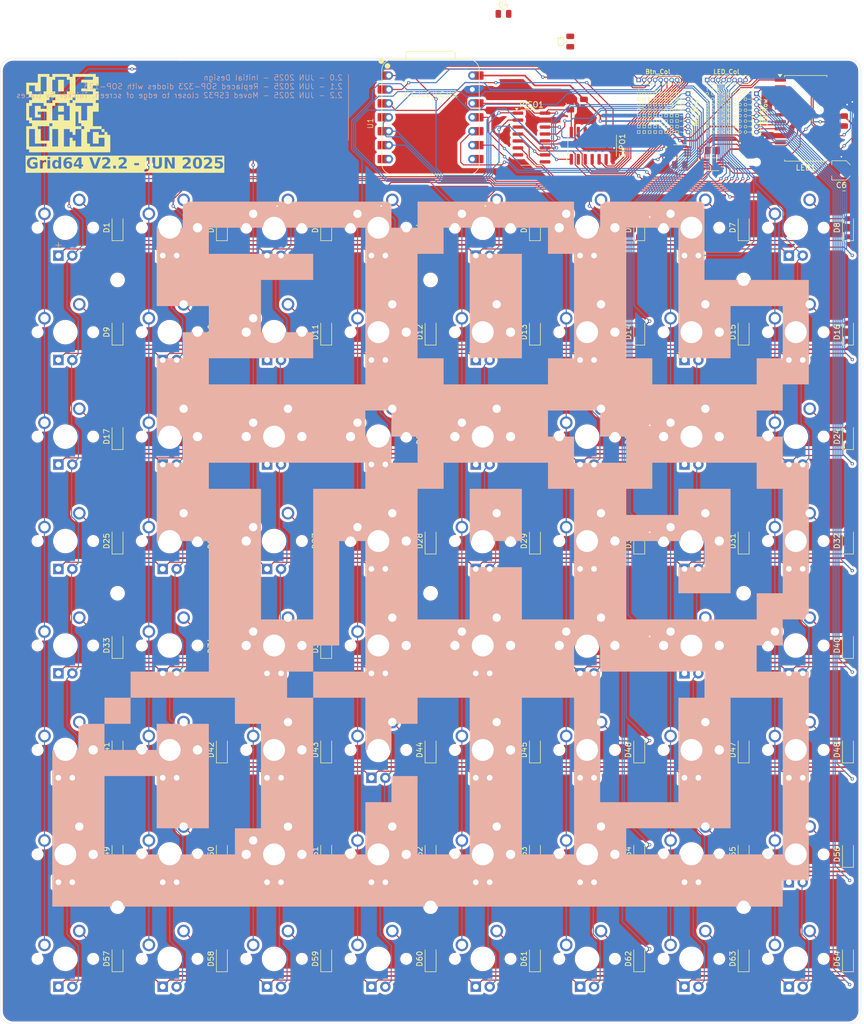
<source format=kicad_pcb>
(kicad_pcb (version 20241229) (generator "pcbnew") (generator_version "9.0")
  (layers (0 "F.Cu" signal) (2 "B.Cu" signal) (13 "F.Paste" user) (15 "B.Paste" user) (5 "F.SilkS" user "F.Silkscreen") (7 "B.SilkS" user "B.Silkscreen") (1 "F.Mask" user) (3 "B.Mask" user) (25 "Edge.Cuts" user))
  (net 0 "")
  (net 1 "Row0")
  (net 2 "Net-(D1-A)")
  (net 3 "Net-(D2-A)")
  (net 4 "Net-(D3-A)")
  (net 5 "Net-(D4-A)")
  (net 6 "Net-(D5-A)")
  (net 7 "Net-(D6-A)")
  (net 8 "Net-(D7-A)")
  (net 9 "Net-(D8-A)")
  (net 10 "Net-(D9-A)")
  (net 11 "Row1")
  (net 12 "Net-(D10-A)")
  (net 13 "Net-(D11-A)")
  (net 14 "Net-(D12-A)")
  (net 15 "Net-(D13-A)")
  (net 16 "Net-(D14-A)")
  (net 17 "Net-(D15-A)")
  (net 18 "Net-(D16-A)")
  (net 19 "Row2")
  (net 20 "Net-(D17-A)")
  (net 21 "Row3")
  (net 22 "Net-(D18-A)")
  (net 23 "Net-(D19-A)")
  (net 24 "Net-(D20-A)")
  (net 25 "Net-(D21-A)")
  (net 26 "Net-(D22-A)")
  (net 27 "Net-(D23-A)")
  (net 28 "Net-(D24-A)")
  (net 29 "Net-(D25-A)")
  (net 30 "Net-(D26-A)")
  (net 31 "Net-(D27-A)")
  (net 32 "Net-(D28-A)")
  (net 33 "Net-(D29-A)")
  (net 34 "Net-(D30-A)")
  (net 35 "Net-(D31-A)")
  (net 36 "Net-(D32-A)")
  (net 37 "Net-(D33-A)")
  (net 38 "Net-(D34-A)")
  (net 39 "Row5")
  (net 40 "Net-(D35-A)")
  (net 41 "Net-(D36-A)")
  (net 42 "Net-(D37-A)")
  (net 43 "Net-(D38-A)")
  (net 44 "Net-(D39-A)")
  (net 45 "Net-(D40-A)")
  (net 46 "Net-(D41-A)")
  (net 47 "Net-(D42-A)")
  (net 48 "Net-(D43-A)")
  (net 49 "Net-(D44-A)")
  (net 50 "Net-(D45-A)")
  (net 51 "Net-(D46-A)")
  (net 52 "Net-(D47-A)")
  (net 53 "Net-(D48-A)")
  (net 54 "Net-(D49-A)")
  (net 55 "Row6")
  (net 56 "Row7")
  (net 57 "Net-(D50-A)")
  (net 58 "Net-(D51-A)")
  (net 59 "Net-(D52-A)")
  (net 60 "Net-(D53-A)")
  (net 61 "Net-(D54-A)")
  (net 62 "Net-(D55-A)")
  (net 63 "Net-(D56-A)")
  (net 64 "Net-(D57-A)")
  (net 65 "Net-(D58-A)")
  (net 66 "Net-(D59-A)")
  (net 67 "Net-(D60-A)")
  (net 68 "Net-(D61-A)")
  (net 69 "Net-(D62-A)")
  (net 70 "Net-(D63-A)")
  (net 71 "Net-(D64-A)")
  (net 75 "Col0")
  (net 76 "Col1")
  (net 77 "Col2")
  (net 78 "Col3")
  (net 79 "Col4")
  (net 80 "Col5")
  (net 81 "Col6")
  (net 82 "Col7")
  (net 84 "LED_Col0")
  (net 85 "LED_Row0")
  (net 86 "LED_Col1")
  (net 87 "LED_Col2")
  (net 88 "LED_Col3")
  (net 89 "LED_Col4")
  (net 90 "LED_Col5")
  (net 91 "LED_Col6")
  (net 92 "LED_Col7")
  (net 93 "LED_Row1")
  (net 94 "LED_Row2")
  (net 95 "LED_Row3")
  (net 96 "LED_Row4")
  (net 97 "LED_Row5")
  (net 98 "LED_Row6")
  (net 99 "LED_Row7")
  (net 100 "Row4")
  (net 101 "GND")
  (net 102 "+3V3")
  (net 103 "CLK")
  (net 104 "MAX_LOAD")
  (net 105 "MOSI")
  (net 106 "Net-(LED1-ISET)")
  (net 107 "+5V")
  (net 108 "PISO_LOAD")
  (net 109 "PISO_CLOCK")
  (net 110 "PISO_DATA")
  (net 111 "SIPO_CLEAR")
  (net 112 "SIPO_DATA")
  (net 113 "SIPO_CLOCK")
  (net 118 "MAX_LOAD_5")
  (net 119 "CLK_5")
  (net 120 "MOSI_5")
  (net 121 "Net-(U2-DIR)")
  (net 122 "Net-(U3-DIR)")
  (footprint "Diode_SMD:D_SOD-123" (layer "F.Cu") (at 164.6238 157.3212 90)
    (property "Reference" "D47")
    (property "Value" "Diode")
  )
  (footprint "Diode_SMD:D_SOD-123" (layer "F.Cu") (at 145.5738 119.2212 90)
    (property "Reference" "D30")
    (property "Value" "Diode")
  )
  (footprint "Switch_Misc:MX-LED" (layer "F.Cu") (at 136.0488 81.1212)
    (property "Reference" "L14")
    (property "Value" "LED")
  )
  (footprint "MX_Solderable:MX-Solderable-1U_Mod" (layer "F.Cu") (at 97.9488 195.4212)
    (property "Reference" "S60")
    (property "Value" "Keyswitch")
  )
  (footprint "MX_Solderable:MX-Solderable-1U_Mod" (layer "F.Cu") (at 136.0488 100.1712)
    (property "Reference" "S22")
    (property "Value" "Keyswitch")
  )
  (footprint "MX_Solderable:MX-Solderable-1U_Mod" (layer "F.Cu") (at 136.0488 138.2712)
    (property "Reference" "S38")
    (property "Value" "Keyswitch")
  )
  (footprint "Switch_Misc:MX-LED" (layer "F.Cu") (at 97.9488 176.3712)
    (property "Reference" "L52")
    (property "Value" "LED")
  )
  (footprint "MX_Solderable:MX-Solderable-1U_Mod" (layer "F.Cu") (at 78.8988 157.3212)
    (property "Reference" "S43")
    (property "Value" "Keyswitch")
  )
  (footprint "Switch_Misc:MX-LED" (layer "F.Cu") (at 136.0488 100.1712)
    (property "Reference" "L22")
    (property "Value" "LED")
  )
  (footprint "Diode_SMD:D_SOD-123" (layer "F.Cu") (at 88.4238 62.0712 90)
    (property "Reference" "D3")
    (property "Value" "Diode")
  )
  (footprint "MX_Solderable:MX-Solderable-1U_Mod" (layer "F.Cu") (at 174.1488 62.0712)
    (property "Reference" "S8")
    (property "Value" "Keyswitch")
  )
  (footprint "Diode_SMD:D_SOD-123" (layer "F.Cu") (at 69.3738 81.1212 90)
    (property "Reference" "D10")
    (property "Value" "Diode")
  )
  (footprint "Resistor_SMD:R_0805_2012Metric" (layer "F.Cu") (at 152.973725 50.615 180)
    (property "Reference" "R2" (hide yes))
    (property "Value" "10K" (hide yes))
  )
  (footprint "Diode_SMD:D_SOD-123" (layer "F.Cu") (at 183.6738 62.0712 90)
    (property "Reference" "D8")
    (property "Value" "Diode")
  )
  (footprint "Diode_SMD:D_SOD-123" (layer "F.Cu") (at 107.4738 119.2212 90)
    (property "Reference" "D28")
    (property "Value" "Diode")
  )
  (footprint "MX_Solderable:MX-Solderable-1U_Mod" (layer "F.Cu") (at 78.8988 138.2712)
    (property "Reference" "S35")
    (property "Value" "Keyswitch")
  )
  (footprint "MX_Solderable:MX-Solderable-1U_Mod" (layer "F.Cu") (at 40.7988 176.3712)
    (property "Reference" "S49")
    (property "Value" "Keyswitch")
  )
  (footprint "Switch_Misc:MX-LED" (layer "F.Cu") (at 174.1488 195.4212)
    (property "Reference" "L64")
    (property "Value" "LED")
  )
  (footprint "MX_Solderable:MX-Solderable-1U_Mod" (layer "F.Cu") (at 40.7988 81.1212)
    (property "Reference" "S9")
    (property "Value" "Keyswitch")
  )
  (footprint "Connector_PinHeader_1.00mm:PinHeader_1x08_P1.00mm_Vertical" (layer "F.Cu") (at 154.473725 37.615)
    (property "Reference" "J3" (hide yes))
    (property "Value" "Btn_Row")
  )
  (footprint "Switch_Misc:MX-LED" (layer "F.Cu") (at 59.8488 119.2212)
    (property "Reference" "L26")
    (property "Value" "LED")
  )
  (footprint "Diode_SMD:D_SOD-123" (layer "F.Cu") (at 88.4238 157.3212 90)
    (property "Reference" "D43")
    (property "Value" "Diode")
  )
  (footprint "Switch_Misc:MX-LED" (layer "F.Cu") (at 97.9488 157.3212)
    (property "Reference" "L44")
    (property "Value" "LED")
  )
  (footprint "MX_Solderable:MX-Solderable-1U_Mod" (layer "F.Cu") (at 116.9988 62.0712)
    (property "Reference" "S5")
    (property "Value" "Keyswitch")
  )
  (footprint "Capacitor_SMD:C_0805_2012Metric" (layer "F.Cu") (at 135.473725 39.615 -90)
    (property "Reference" "C2" (hide yes))
    (property "Value" "0.1uF")
  )
  (footprint "MountingHole:MountingHole_2.2mm_M2" (layer "F.Cu") (at 107.4738 128.7462)
    (property "Reference" "H5" (hide yes))
    (property "Value" "MountingHole_2.2mm_M2" (hide yes))
  )
  (footprint "Switch_Misc:MX-LED" (layer "F.Cu") (at 155.0988 62.0712)
    (property "Reference" "L7")
    (property "Value" "LED")
  )
  (footprint "MountingHole:MountingHole_2.2mm_M2" (layer "F.Cu") (at 50.3238 71.5962)
    (property "Reference" "H1" (hide yes))
    (property "Value" "MountingHole_2.2mm_M2" (hide yes))
  )
  (footprint "Diode_SMD:D_SOD-123" (layer "F.Cu") (at 69.3738 195.4212 90)
    (property "Reference" "D58")
    (property "Value" "Diode")
  )
  (footprint "Resistor_SMD:R_0805_2012Metric" (layer "F.Cu") (at 182.973725 42.615 -90)
    (property "Reference" "R1" (hide yes))
    (property "Value" "20k" (hide yes))
  )
  (footprint "Package_SO:VSSOP-8_2.3x2mm_P0.5mm" (layer "F.Cu") (at 158.973725 50.485)
    (property "Reference" "U3" (hide yes))
    (property "Value" "74LVC2T45DC" (hide yes))
  )
  (footprint "Switch_Misc:MX-LED" (layer "F.Cu") (at 136.0488 62.0712)
    (property "Reference" "L6")
    (property "Value" "LED")
  )
  (footprint "Diode_SMD:D_SOD-123" (layer "F.Cu") (at 126.5238 157.3212 90)
    (property "Reference" "D45")
    (property "Value" "Diode")
  )
  (footprint "MountingHole:MountingHole_2.2mm_M2" (layer "F.Cu") (at 164.6238 71.5962)
    (property "Reference" "H3" (hide yes))
    (property "Value" "MountingHole_2.2mm_M2" (hide yes))
  )
  (footprint "Diode_SMD:D_SOD-123" (layer "F.Cu") (at 126.5238 62.0712 90)
    (property "Reference" "D5")
    (property "Value" "Diode")
  )
  (footprint "Switch_Misc:MX-LED" (layer "F.Cu") (at 78.8988 176.3712)
    (property "Reference" "L51")
    (property "Value" "LED")
  )
  (footprint "MX_Solderable:MX-Solderable-1U_Mod" (layer "F.Cu") (at 78.8988 119.2212)
    (property "Reference" "S27")
    (property "Value" "Keyswitch")
  )
  (footprint "Capacitor_SMD:C_0805_2012Metric" (layer "F.Cu") (at 132.973725 39.615 90)
    (property "Reference" "C1" (hide yes))
    (property "Value" "0.1uF")
  )
  (footprint "Diode_SMD:D_SOD-123" (layer "F.Cu") (at 107.4738 138.2712 90)
    (property "Reference" "D36")
    (property "Value" "Diode")
  )
  (footprint "MX_Solderable:MX-Solderable-1U_Mod" (layer "F.Cu") (at 97.9488 81.1212)
    (property "Reference" "S12")
    (property "Value" "Keyswitch")
  )
  (footprint "Switch_Misc:MX-LED" (layer "F.Cu") (at 155.0988 119.2212)
    (property "Reference" "L31")
    (property "Value" "LED")
  )
  (footprint "Diode_SMD:D_SOD-123" (layer "F.Cu") (at 88.4238 195.4212 90)
    (property "Reference" "D59")
    (property "Value" "Diode")
  )
  (footprint "Switch_Misc:MX-LED" (layer "F.Cu") (at 155.0988 176.3712)
    (property "Reference" "L55")
    (property "Value" "LED")
  )
  (footprint "Switch_Misc:MX-LED" (layer "F.Cu") (at 97.9488 195.4212)
    (property "Reference" "L60")
    (property "Value" "LED")
  )
  (footprint "MX_Solderable:MX-Solderable-1U_Mod" (layer "F.Cu") (at 174.1488 138.2712)
    (property "Reference" "S40")
    (property "Value" "Keyswitch")
  )
  (footprint "Switch_Misc:MX-LED" (layer "F.Cu") (at 116.9988 195.4212)
    (property "Reference" "L61")
    (property "Value" "LED")
  )
  (footprint "MX_Solderable:MX-Solderable-1U_Mod" (layer "F.Cu") (at 40.7988 100.1712)
    (property "Reference" "S17")
    (property "Value" "Keyswitch")
  )
  (footprint "Switch_Misc:MX-LED" (layer "F.Cu") (at 59.8488 195.4212)
    (property "Reference" "L58")
    (property "Value" "LED")
  )
  (footprint "MX_Solderable:MX-Solderable-1U_Mod" (layer "F.Cu") (at 59.8488 100.1712)
    (property "Reference" "S18")
    (property "Value" "Keyswitch")
  )
  (footprint "MX_Solderable:MX-Solderable-1U_Mod" (layer "F.Cu") (at 174.1488 81.1212)
    (property "Reference" "S16")
    (property "Value" "Keyswitch")
  )
  (footprint "Diode_SMD:D_SOD-123" (layer "F.Cu") (at 69.3738 100.1712 90)
    (property "Reference" "D18")
    (property "Value" "Diode")
  )
  (footprint "Diode_SMD:D_SOD-123" (layer "F.Cu") (at 145.5738 62.0712 90)
    (property "Reference" "D6")
    (property "Value" "Diode")
  )
  (footprint "Connector_PinHeader_1.00mm:PinHeader_1x08_P1.00mm_Vertical" (layer "F.Cu") (at 166.973725 37.6285)
    (property "Reference" "J2" (hide yes))
    (property "Value" "LED_Row")
  )
  (footprint "Switch_Misc:MX-LED" (layer "F.Cu") (at 78.8988 62.0712)
    (property "Reference" "L3")
    (property "Value" "LED")
  )
  (footprint "MX_Solderable:MX-Solderable-1U_Mod" (layer "F.Cu") (at 40.7988 119.2212)
    (property "Reference" "S25")
    (property "Value" "Keyswitch")
  )
  (footprint "MX_Solderable:MX-Solderable-1U_Mod" (layer "F.Cu") (at 116.9988 195.4212)
    (property "Reference" "S61")
    (property "Value" "Keyswitch")
  )
  (footprint "MX_Solderable:MX-Solderable-1U_Mod" (layer "F.Cu") (at 59.8488 195.4212)
    (property "Reference" "S58")
    (property "Value" "Keyswitch")
  )
  (footprint "MX_Solderable:MX-Solderable-1U_Mod" (layer "F.Cu") (at 155.0988 119.2212)
    (property "Reference" "S31")
    (property "Value" "Keyswitch")
  )
  (footprint "Switch_Misc:MX-LED-PolarityMarked" (layer "F.Cu") (at 40.7988 62.0712)
    (property "Reference" "L1")
    (property "Value" "LED")
  )
  (footprint "Switch_Misc:MX-LED" (layer "F.Cu") (at 174.1488 62.0712)
    (property "Reference" "L8")
    (property "Value" "LED")
  )
  (footprint "Diode_SMD:D_SOD-123" (layer "F.Cu") (at 88.4238 119.2212 90)
    (property "Reference" "D27")
    (property "Value" "Diode")
  )
  (footprint "Switch_Misc:MX-LED" (layer "F.Cu") (at 136.0488 176.3712)
    (property "Reference" "L54")
    (property "Value" "LED")
  )
  (footprint "MX_Solderable:MX-Solderable-1U_Mod" (layer "F.Cu") (at 174.1488 119.2212)
    (property "Reference" "S32")
    (property "Value" "Keyswitch")
  )
  (footprint "MX_Solderable:MX-Solderable-1U_Mod" (layer "F.Cu") (at 40.7988 157.3212)
    (property "Reference" "S41")
    (property "Value" "Keyswitch")
  )
  (footprint "Switch_Misc:MX-LED" (layer "F.Cu") (at 136.0488 119.2212)
    (property "Reference" "L30")
    (property "Value" "LED")
  )
  (footprint "Switch_Misc:MX-LED" (layer "F.Cu") (at 59.8488 100.1712)
    (property "Reference" "L18")
    (property "Value" "LED")
  )
  (footprint "Diode_SMD:D_SOD-123" (layer "F.Cu") (at 88.4238 176.3712 90)
    (property "Reference" "D51")
    (property "Value" "Diode")
  )
  (footprint "MountingHole:MountingHole_2.2mm_M2" (layer "F.Cu") (at 107.4738 71.5962)
    (property "Reference" "H2" (hide yes))
    (property "Value" "MountingHole_2.2mm_M2" (hide yes))
  )
  (footprint "MountingHole:MountingHole_2.2mm_M2" (layer "F.Cu") (at 50.3238 128.7462)
    (property "Reference" "H4" (hide yes))
    (property "Value" "MountingHole_2.2mm_M2" (hide yes))
  )
  (footprint "Switch_Misc:MX-LED" (layer "F.Cu") (at 40.7988 81.1212)
    (property "Reference" "L9")
    (property "Value" "LED")
  )
  (footprint "Diode_SMD:D_SOD-123" (layer "F.Cu") (at 88.4238 100.1712 90)
    (property "Reference" "D19")
    (property "Value" "Diode")
  )
  (footprint "Diode_SMD:D_SOD-123" (layer "F.Cu") (at 69.3738 157.3212 90)
    (property "Reference" "D42")
    (property "Value" "Diode")
  )
  (footprint "MountingHole:MountingHole_2.2mm_M2" (layer "F.Cu") (at 50.3238 185.8962)
    (property "Reference" "H7" (hide yes))
    (property "Value" "MountingHole_2.2mm_M2" (hide yes))
  )
  (footprint "Diode_SMD:D_SOD-123" (layer "F.Cu") (at 126.5238 138.2712 90)
    (property "Reference" "D37")
    (property "Value" "Diode")
  )
  (footprint "Switch_Misc:MX-LED" (layer "F.Cu") (at 97.9488 100.1712)
    (property "Reference" "L20")
    (property "Value" "LED")
  )
  (footprint "Diode_SMD:D_SOD-123" (layer "F.Cu") (at 69.3738 138.2712 90)
    (property "Reference" "D34")
    (property "Value" "Diode")
  )
  (footprint "Switch_Misc:MX-LED" (layer "F.Cu") (at 59.8488 138.2712)
    (property "Reference" "L34")
    (property "Value" "LED")
  )
  (footprint "Diode_SMD:D_SOD-123" (layer "F.Cu") (at 69.3738 176.3712 90)
    (property "Reference" "D50")
    (property "Value" "Diode")
  )
  (footprint "Switch_Misc:MX-LED" (layer "F.Cu") (at 174.1488 119.2212)
    (property "Reference" "L32")
    (property "Value" "LED")
  )
  (footprint "Diode_SMD:D_SOD-123" (layer "F.Cu") (at 88.4238 138.2712 90)
    (property "Reference" "D35")
    (property "Value" "Diode")
  )
  (footprint "Switch_Misc:MX-LED" (layer "F.Cu") (at 78.8988 119.2212)
    (property "Reference" "L27")
    (property "Value" "LED")
  )
  (footprint "MX_Solderable:MX-Solderable-1U_Mod" (layer "F.Cu") (at 78.8988 176.3712)
    (property "Reference" "S51")
    (property "Value" "Keyswitch")
  )
  (footprint "Switch_Misc:MX-LED" (layer "F.Cu") (at 40.7988 195.4212)
    (property "Reference" "L57")
    (property "Value" "LED")
  )
  (footprint "MX_Solderable:MX-Solderable-1U_Mod" (layer "F.Cu") (at 155.0988 62.0712)
    (property "Reference" "S7")
    (property "Value" "Keyswitch")
  )
  (footprint "MX_Solderable:MX-Solderable-1U_Mod" (layer "F.Cu") (at 116.9988 138.2712)
    (property "Reference" "S37")
    (property "Value" "Keyswitch")
  )
  (footprint "Switch_Misc:MX-LED" (layer "F.Cu") (at 78.8988 157.3212)
    (property "Reference" "L43")
    (property "Value" "LED")
  )
  (footprint "Capacitor_SMD:C_0805_2012Metric" (layer "F.Cu") (at 182.973725 54.615 180)
    (property "Reference" "C5" (hide yes))
    (property "Value" "0.1uF" (hide yes))
  )
  (footprint "Diode_SMD:D_SOD-123" (layer "F.Cu") (at 126.5238 100.1712 90)
    (property "Reference" "D21")
    (property "Value" "Diode")
  )
  (footprint "MX_Solderable:MX-Solderable-1U_Mod" (layer "F.Cu") (at 136.0488 81.1212)
    (property "Reference" "S14")
    (property "Value" "Keyswitch")
  )
  (footprint "Resistor_SMD:R_0805_2012Metric" (layer "F.Cu") (at 158.973725 47.985 180)
    (property "Reference" "R3" (hide yes))
    (property "Value" "10K" (hide yes))
  )
  (footprint "Switch_Misc:MX-LED" (layer "F.Cu") (at 59.8488 62.0712)
    (property "Reference" "L2")
    (property "Value" "LED")
  )
  (footprint "MX_Solderable:MX-Solderable-1U_Mod" (layer "F.Cu") (at 40.7988 62.0712)
    (property "Reference" "S1")
    (property "Value" "Keyswitch")
  )
  (footprint "Diode_SMD:D_SOD-123" (layer "F.Cu") (at 107.4738 157.3212 90)
    (property "Reference" "D44")
    (property "Value" "Diode")
  )
  (footprint "Switch_Misc:MX-LED" (layer "F.Cu") (at 40.7988 138.2712)
    (property "Reference" "L33")
    (property "Value" "LED")
  )
  (footprint "Diode_SMD:D_SOD-123" (layer "F.Cu") (at 50.3238 157.3212 90)
    (property "Reference" "D41")
    (property "Value" "Diode")
  )
  (footprint "Switch_Misc:MX-LED" (layer "F.Cu") (at 136.0488 195.4212)
    (property "Reference" "L62")
    (property "Value" "LED")
  )
  (footprint "MX_Solderable:MX-Solderable-1U_Mod" (layer "F.Cu") (at 59.8488 138.2712)
    (property "Reference" "S34")
    (property "Value" "Keyswitch")
  )
  (footprint "Diode_SMD:D_SOD-123" (layer "F.Cu") (at 145.5738 176.3712 90)
    (property "Reference" "D54")
    (property "Value" "Diode")
  )
  (footprint "MX_Solderable:MX-Solderable-1U_Mod" (layer "F.Cu") (at 59.8488 62.0712)
    (property "Reference" "S2")
    (property "Value" "Keyswitch")
  )
  (footprint "MX_Solderable:MX-Solderable-1U_Mod" (layer "F.Cu") (at 155.0988 195.4212)
    (property "Reference" "S63")
    (property "Value" "Keyswitch")
  )
  (footprint "MX_Solderable:MX-Solderable-1U_Mod" (layer "F.Cu") (at 97.9488 100.1712)
    (property "Reference" "S20")
    (property "Value" "Keyswitch")
  )
  (footprint "MX_Solderable:MX-Solderable-1U_Mod" (layer "F.Cu") (at 116.9988 81.1212)
    (property "Reference" "S13")
    (property "Value" "Keyswitch")
  )
  (footprint "Switch_Misc:MX-LED" (layer "F.Cu") (at 40.7988 157.3212)
    (property "Reference" "L41")
    (property "Value" "LED")
  )
  (footprint "Package_SO:SOIC-24W_7.5x15.4mm_P1.27mm" (layer "F.Cu") (at 175.973725 42.115)
    (property "Reference" "LED1")
    (property "Value" "MAX7219")
  )
  (footprint "Switch_Misc:MX-LED" (layer "F.Cu") (at 78.8988 100.1712)
    (property "Reference" "L19")
    (property "Value" "LED")
  )
  (footprint "Switch_Misc:MX-LED" (layer "F.Cu") (at 59.8488 157.3212)
    (property "Reference" "L42")
    (property "Value" "LED")
  )
  (footprint "Diode_SMD:D_SOD-123" (layer "F.Cu") (at 50.3238 195.4212 90)
    (property "Reference" "D57")
    (property "Value" "Diode")
  )
  (footprint "Diode_SMD:D_SOD-123" (layer "F.Cu") (at 50.3238 138.2712 90)
    (property "Reference" "D33")
    (property "Value" "Diode")
  )
  (footprint "MX_Solderable:MX-Solderable-1U_Mod" (layer "F.Cu") (at 78.8988 62.0712)
    (property "Reference" "S3")
    (property "Value" "Keyswitch")
  )
  (footprint "Diode_SMD:D_SOD-123" (layer "F.Cu") (at 145.5738 195.4212 90)
    (property "Reference" "D62")
    (property "Value" "Diode")
  )
  (footprint "Diode_SMD:D_SOD-123" (layer "F.Cu") (at 164.6238 81.1212 90)
    (property "Reference" "D15")
    (property "Value" "Diode")
  )
  (footprint "Switch_Misc:MX-LED" (layer "F.Cu") (at 116.9988 62.0712)
    (property "Reference" "L5")
    (property "Value" "LED")
  )
  (footprint "Switch_Misc:MX-LED" (layer "F.Cu") (at 78.8988 81.1212)
    (property "Reference" "L11")
    (property "Value" "LED")
  )
  (footprint "Switch_Misc:MX-LED" (layer "F.Cu") (at 40.7988 176.3712)
    (property "Reference" "L49")
    (property "Value" "LED")
  )
  (footprint "Switch_Misc:MX-LED" (layer "F.Cu") (at 174.1488 81.1212)
    (property "Reference" "L16")
    (property "Value" "LED")
  )
  (footprint "Connector_PinHeader_1.00mm:PinHeader_1x08_P1.00mm_Vertical" (layer "F.Cu") (at 145.473725 35.115 90)
    (property "Reference" "J4" (hide yes))
    (property "Value" "Btn_Col")
  )
  (footprint "Switch_Misc:MX-LED" (layer "F.Cu") (at 174.1488 100.1712)
    (property "Reference" "L24")
    (property "Value" "LED")
  )
  (footprint "MX_Solderable:MX-Solderable-1U_Mod" (layer "F.Cu") (at 174.1488 176.3712)
    (property "Reference" "S56")
    (property "Value" "Keyswitch")
  )
  (footprint "MX_Solderable:MX-Solderable-1U_Mod" (layer "F.Cu") (at 97.9488 176.3712)
    (property "Reference" "S52")
    (property "Value" "Keyswitch")
  )
  (footprint "Diode_SMD:D_SOD-123" (layer "F.Cu") (at 164.6238 62.0712 90)
    (property "Reference" "D7")
    (property "Value" "Diode")
  )
  (footprint "MX_Solderable:MX-Solderable-1U_Mod" (layer "F.Cu") (at 155.0988 100.1712)
    (property "Reference" "S23")
    (property "Value" "Keyswitch")
  )
  (footprint "Switch_Misc:MX-LED" (layer "F.Cu") (at 59.8488 176.3712)
    (property "Reference" "L50")
    (property "Value" "LED")
  )
  (footprint "Switch_Misc:MX-LED" (layer "F.Cu") (at 59.8488 81.1212)
    (property "Reference" "L10")
    (property "Value" "LED")
  )
  (footprint "Switch_Misc:MX-LED" (layer "F.Cu") (at 116.9988 119.2212)
    (property "Reference" "L29")
    (property "Value" "LED")
  )
  (footprint "MX_Solderable:MX-Solderable-1U_Mod" (layer "F.Cu") (at 155.0988 176.3712)
    (property "Reference" "S55")
    (property "Value" "Keyswitch")
  )
  (footprint "Switch_Misc:MX-LED" (layer "F.Cu") (at 116.9988 157.3212)
    (property "Reference" "L45")
    (property "Value" "LED")
  )
  (footprint "Diode_SMD:D_SOD-123" (layer "F.Cu") (at 183.6738 176.3712 90)
    (property "Reference" "D56")
    (property "Value" "Diode")
  )
  (footprint "MX_Solderable:MX-Solderable-1U_Mod" (layer "F.Cu") (at 97.9488 138.2712)
    (property "Reference" "S36")
    (property "Value" "Keyswitch")
  )
  (footprint "MX_Solderable:MX-Solderable-1U_Mod" (layer "F.Cu") (at 174.1488 195.4212)
    (property "Reference" "S64")
    (property "Value" "Keyswitch")
  )
  (footprint "MX_Solderable:MX-Solderable-1U_Mod" (layer "F.Cu") (at 155.0988 138.2712)
    (property "Reference" "S39")
    (property "Value" "Keyswitch")
  )
  (footprint "Diode_SMD:D_SOD-123" (layer "F.Cu") (at 107.4738 62.0712 90)
    (property "Reference" "D4")
    (property "Value" "Diode")
  )
  (footprint "Diode_SMD:D_SOD-123" (layer "F.Cu") (at 183.6738 119.2212 90)
    (property "Reference" "D32")
    (property "Value" "Diode")
  )
  (footprint "MX_Solderable:MX-Solderable-1U_Mod" (layer "F.Cu") (at 116.9988 119.2212)
    (property "Reference" "S29")
    (property "Value" "Keyswitch")
  )
  (footprint "MX_Solderable:MX-Solderable-1U_Mod" (layer "F.Cu") (at 40.7988 195.4212)
    (property "Reference" "S57")
    (property "Value" "Keyswitch")
  )
  (footprint "Switch_Misc:MX-LED" (layer "F.Cu") (at 116.9988 138.2712)
    (property "Reference" "L37")
    (property "Value" "LED")
  )
  (footprint "MX_Solderable:MX-Solderable-1U_Mod" (layer "F.Cu") (at 78.8988 100.1712)
    (property "Reference" "S19")
    (property "Value" "Keyswitch")
  )
  (footprint "Diode_SMD:D_SOD-123" (layer "F.Cu") (at 126.5238 119.2212 90)
    (property "Reference" "D29")
    (property "Value" "Diode")
  )
  (footprint "Connector_PinHeader_1.00mm:PinHeader_1x08_P1.00mm_Vertical" (layer "F.Cu") (at 157.973725 35.1285 90)
    (property "Reference" "J1" (hide yes))
    (property "Value" "LED_Col")
  )
  (footprint "Switch_Misc:MX-LED" (layer "F.Cu") (at 174.1488 157.3212)
    (property "Reference" "L48")
    (property "Value" "LED")
  )
  (footprint "Capacitor_SMD:C_0805_2012Metric" (layer "F.Cu") (at 132.973725 28.115 90)
    (property "Reference" "C3")
    (property "Value" "0.1uF")
  )
  (footprint "Switch_Misc:MX-LED" (layer "F.Cu") (at 116.9988 81.1212)
    (property "Reference" "L13")
    (property "Value" "LED")
  )
  (footprint "Diode_SMD:D_SOD-123" (layer "F.Cu") (at 50.3238 81.1212 90)
    (property "Reference" "D9")
    (property "Value" "Diode")
  )
  (footprint "MountingHole:MountingHole_2.2mm_M2" (layer "F.Cu") (at 107.4738 185.8962)
    (property "Reference" "H8" (hide yes))
    (property "Value" "MountingHole_2.2mm_M2" (hide yes))
  )
  (footprint "MX_Solderable:MX-Solderable-1U_Mod" (layer "F.Cu") (at 136.0488 119.2212)
    (property "Reference" "S30")
    (property "Value" "Keyswitch")
  )
  (footprint "Diode_SMD:D_SOD-123" (layer "F.Cu") (at 107.4738 100.1712 90)
    (property "Reference" "D20")
    (property "Value" "Diode")
  )
  (footprint "MX_Solderable:MX-Solderable-1U_Mod" (layer "F.Cu") (at 174.1488 100.1712)
    (property "Reference" "S24")
    (property "Value" "Keyswitch")
  )
  (footprint "Switch_Misc:MX-LED" (layer "F.Cu") (at 155.0988 81.1212)
    (property "Reference" "L15")
    (property "Value" "LED")
  )
  (footprint "MX_Solderable:MX-Solderable-1U_Mod" (layer "F.Cu") (at 155.0988 157.3212)
    (property "Reference" "S47")
    (property "Value" "Keyswitch")
  )
  (footprint "Diode_SMD:D_SOD-123" (layer "F.Cu") (at 50.3238 119.2212 90)
    (property "Reference" "D25")
    (property "Value" "Diode")
  )
  (footprint "Package_SO:SOIC-16_3.9x9.9mm_P1.27mm" (layer "F.Cu") (at 125.8925 45.615)
    (property "Reference" "PISO1")
    (property "Value" "74HC165")
  )
  (footprint "Diode_SMD:D_SOD-123" (layer "F.Cu") (at 164.6238 138.2712 90)
    (property "Reference" "D39")
    (property "Value" "Diode")
  )
  (footprint "Switch_Misc:MX-LED" (layer "F.Cu") (at 155.0988 138.2712)
    (property "Reference" "L39")
    (property "Value" "LED")
  )
  (footprint "Diode_SMD:D_SOD-123" (layer "F.Cu") (at 145.5738 100.1712 90)
    (property "Reference" "D22")
    (property "Value" "Diode")
  )
  (footprint "Switch_Misc:MX-LED" (layer "F.Cu") (at 78.8988 138.2712)
    (property "Reference" "L35")
    (property "Value" "LED")
  )
  (footprint "MX_Solderable:MX-Solderable-1U_Mod" (layer "F.Cu") (at 78.8988 195.4212)
    (property "Reference" "S59")
    (property "Value" "Keyswitch")
  )
  (footprint "MX_Solderable:MX-Solderable-1U_Mod" (layer "F.Cu") (at 136.0488 195.4212)
    (property "Reference" "S62")
    (property "Value" "Keyswitch")
  )
  (footprint "Diode_SMD:D_SOD-123" (layer "F.Cu") (at 183.6738 157.3212 90)
    (property "Reference" "D48")
    (property "Value" "Diode")
  )
  (footprint "Diode_SMD:D_SOD-123" (layer "F.Cu") (at 107.4738 81.1212 90)
    (property "Reference" "D12")
    (property "Value" "Diode")
  )
  (footprint "MX_Solderable:MX-Solderable-1U_Mod" (layer "F.Cu") (at 155.0988 81.1212)
    (property "Reference" "S15")
    (property "Value" "Keyswitch")
  )
  (footprint "Diode_SMD:D_SOD-123" (layer "F.Cu") (at 183.6738 138.2712 90)
    (property "Reference" "D40")
    (property "Value" "Diode")
  )
  (footprint "Diode_SMD:D_SOD-123" (layer "F.Cu") (at 69.3738 62.0712 90)
    (property "Reference" "D2")
    (property "Value" "Diode")
  )
  (footprint "Diode_SMD:D_SOD-123" (layer "F.Cu") (at 126.5238 176.3712 90)
    (property "Reference" "D53")
    (property "Value" "Diode")
  )
  (footprint "MX_Solderable:MX-Solderable-1U_Mod" (layer "F.Cu") (at 136.0488 157.3212)
    (property "Reference" "S46")
    (property "Value" "Keyswitch")
  )
  (footprint "Package_SO:SOIC-14_3.9x8.7mm_P1.27mm" (layer "F.Cu") (at 136.973725 47.115 90)
    (property "Reference" "SIPO1")
    (property "Value" "74HC164")
  )
  (footprint "MountingHole:MountingHole_2.2mm_M2" (layer "F.Cu") (at 164.6238 128.7462)
    (property "Reference" "H6" (hide yes))
    (property "Value" "MountingHole_2.2mm_M2" (hide yes))
  )
  (footprint "Diode_SMD:D_SOD-123" (layer "F.Cu") (at 164.6238 119.2212 90)
    (property "Reference" "D31")
    (property "Value" "Diode")
  )
  (footprint "MX_Solderable:MX-Solderable-1U_Mod" (layer "F.Cu") (at 97.9488 62.0712)
    (property "Reference" "S4")
    (property "Value" "Keyswitch")
  )
  (footprint "MX_Solderable:MX-Solderable-1U_Mod" (layer "F.Cu") (at 116.9988 100.1712)
    (property "Reference" "S21")
    (property "Value" "Keyswitch")
  )
  (footprint "MX_Solderable:MX-Solderable-1U_Mod" (layer "F.Cu") (at 97.9488 119.2212)
    (property "Reference" "S28")
    (property "Value" "Keyswitch")
  )
  (footprint "Diode_SMD:D_SOD-123" (layer "F.Cu") (at 145.5738 81.1212 90)
    (property "Reference" "D14")
    (property "Value" "Diode")
  )
  (footprint "MX_Solderable:MX-Solderable-1U_Mod" (layer "F.Cu") (at 97.9488 157.3212)
    (property "Reference" "S44")
    (property "Value" "Keyswitch")
  )
  (footprint "Switch_Misc:MX-LED" (layer "F.Cu") (at 78.8988 195.4212)
    (property "Reference" "L59")
    (property "Value" "LED")
  )
  (footprint "Switch_Misc:MX-LED" (layer "F.Cu") (at 155.0988 157.3212)
    (property "Reference" "L47")
    (property "Value" "LED")
  )
  (footprint "Switch_Misc:MX-LED" (layer "F.Cu") (at 174.1488 138.2712)
    (property "Reference" "L40")
    (property "Value" "LED")
  )
  (footprint "Diode_SMD:D_SOD-123" (layer "F.Cu") (at 183.6738 195.4212 90)
    (property "Reference" "D64")
    (property "Value" "Diode")
  )
  (footprint "Diode_SMD:D_SOD-123" (layer "F.Cu") (at 107.4738 195.4212 90)
    (property "Reference" "D60")
    (property "Value" "Diode")
  )
  (footprint "Diode_SMD:D_SOD-123" (layer "F.Cu") (at 164.6238 195.4212 90)
    (property "Reference" "D63")
    (property "Value" "Diode")
  )
  (footprint "MX_Solderable:MX-Solderable-1U_Mod" (layer "F.Cu") (at 174.1488 157.3212)
    (property "Reference" "S48")
    (property "Value" "Keyswitch")
  )
  (footprint "Diode_SMD:D_SOD-123" (layer "F.Cu") (at 50.3238 100.1712 90)
    (property "Reference" "D17")
    (property "Value" "Diode")
  )
  (footprint "MX_Solderable:MX-Solderable-1U_Mod" (layer "F.Cu") (at 40.7988 138.2712)
    (property "Reference" "S33")
    (property "Value" "Keyswitch")
  )
  (footprint "Diode_SMD:D_SOD-123" (layer "F.Cu") (at 183.6738 100.1712 90)
    (property "Reference" "D24")
    (property "Value" "Diode")
  )
  (footprint "Switch_Misc:MX-LED" (layer "F.Cu") (at 97.9488 119.2212)
    (property "Reference" "L28")
    (property "Value" "LED")
  )
  (footprint "Switch_Misc:MX-LED" (layer "F.Cu") (at 40.7988 119.2212)
    (property "Reference" "L25")
    (property "Value" "LED")
  )
  (footprint "Switch_Misc:MX-LED" (layer "F.Cu") (at 97.9488 81.1212)
    (property "Reference" "L12")
    (property "Value" "LED")
  )
  (footprint "MX_Solderable:MX-Solderable-1U_Mod" (layer "F.Cu") (at 59.8488 81.1212)
    (property "Reference" "S10")
    (property "Value" "Keyswitch")
  )
  (footprint "MX_Solderable:MX-Solderable-1U_Mod" (layer "F.Cu") (at 116.9988 157.3212)
    (property "Reference" "S45")
    (property "Value" "Keyswitch")
  )
  (footprint "Diode_SMD:D_SOD-123" (layer "F.Cu") (at 126.5238 195.4212 90)
    (property "Reference" "D61")
    (property "Value" "Diode")
  )
  (footprint "Diode_SMD:D_SOD-123" (layer "F.Cu") (at 69.3738 119.2212 90)
    (property "Reference" "D26")
    (property "Value" "Diode")
  )
  (footprint "Diode_SMD:D_SOD-123" (layer "F.Cu") (at 164.6238 100.1712 90)
    (property "Reference" "D23")
    (property "Value" "Diode")
  )
  (footprint "MX_Solderable:MX-Solderable-1U_Mod" (layer "F.Cu") (at 116.9988 176.3712)
    (property "Reference" "S53")
    (property "Value" "Keyswitch")
  )
  (footprint "Switch_Misc:MX-LED" (layer "F.Cu") (at 116.9988 176.3712)
    (property "Reference" "L53")
    (property "Value" "LED")
  )
  (footprint "Diode_SMD:D_SOD-123" (layer "F.Cu") (at 145.5738 157.3212 90)
    (property "Reference" "D46")
    (property "Value" "Diode")
  )
  (footprint "MX_Solderable:MX-Solderable-1U_Mod" (layer "F.Cu") (at 136.0488 176.3712)
    (property "Reference" "S54")
    (property "Value" "Keyswitch")
  )
  (footprint "Diode_SMD:D_SOD-123" (layer "F.Cu") (at 164.6238 176.3712 90)
    (property "Reference" "D55")
    (property "Value" "Diode")
  )
  (footprint "Switch_Misc:MX-LED" (layer "F.Cu") (at 174.1488 176.3712)
    (property "Reference" "L56")
    (property "Value" "LED")
  )
  (footprint "Diode_SMD:D_SOD-123" (layer "F.Cu") (at 50.3238 176.3712 90)
    (property "Reference" "D49")
    (property "Value" "Diode")
  )
  (footprint "MX_Solderable:MX-Solderable-1U_Mod" (layer "F.Cu") (at 78.8988 81.1212)
    (property "Reference" "S11")
    (property "Value" "Keyswitch")
  )
  (footprint "Switch_Misc:MX-LED" (layer "F.Cu") (at 136.0488 157.3212)
    (property "Reference" "L46")
    (property "Value" "LED")
  )
  (footprint "MX_Solderable:MX-Solderable-1U_Mod" (layer "F.Cu") (at 59.8488 157.3212)
    (property "Reference" "S42")
    (property "Value" "Keyswitch")
  )
  (footprint "Diode_SMD:D_SOD-123" (layer "F.Cu") (at 88.4238 81.1212 90)
    (property "Reference" "D11")
    (property "Value" "Diode")
  )
  (footprint "Capacitor_SMD:C_Elec_3x5.4" (layer "F.Cu") (at 182.473725 51.615 180)
    (property "Reference" "C6")
    (property "Value" "10μF" (hide yes))
  )
  (footprint "MX_Solderable:MX-Solderable-1U_Mod" (layer "F.Cu") (at 59.8488 119.2212)
    (property "Reference" "S26")
    (property "Value" "Keyswitch")
  )
  (footprint "Switch_Misc:MX-LED" (layer "F.Cu") (at 155.0988 100.1712)
    (property "Reference" "L23")
    (property "Value" "LED")
  )
  (footprint "MountingHole:MountingHole_2.2mm_M2" (layer "F.Cu") (at 164.6238 185.8962)
    (property "Reference" "H9" (hide yes))
    (property "Value" "MountingHole_2.2mm_M2" (hide yes))
  )
  (footprint "Switch_Misc:MX-LED" (layer "F.Cu") (at 116.9988 100.1712)
    (property "Reference" "L21")
    (property "Value" "LED")
  )
  (footprint "Diode_SMD:D_SOD-123" (layer "F.Cu") (at 126.5238 81.1212 90)
    (property "Reference" "D13")
    (property "Value" "Diode")
  )
  (footprint "Switch_Misc:MX-LED" (layer "F.Cu") (at 155.0988 195.4212)
    (property "Reference" "L63")
    (property "Value" "LED")
  )
  (footprint "Switch_Misc:MX-LED" (layer "F.Cu") (at 97.9488 138.2712)
    (property "Reference" "L36")
    (property "Value" "LED")
  )
  (footprint "Diode_SMD:D_SOD-123" (layer "F.Cu") (at 50.3238 62.0712 90)
    (property "Reference" "D1")
    (property "Value" "Diode")
  )
  (footprint "Package_SO:VSSOP-8_2.3x2mm_P0.5mm" (layer "F.Cu") (at 152.973725 48.115)
    (property "Reference" "U2" (hide yes))
    (property "Value" "74LVC2T45DC" (hide yes))
  )
  (footprint "Switch_Misc:MX-LED" (layer "F.Cu") (at 40.7988 100.1712)
    (property "Reference" "L17")
    (property "Value" "LED")
  )
  (footprint "Seeed Studio XIAO Series Library:XIAO-ESP32C3-DIP" (layer "F.Cu") (at 107.593725 41.9335)
    (property "Reference" "U1")
    (property "Value" "XIAO-ESP32-C3-DIP")
  )
  (footprint "Diode_SMD:D_SOD-123" (layer "F.Cu") (at 183.6738 81.1212 90)
    (property "Reference" "D16")
    (property "Value" "Diode")
  )
  (footprint "Diode_SMD:D_SOD-123" (layer "F.Cu") (at 107.4738 176.3712 90)
    (property "Reference" "D52")
    (property "Value" "Diode")
  )
  (footprint "Capacitor_SMD:C_0805_2012Metric" (layer "F.Cu") (at 120.7875 23.065)
    (property "Reference" "C4")
    (property "Value" "0.1uF")
  )
  (footprint "Switch_Misc:MX-LED" (layer "F.Cu") (at 136.0488 138.2712)
    (property "Reference" "L38")
    (property "Value" "LED")
  )
  (footprint "Diode_SMD:D_SOD-123" (layer "F.Cu") (at 145.5738 138.2712 90)
    (property "Reference" "D38")
    (property "Value" "Diode")
  )
  (footprint "MX_Solderable:MX-Solderable-1U_Mod" (layer "F.Cu") (at 136.0488 62.0712)
    (property "Reference" "S6")
    (property "Value" "Keyswitch")
  )
  (footprint "MX_Solderable:MX-Solderable-1U_Mod" (layer "F.Cu") (at 59.8488 176.3712)
    (property "Reference" "S50")
    (property "Value" "Keyswitch")
  )
  (footprint "Switch_Misc:MX-LED" (layer "F.Cu") (at 97.9488 62.0712)
    (property "Reference" "L4")
    (property "Value" "LED")
  )
  (gr_circle (center 162.973725 43.6285) (end 162.973725 43.8785) (stroke (width 0.1)) (fill no) (layer "F.SilkS"))
  (gr_circle (center 164.973725 38.6285) (end 164.973725 38.8785) (stroke (width 0.1)) (fill no) (layer "F.SilkS"))
  (gr_circle (center 158.973725 39.6285) (end 158.973725 39.8785) (stroke (width 0.1)) (fill no) (layer "F.SilkS"))
  (gr_rect (start 147.223725 38.365) (end 147.723725 38.865) (stroke (width 0.1)) (fill no) (layer "F.SilkS"))
  (gr_circle (center 158.973725 43.6285) (end 158.973725 43.8785) (stroke (width 0.1)) (fill no) (layer "F.SilkS"))
  (gr_circle (center 158.973725 40.6285) (end 158.973725 40.8785) (stroke (width 0.1)) (fill no) (layer "F.SilkS"))
  (gr_rect (start 145.223725 44.365) (end 145.723725 44.865) (stroke (width 0.1)) (fill no) (layer "F.SilkS"))
  (gr_rect (start 150.223725 43.365) (end 150.723725 43.865) (stroke (width 0.1)) (fill no) (layer "F.SilkS"))
  (gr_rect (start 147.223725 43.365) (end 147.723725 43.865) (stroke (width 0.1)) (fill no) (layer "F.SilkS"))
  (gr_line (start 158.973725 37.115) (end 158.973725 36.615) (stroke (width 0.1)) (layer "F.SilkS"))
  (gr_rect (start 146.223725 38.365) (end 146.723725 38.865) (stroke (width 0.1)) (fill no) (layer "F.SilkS"))
  (gr_circle (center 164.973725 43.6285) (end 164.973725 43.8785) (stroke (width 0.1)) (fill no) (layer "F.SilkS"))
  (gr_circle (center 161.973725 39.6285) (end 161.973725 39.8785) (stroke (width 0.1)) (fill no) (layer "F.SilkS"))
  (gr_circle (center 163.973725 41.6285) (end 163.973725 41.8785) (stroke (width 0.1)) (fill no) (layer "F.SilkS"))
  (gr_line (start 159.973725 37.115) (end 159.973725 36.615) (stroke (width 0.1)) (layer "F.SilkS"))
  (gr_line (start 165.973725 44.6285) (end 165.473725 44.6285) (stroke (width 0.1)) (layer "F.SilkS"))
  (gr_circle (center 161.973725 41.6285) (end 161.973725 41.8785) (stroke (width 0.1)) (fill no) (layer "F.SilkS"))
  (gr_circle (center 158.973725 37.6285) (end 158.973725 37.8785) (stroke (width 0.1)) (fill no) (layer "F.SilkS"))
  (gr_circle (center 160.973725 38.6285) (end 160.973725 38.8785) (stroke (width 0.1)) (fill no) (layer "F.SilkS"))
  (gr_rect (start 150.223725 44.365) (end 150.723725 44.865) (stroke (width 0.1)) (fill no) (layer "F.SilkS"))
  (gr_circle (center 157.973725 41.6285) (end 157.973725 41.8785) (stroke (width 0.1)) (fill no) (layer "F.SilkS"))
  (gr_circle (center 163.973725 37.6285) (end 163.973725 37.8785) (stroke (width 0.1)) (fill no) (layer "F.SilkS"))
  (gr_circle (center 159.973725 38.6285) (end 159.973725 38.8785) (stroke (width 0.1)) (fill no) (layer "F.SilkS"))
  (gr_rect (start 147.223725 40.365) (end 147.723725 40.865) (stroke (width 0.1)) (fill no) (layer "F.SilkS"))
  (gr_circle (center 161.973725 37.6285) (end 161.973725 37.8785) (stroke (width 0.1)) (fill no) (layer "F.SilkS"))
  (gr_circle (center 160.973725 42.6285) (end 160.973725 42.8785) (stroke (width 0.1)) (fill no) (layer "F.SilkS"))
  (gr_rect (start 147.223725 44.365) (end 147.723725 44.865) (stroke (width 0.1)) (fill no) (layer "F.SilkS"))
  (gr_rect (start 146.223725 43.365) (end 146.723725 43.865) (stroke (width 0.1)) (fill no) (layer "F.SilkS"))
  (gr_rect (start 146.223725 39.365) (end 146.723725 39.865) (stroke (width 0.1)) (fill no) (layer "F.SilkS"))
  (gr_rect (start 149.223725 38.365) (end 149.723725 38.865) (stroke (width 0.1)) (fill no) (layer "F.SilkS"))
  (gr_rect (start 149.223725 44.365) (end 149.723725 44.865) (stroke (width 0.1)) (fill no) (layer "F.SilkS"))
  (gr_circle (center 160.973725 40.6285) (end 160.973725 40.8785) (stroke (width 0.1)) (fill no) (layer "F.SilkS"))
  (gr_line (start 148.473725 37.115) (end 148.473725 36.615) (stroke (width 0.1)) (layer "F.SilkS"))
  (gr_rect (start 148.223725 39.365) (end 148.723725 39.865) (stroke (width 0.1)) (fill no) (layer "F.SilkS"))
  (gr_rect (start 149.223725 42.365) (end 149.723725 42.865) (stroke (width 0.1)) (fill no) (layer "F.SilkS"))
  (gr_circle (center 158.973725 44.6285) (end 158.973725 44.8785) (stroke (width 0.1)) (fill no) (layer "F.SilkS"))
  (gr_rect (start 149.223725 40.365) (end 149.723725 40.865) (stroke (width 0.1)) (fill no) (layer "F.SilkS"))
  (gr_rect (start 148.223725 40.365) (end 148.723725 40.865) (stroke (width 0.1)) (fill no) (layer "F.SilkS"))
  (gr_circle (center 160.973725 41.6285) (end 160.973725 41.8785) (stroke (width 0.1)) (fill no) (layer "F.SilkS"))
  (gr_rect (start 150.223725 41.365) (end 150.723725 41.865) (stroke (width 0.1)) (fill no) (layer "F.SilkS"))
  (gr_rect (start 148.223725 43.365) (end 148.723725 43.865) (stroke (width 0.1)) (fill no) (layer "F.SilkS"))
  (gr_circle (center 157.973725 38.6285) (end 157.973725 38.8785) (stroke (width 0.1)) (fill no) (layer "F.SilkS"))
  (gr_circle (center 159.973725 37.6285) (end 159.973725 37.8785) (stroke (width 0.1)) (fill no) (layer "F.SilkS"))
  (gr_rect (start 148.223725 42.365) (end 148.723725 42.865) (stroke (width 0.1)) (fill no) (layer "F.SilkS"))
  (gr_line (start 145.473725 37.115) (end 145.473725 36.615) (stroke (width 0.1)) (layer "F.SilkS"))
  (gr_rect (start 148.223725 37.365) (end 148.723725 37.865) (stroke (width 0.1)) (fill no) (layer "F.SilkS"))
  (gr_line (start 152.973725 42.615) (end 153.473725 42.615) (stroke (width 0.1)) (layer "F.SilkS"))
  (gr_circle (center 160.973725 37.6285) (end 160.973725 37.8785) (stroke (width 0.1)) (fill no) (layer "F.SilkS"))
  (gr_rect (start 151.223725 42.365) (end 151.723725 42.865) (stroke (width 0.1)) (fill no) (layer "F.SilkS"))
  (gr_rect (start 145.223725 43.365) (end 145.723725 43.865) (stroke (width 0.1)) (fill no) (layer "F.SilkS"))
  (gr_rect (start 147.223725 39.365) (end 147.723725 39.865) (stroke (width 0.1)) (fill no) (layer "F.SilkS"))
  (gr_rect (start 146.223725 37.365) (end 146.723725 37.865) (stroke (width 0.1)) (fill no) (layer "F.SilkS"))
  (gr_circle (center 161.973725 42.6285) (end 161.973725 42.8785) (stroke (width 0.1)) (fill no) (layer "F.SilkS"))
  (gr_poly (pts (xy 37.888308 34.554584) (xy 38.417475 34.554584) (xy 38.417475 34.025417) (xy 41.592475 34.025417) (xy 41.592475 34.554584) (xy 42.121641 34.554584) (xy 42.121641 34.025417) (xy 46.354975 34.025417) (xy 46.354975 34.554584) (xy 46.884142 34.554584) (xy 46.884142 36.142084) (xy 45.825808 36.142084) (xy 45.825808 36.67125) (xy 46.354975 36.67125) (xy 46.354975 37.200417) (xy 46.884142 37.200417) (xy 46.884142 38.787917) (xy 46.354975 38.787917) (xy 46.354975 39.317084) (xy 46.884142 39.317084) (xy 46.884142 40.904583) (xy 45.825808 40.904583) (xy 45.825808 43.550417) (xy 47.413308 43.550417) (xy 47.413308 44.079584) (xy 45.296642 44.079584) (xy 45.296642 44.60875) (xy 44.767475 44.60875) (xy 44.767475 46.725417) (xy 45.296642 46.725417) (xy 45.296642 47.254584) (xy 47.942475 47.254584) (xy 47.942475 45.667084) (xy 46.884142 45.667084) (xy 46.884142 46.725417) (xy 45.825808 46.725417) (xy 45.825808 44.60875) (xy 46.884142 44.60875) (xy 46.884142 45.137917) (xy 47.942475 45.137917) (xy 47.942475 44.60875) (xy 48.471642 44.60875) (xy 48.471642 45.137917) (xy 49.000808 45.137917) (xy 49.000808 48.312917) (xy 34.184142 48.312917) (xy 34.184142 47.78375) (xy 33.654975 47.78375) (xy 33.654975 47.254584) (xy 34.184142 47.254584) (xy 37.359142 47.254584) (xy 38.417475 47.254584) (xy 39.475808 47.254584) (xy 39.475808 44.079584) (xy 40.534141 44.079584) (xy 40.534141 47.254584) (xy 41.592475 47.254584) (xy 41.592475 45.667084) (xy 42.121641 45.667084) (xy 42.121641 46.19625) (xy 42.650809 46.19625) (xy 42.650809 47.254584) (xy 43.709142 47.254584) (xy 43.709142 44.079584) (xy 44.238308 44.079584) (xy 44.238308 43.550417) (xy 43.709142 43.550417) (xy 43.709142 44.079584) (xy 42.650809 44.079584) (xy 42.650809 45.137917) (xy 42.121641 45.137917) (xy 42.121641 44.60875) (xy 41.592475 44.60875) (xy 41.592475 44.079584) (xy 40.534141 44.079584) (xy 39.475808 44.079584) (xy 38.417475 44.079584) (xy 38.417475 47.254584) (xy 37.359142 47.254584) (xy 37.359142 46.725417) (xy 35.242475 46.725417) (xy 35.242475 44.079584) (xy 34.184142 44.079584) (xy 34.184142 47.254584) (xy 33.654975 47.254584) (xy 33.654975 43.550417) (xy 34.713308 43.550417) (xy 35.771642 43.550417) (xy 35.771642 44.079584) (xy 36.300808 44.079584) (xy 36.300808 46.19625) (xy 37.888308 46.19625) (xy 37.888308 43.550417) (xy 38.417475 43.550417) (xy 42.650809 43.550417) (xy 43.709142 43.550417) (xy 43.709142 43.021251) (xy 43.179975 43.021251) (xy 43.179975 40.904583) (xy 42.650809 40.904583) (xy 42.650809 43.550417) (xy 38.417475 43.550417) (xy 38.417475 43.021251) (xy 37.888308 43.021251) (xy 37.888308 43.550417) (xy 35.771642 43.550417) (xy 34.713308 43.550417) (xy 34.713308 43.021251) (xy 34.184142 43.021251) (xy 34.184142 42.492083) (xy 33.654975 42.492083) (xy 33.654975 39.84625) (xy 34.184142 39.84625) (xy 34.184142 41.962917) (xy 34.713308 41.962917) (xy 34.713308 42.492083) (xy 37.359142 42.492083) (xy 37.359142 40.904583) (xy 35.771642 40.904583) (xy 35.771642 41.433751) (xy 36.300808 41.433751) (xy 36.300808 41.962917) (xy 35.242475 41.962917) (xy 35.242475 39.84625) (xy 36.300808 39.84625) (xy 36.300808 40.375417) (xy 37.359142 40.375417) (xy 37.359142 39.84625) (xy 38.417475 39.84625) (xy 38.417475 42.492083) (xy 39.475808 42.492083) (xy 39.475808 41.433751) (xy 40.534141 41.433751) (xy 40.534141 42.492083) (xy 41.592475 42.492083) (xy 41.592475 39.84625) (xy 42.650809 39.84625) (xy 43.709142 39.84625) (xy 43.709142 42.492083) (xy 44.767475 42.492083) (xy 44.767475 39.84625) (xy 45.825808 39.84625) (xy 45.825808 39.317084) (xy 42.650809 39.317084) (xy 42.650809 39.84625) (xy 41.592475 39.84625) (xy 41.063309 39.84625) (xy 41.063309 39.317084) (xy 38.946642 39.317084) (xy 38.946642 39.84625) (xy 38.417475 39.84625) (xy 37.359142 39.84625) (xy 36.829975 39.84625) (xy 36.829975 39.317084) (xy 34.713308 39.317084) (xy 34.713308 39.84625) (xy 34.184142 39.84625) (xy 33.654975 39.84625) (xy 33.654975 39.317084) (xy 34.184142 39.317084) (xy 34.184142 38.787917) (xy 34.713308 38.787917) (xy 37.359142 38.787917) (xy 37.359142 39.317084) (xy 38.417475 39.317084) (xy 38.417475 38.787917) (xy 38.946642 38.787917) (xy 41.592475 38.787917) (xy 41.592475 39.317084) (xy 42.121641 39.317084) (xy 42.121641 38.787917) (xy 42.650809 38.787917) (xy 42.650809 38.25875) (xy 42.121641 38.25875) (xy 42.121641 38.787917) (xy 41.592475 38.787917) (xy 38.946642 38.787917) (xy 38.946642 38.25875) (xy 37.888308 38.25875) (xy 37.888308 38.787917) (xy 37.359142 38.787917) (xy 34.713308 38.787917) (xy 34.713308 38.25875) (xy 34.184142 38.25875) (xy 34.184142 37.729584) (xy 33.654975 37.729584) (xy 33.654975 36.142084) (xy 34.184142 36.142084) (xy 34.184142 37.200417) (xy 34.713308 37.200417) (xy 34.713308 37.729584) (xy 36.829975 37.729584) (xy 36.829975 37.200417) (xy 37.359142 37.200417) (xy 37.359142 35.08375) (xy 38.417475 35.08375) (xy 38.417475 37.200417) (xy 38.946642 37.200417) (xy 38.946642 37.729584) (xy 41.063309 37.729584) (xy 42.650809 37.729584) (xy 45.825808 37.729584) (xy 45.825808 37.200417) (xy 43.709142 37.200417) (xy 43.709142 36.67125) (xy 44.767475 36.67125) (xy 44.767475 35.612917) (xy 43.709142 35.612917) (xy 43.709142 35.08375) (xy 45.825808 35.08375) (xy 45.825808 34.554584) (xy 42.650809 34.554584) (xy 42.650809 37.729584) (xy 41.063309 37.729584) (xy 41.063309 37.200417) (xy 41.592475 37.200417) (xy 41.592475 35.08375) (xy 41.063309 35.08375) (xy 41.063309 34.554584) (xy 38.946642 34.554584) (xy 38.946642 35.08375) (xy 38.417475 35.08375) (xy 37.359142 35.08375) (xy 37.359142 34.554584) (xy 36.300808 34.554584) (xy 36.300808 37.200417) (xy 35.242475 37.200417) (xy 35.242475 36.142084) (xy 34.184142 36.142084) (xy 33.654975 36.142084) (xy 33.654975 35.612917) (xy 35.771642 35.612917) (xy 35.771642 34.025417) (xy 37.888308 34.025417)) (fill yes) (layer "F.SilkS"))
  (gr_rect (start 145.223725 39.365) (end 145.723725 39.865) (stroke (width 0.1)) (fill no) (layer "F.SilkS"))
  (gr_rect (start 149.223725 41.365) (end 149.723725 41.865) (stroke (width 0.1)) (fill no) (layer "F.SilkS"))
  (gr_circle (center 163.973725 40.6285) (end 163.973725 40.8785) (stroke (width 0.1)) (fill no) (layer "F.SilkS"))
  (gr_rect (start 145.223725 42.365) (end 145.723725 42.865) (stroke (width 0.1)) (fill no) (layer "F.SilkS"))
  (gr_rect (start 149.223725 43.365) (end 149.723725 43.865) (stroke (width 0.1)) (fill no) (layer "F.SilkS"))
  (gr_rect (start 147.223725 37.365) (end 147.723725 37.865) (stroke (width 0.1)) (fill no) (layer "F.SilkS"))
  (gr_poly (pts (xy 47.942475 44.60875) (xy 47.413308 44.60875) (xy 47.413308 44.079584) (xy 47.942475 44.079584)) (fill yes) (layer "F.SilkS"))
  (gr_rect (start 151.223725 44.365) (end 151.723725 44.865) (stroke (width 0.1)) (fill no) (layer "F.SilkS"))
  (gr_rect (start 152.223725 38.365) (end 152.723725 38.865) (stroke (width 0.1)) (fill no) (layer "F.SilkS"))
  (gr_line (start 157.973725 37.115) (end 157.973725 36.615) (stroke (width 0.1)) (layer "F.SilkS"))
  (gr_circle (center 159.973725 42.6285) (end 159.973725 42.8785) (stroke (width 0.1)) (fill no) (layer "F.SilkS"))
  (gr_rect (start 150.223725 40.365) (end 150.723725 40.865) (stroke (width 0.1)) (fill no) (layer "F.SilkS"))
  (gr_rect (start 152.223725 44.365) (end 152.723725 44.865) (stroke (width 0.1)) (fill no) (layer "F.SilkS"))
  (gr_line (start 152.473725 37.115) (end 152.473725 36.615) (stroke (width 0.1)) (layer "F.SilkS"))
  (gr_rect (start 151.223725 38.365) (end 151.723725 38.865) (stroke (width 0.1)) (fill no) (layer "F.SilkS"))
  (gr_rect (start 148.223725 44.365) (end 148.723725 44.865) (stroke (width 0.1)) (fill no) (layer "F.SilkS"))
  (gr_circle (center 164.973725 37.6285) (end 164.973725 37.8785) (stroke (width 0.1)) (fill no) (layer "F.SilkS"))
  (gr_circle (center 159.973725 41.6285) (end 159.973725 41.8785) (stroke (width 0.1)) (fill no) (layer "F.SilkS"))
  (gr_circle (center 158.973725 38.6285) (end 158.973725 38.8785) (stroke (width 0.1)) (fill no) (layer "F.SilkS"))
  (gr_rect (start 151.223725 39.365) (end 151.723725 39.865) (stroke (width 0.1)) (fill no) (layer "F.SilkS"))
  (gr_rect (start 152.223725 39.365) (end 152.723725 39.865) (stroke (width 0.1)) (fill no) (layer "F.SilkS"))
  (gr_rect (start 152.223725 37.365) (end 152.723725 37.865) (stroke (width 0.1)) (fill no) (layer "F.SilkS"))
  (gr_line (start 164.973725 37.115) (end 164.973725 36.615) (stroke (width 0.1)) (layer "F.SilkS"))
  (gr_rect (start 148.223725 41.365) (end 148.723725 41.865) (stroke (width 0.1)) (fill no) (layer "F.SilkS"))
  (gr_circle (center 162.973725 39.6285) (end 162.973725 39.8785) (stroke (width 0.1)) (fill no) (layer "F.SilkS"))
  (gr_circle (center 161.973725 43.6285) (end 161.973725 43.8785) (stroke (width 0.1)) (fill no) (layer "F.SilkS"))
  (gr_circle (center 162.973725 42.6285) (end 162.973725 42.8785) (stroke (width 0.1)) (fill no) (layer "F.SilkS"))
  (gr_line (start 151.473725 37.115) (end 151.473725 36.615) (stroke (width 0.1)) (layer "F.SilkS"))
  (gr_rect (start 149.223725 37.365) (end 149.723725 37.865) (stroke (width 0.1)) (fill no) (layer "F.SilkS"))
  (gr_circle (center 160.973725 44.6285) (end 160.973725 44.8785) (stroke (width 0.1)) (fill no) (layer "F.SilkS"))
  (gr_rect (start 151.223725 43.365) (end 151.723725 43.865) (stroke (width 0.1)) (fill no) (layer "F.SilkS"))
  (gr_rect (start 149.223725 39.365) (end 149.723725 39.865) (stroke (width 0.1)) (fill no) (layer "F.SilkS"))
  (gr_rect (start 147.223725 42.365) (end 147.723725 42.865) (stroke (width 0.1)) (fill no) (layer "F.SilkS"))
  (gr_rect (start 150.223725 39.365) (end 150.723725 39.865) (stroke (width 0.1)) (fill no) (layer "F.SilkS"))
  (gr_rect (start 150.223725 37.365) (end 150.723725 37.865) (stroke (width 0.1)) (fill no) (layer "F.SilkS"))
  (gr_line (start 146.473725 37.115) (end 146.473725 36.615) (stroke (width 0.1)) (layer "F.SilkS"))
  (gr_circle (center 162.973725 38.6285) (end 162.973725 38.8785) (stroke (width 0.1)) (fill no) (layer "F.SilkS"))
  (gr_line (start 147.473725 37.115) (end 147.473725 36.615) (stroke (width 0.1)) (layer "F.SilkS"))
  (gr_rect (start 146.223725 40.365) (end 146.723725 40.865) (stroke (width 0.1)) (fill no) (layer "F.SilkS"))
  (gr_circle (center 164.973725 41.6285) (end 164.973725 41.8785) (stroke (width 0.1)) (fill no) (layer "F.SilkS"))
  (gr_poly (pts (xy 40.534141 35.683765) (xy 40.534141 36.600402) (xy 40.534141 37.200417) (xy 39.475808 37.200417) (xy 39.475808 36.600402) (xy 39.475808 35.683765) (xy 39.475808 35.08375) (xy 40.534141 35.08375)) (fill yes) (layer "F.SilkS"))
  (gr_circle (center 164.973725 42.6285) (end 164.973725 42.8785) (stroke (width 0.1)) (fill no) (layer "F.SilkS"))
  (gr_circle (center 163.973725 43.6285) (end 163.973725 43.8785) (stroke (width 0.1)) (fill no) (layer "F.SilkS"))
  (gr_rect (start 146.223725 41.365) (end 146.723725 41.865) (stroke (width 0.1)) (fill no) (layer "F.SilkS"))
  (gr_circle (center 159.973725 44.6285) (end 159.973725 44.8785) (stroke (width 0.1)) (fill no) (layer "F.SilkS"))
  (gr_rect (start 145.223725 38.365) (end 145.723725 38.865) (stroke (width 0.1)) (fill no) (layer "F.SilkS"))
  (gr_rect (start 146.223725 44.365) (end 146.723725 44.865) (stroke (width 0.1)) (fill no) (layer "F.SilkS"))
  (gr_rect (start 152.223725 42.365) (end 152.723725 42.865) (stroke (width 0.1)) (fill no) (layer "F.SilkS"))
  (gr_line (start 165.973725 42.6285) (end 165.473725 42.6285) (stroke (width 0.1)) (layer "F.SilkS"))
  (gr_line (start 152.973725 43.615) (end 153.473725 43.615) (stroke (width 0.1)) (layer "F.SilkS"))
  (gr_circle (center 164.973725 44.6285) (end 164.973725 44.8785) (stroke (width 0.1)) (fill no) (layer "F.SilkS"))
  (gr_circle (center 163.973725 44.6285) (end 163.973725 44.8785) (stroke (width 0.1)) (fill no) (layer "F.SilkS"))
  (gr_line (start 152.973725 40.615) (end 153.473725 40.615) (stroke (width 0.1)) (layer "F.SilkS"))
  (gr_line (start 165.973725 39.6285) (end 165.473725 39.6285) (stroke (width 0.1)) (layer "F.SilkS"))
  (gr_circle (center 162.973725 37.6285) (end 162.973725 37.8785) (stroke (width 0.1)) (fill no) (layer "F.SilkS"))
  (gr_rect (start 150.223725 38.365) (end 150.723725 38.865) (stroke (width 0.1)) (fill no) (layer "F.SilkS"))
  (gr_line (start 152.973725 41.615) (end 153.473725 41.615) (stroke (width 0.1)) (layer "F.SilkS"))
  (gr_circle (center 164.973725 39.6285) (end 164.973725 39.8785) (stroke (width 0.1)) (fill no) (layer "F.SilkS"))
  (gr_line (start 163.973725 37.115) (end 163.973725 36.615) (stroke (width 0.1)) (layer "F.SilkS"))
  (gr_circle (center 161.973725 44.6285) (end 161.973725 44.8785) (stroke (width 0.1)) (fill no) (layer "F.SilkS"))
  (gr_circle (center 157.973725 37.6285) (end 157.973725 37.8785) (stroke (width 0.1)) (fill no) (layer "F.SilkS"))
  (gr_rect (start 151.223725 41.365) (end 151.723725 41.865) (stroke (width 0.1)) (fill no) (layer "F.SilkS"))
  (gr_circle (center 159.973725 39.6285) (end 159.973725 39.8785) (stroke (width 0.1)) (fill no) (layer "F.SilkS"))
  (gr_line (start 152.973725 44.615) (end 153.473725 44.615) (stroke (width 0.1)) (layer "F.SilkS"))
  (gr_line (start 162.973725 37.115) (end 162.973725 36.615) (stroke (width 0.1)) (layer "F.SilkS"))
  (gr_line (start 161.973725 37.115) (end 161.973725 36.615) (stroke (width 0.1)) (layer "F.SilkS"))
  (gr_rect (start 152.223725 41.365) (end 152.723725 41.865) (stroke (width 0.1)) (fill no) (layer "F.SilkS"))
  (gr_circle (center 159.973725 40.6285) (end 159.973725 40.8785) (stroke (width 0.1)) (fill no) (layer "F.SilkS"))
  (gr_line (start 152.973725 38.615) (end 153.473725 38.615) (stroke (width 0.1)) (layer "F.SilkS"))
  (gr_circle (center 157.973725 42.6285) (end 157.973725 42.8785) (stroke (width 0.1)) (fill no) (layer "F.SilkS"))
  (gr_circle (center 162.973725 40.6285) (end 162.973725 40.8785) (stroke (width 0.1)) (fill no) (layer "F.SilkS"))
  (gr_rect (start 151.223725 40.365) (end 151.723725 40.865) (stroke (width 0.1)) (fill no) (layer "F.SilkS"))
  (gr_line (start 152.973725 39.615) (end 153.473725 39.615) (stroke (width 0.1)) (layer "F.SilkS"))
  (gr_circle (center 163.973725 42.6285) (end 163.973725 42.8785) (stroke (width 0.1)) (fill no) (layer "F.SilkS"))
  (gr_line (start 165.973725 41.6285) (end 165.473725 41.6285) (stroke (width 0.1)) (layer "F.SilkS"))
  (gr_rect (start 145.223725 41.365) (end 145.723725 41.865) (stroke (width 0.1)) (fill no) (layer "F.SilkS"))
  (gr_circle (center 161.973725 40.6285) (end 161.973725 40.8785) (stroke (width 0.1)) (fill no) (layer "F.SilkS"))
  (gr_circle (center 160.973725 39.6285) (end 160.973725 39.8785) (stroke (width 0.1)) (fill no) (layer "F.SilkS"))
  (gr_circle (center 160.973725 43.6285) (end 160.973725 43.8785) (stroke (width 0.1)) (fill no) (layer "F.SilkS"))
  (gr_rect (start 150.223725 42.365) (end 150.723725 42.865) (stroke (width 0.1)) (fill no) (layer "F.SilkS"))
  (gr_circle (center 157.973725 43.6285) (end 157.973725 43.8785) (stroke (width 0.1)) (fill no) (layer "F.SilkS"))
  (gr_rect (start 145.223725 37.365) (end 145.723725 37.865) (stroke (width 0.1)) (fill no) (layer "F.SilkS"))
  (gr_circle (center 163.973725 39.6285) (end 163.973725 39.8785) (stroke (width 0.1)) (fill no) (layer "F.SilkS"))
  (gr_line (start 150.473725 37.115) (end 150.473725 36.615) (stroke (width 0.1)) (layer "F.SilkS"))
  (gr_line (start 165.973725 43.6285) (end 165.473725 43.6285) (stroke (width 0.1)) (layer "F.SilkS"))
  (gr_rect (start 151.223725 37.365) (end 151.723725 37.865) (stroke (width 0.1)) (fill no) (layer "F.SilkS"))
  (gr_circle (center 157.973725 39.6285) (end 157.973725 39.8785) (stroke (width 0.1)) (fill no) (layer "F.SilkS"))
  (gr_circle (center 158.973725 42.6285) (end 158.973725 42.8785) (stroke (width 0.1)) (fill no) (layer "F.SilkS"))
  (gr_circle (center 161.973725 38.6285) (end 161.973725 38.8785) (stroke (width 0.1)) (fill no) (layer "F.SilkS"))
  (gr_circle (center 157.973725 44.6285) (end 157.973725 44.8785) (stroke (width 0.1)) (fill no) (layer "F.SilkS"))
  (gr_rect (start 152.223725 43.365) (end 152.723725 43.865) (stroke (width 0.1)) (fill no) (layer "F.SilkS"))
  (gr_circle (center 157.973725 40.6285) (end 157.973725 40.8785) (stroke (width 0.1)) (fill no) (layer "F.SilkS"))
  (gr_poly (pts (xy 40.534141 40.375417) (xy 40.534141 40.904583) (xy 39.475808 40.904583) (xy 39.475808 40.375417) (xy 39.475808 39.84625) (xy 40.534141 39.84625)) (fill yes) (layer "F.SilkS"))
  (gr_line (start 165.973725 38.6285) (end 165.473725 38.6285) (stroke (width 0.1)) (layer "F.SilkS"))
  (gr_rect (start 148.223725 38.365) (end 148.723725 38.865) (stroke (width 0.1)) (fill no) (layer "F.SilkS"))
  (gr_rect (start 146.223725 42.365) (end 146.723725 42.865) (stroke (width 0.1)) (fill no) (layer "F.SilkS"))
  (gr_line (start 165.973725 40.6285) (end 165.473725 40.6285) (stroke (width 0.1)) (layer "F.SilkS"))
  (gr_line (start 160.973725 37.115) (end 160.973725 36.615) (stroke (width 0.1)) (layer "F.SilkS"))
  (gr_circle (center 163.973725 38.6285) (end 163.973725 38.8785) (stroke (width 0.1)) (fill no) (layer "F.SilkS"))
  (gr_circle (center 162.973725 41.6285) (end 162.973725 41.8785) (stroke (width 0.1)) (fill no) (layer "F.SilkS"))
  (gr_line (start 152.973725 37.615) (end 153.473725 37.615) (stroke (width 0.1)) (layer "F.SilkS"))
  (gr_circle (center 158.973725 41.6285) (end 158.973725 41.8785) (stroke (width 0.1)) (fill no) (layer "F.SilkS"))
  (gr_line (start 165.973725 37.6285) (end 165.473725 37.6285) (stroke (width 0.1)) (layer "F.SilkS"))
  (gr_rect (start 147.223725 41.365) (end 147.723725 41.865) (stroke (width 0.1)) (fill no) (layer "F.SilkS"))
  (gr_circle (center 159.973725 43.6285) (end 159.973725 43.8785) (stroke (width 0.1)) (fill no) (layer "F.SilkS"))
  (gr_circle (center 164.973725 40.6285) (end 164.973725 40.8785) (stroke (width 0.1)) (fill no) (layer "F.SilkS"))
  (gr_rect (start 152.223725 40.365) (end 152.723725 40.865) (stroke (width 0.1)) (fill no) (layer "F.SilkS"))
  (gr_line (start 149.473725 37.115) (end 149.473725 36.615) (stroke (width 0.1)) (layer "F.SilkS"))
  (gr_rect (start 145.223725 40.365) (end 145.723725 40.865) (stroke (width 0.1)) (fill no) (layer "F.SilkS"))
  (gr_circle (center 162.973725 44.6285) (end 162.973725 44.8785) (stroke (width 0.1)) (fill no) (layer "F.SilkS"))
  (gr_poly (pts (xy 47.942499 152.558747) (xy 52.705004 152.558747) (xy 52.705004 147.796257) (xy 47.942499 147.796257)) (fill yes) (layer "B.SilkS"))
  (gr_poly (pts (xy 114.617501 114.458752) (xy 114.617501 119.22125) (xy 124.1425 119.22125) (xy 124.1425 114.458752) (xy 124.1425 109.696251) (xy 114.617501 109.696251)) (fill yes) (layer "B.SilkS"))
  (gr_poly (pts (xy 114.617501 72.233888) (xy 114.617501 80.483616) (xy 114.617501 85.883752) (xy 124.1425 85.883752) (xy 124.1425 80.483616) (xy 124.1425 72.233888) (xy 124.1425 66.833752) (xy 114.617501 66.833752)) (fill yes) (layer "B.SilkS"))
  (gr_poly (pts (xy 138.43 62.071252) (xy 133.667499 62.071252) (xy 133.667499 57.308752) (xy 105.092499 57.308752) (xy 105.092499 62.071252) (xy 100.330001 62.071252) (xy 100.330001 57.308752) (xy 62.229999 57.308752) (xy 62.229999 62.071252) (xy 57.467494 62.071252) (xy 57.467494 76.358753) (xy 66.992504 76.358753) (xy 66.992504 81.121251) (xy 62.229999 81.121251) (xy 62.229999 85.883752) (xy 57.467494 85.883752) (xy 57.467494 100.171252) (xy 62.229999 100.171252) (xy 62.229999 104.933753) (xy 57.467494 104.933753) (xy 57.467494 119.22125) (xy 66.992504 119.22125) (xy 66.992504 143.033752) (xy 52.705004 143.033752) (xy 52.705004 147.796257) (xy 71.754994 147.796257) (xy 71.754994 152.558747) (xy 76.517499 152.558747) (xy 76.517499 171.608752) (xy 71.754994 171.608752) (xy 71.754994 176.371257) (xy 47.942499 176.371257) (xy 47.942499 162.083757) (xy 57.467494 162.083757) (xy 57.467494 171.608752) (xy 66.992504 171.608752) (xy 66.992504 152.558747) (xy 57.467494 152.558747) (xy 57.467494 157.321252) (xy 47.942499 157.321252) (xy 47.942499 152.558747) (xy 43.179994 152.558747) (xy 43.179994 157.321252) (xy 38.417504 157.321252) (xy 38.417504 185.896252) (xy 171.767499 185.896252) (xy 171.767499 181.133747) (xy 176.529999 181.133747) (xy 176.529999 176.371257) (xy 171.767499 176.371257) (xy 143.192498 176.371257) (xy 133.667499 176.371257) (xy 124.1425 176.371257) (xy 124.1425 147.796257) (xy 114.617501 147.796257) (xy 114.617501 176.371257) (xy 105.092499 176.371257) (xy 105.092499 162.083757) (xy 100.330001 162.083757) (xy 100.330001 166.846247) (xy 95.567497 166.846247) (xy 95.567497 176.371257) (xy 86.042494 176.371257) (xy 86.042494 147.796257) (xy 81.280004 147.796257) (xy 81.280004 143.033752) (xy 86.042494 143.033752) (xy 86.042494 147.796257) (xy 95.567497 147.796257) (xy 95.567497 157.321252) (xy 100.330001 157.321252) (xy 100.330001 152.558747) (xy 105.092499 152.558747) (xy 105.092499 147.796257) (xy 114.617501 147.796257) (xy 124.1425 147.796257) (xy 133.667499 147.796257) (xy 133.667499 176.371257) (xy 143.192498 176.371257) (xy 143.192498 171.608752) (xy 162.242499 171.608752) (xy 162.242499 147.796257) (xy 171.767499 147.796257) (xy 171.767499 176.371257) (xy 176.529999 176.371257) (xy 176.529999 143.033752) (xy 167.004999 143.033752) (xy 157.479998 143.033752) (xy 157.479998 147.796257) (xy 152.7175 147.796257) (xy 152.7175 166.846247) (xy 138.43 166.846247) (xy 138.43 143.033752) (xy 133.667499 143.033752) (xy 95.567497 143.033752) (xy 86.042494 143.033752) (xy 86.042494 138.271254) (xy 90.804999 138.271254) (xy 90.804999 119.22125) (xy 95.567497 119.22125) (xy 95.567497 143.033752) (xy 133.667499 143.033752) (xy 133.667499 138.271254) (xy 138.43 138.271254) (xy 138.43 143.033752) (xy 157.479998 143.033752) (xy 167.004999 143.033752) (xy 167.004999 138.271254) (xy 171.767499 138.271254) (xy 171.767499 133.50875) (xy 176.529999 133.50875) (xy 176.529999 109.696251) (xy 171.767499 109.696251) (xy 171.767499 128.746252) (xy 167.004999 128.746252) (xy 167.004999 133.50875) (xy 143.192498 133.50875) (xy 143.192498 119.22125) (xy 157.479998 119.22125) (xy 157.479998 123.983754) (xy 152.7175 123.983754) (xy 152.7175 128.746252) (xy 162.242499 128.746252) (xy 162.242499 109.696251) (xy 152.7175 109.696251) (xy 152.7175 114.458752) (xy 143.192498 114.458752) (xy 143.192498 109.696251) (xy 133.667499 109.696251) (xy 133.667499 133.50875) (xy 124.1425 133.50875) (xy 124.1425 123.983754) (xy 114.617501 123.983754) (xy 114.617501 133.50875) (xy 105.092499 133.50875) (xy 105.092499 109.696251) (xy 95.567497 109.696251) (xy 86.042494 109.696251) (xy 86.042494 133.50875) (xy 76.517499 133.50875) (xy 76.517499 109.696251) (xy 66.992504 109.696251) (xy 66.992504 104.933753) (xy 95.567497 104.933753) (xy 95.567497 109.696251) (xy 105.092499 109.696251) (xy 109.854997 109.696251) (xy 109.854997 104.933753) (xy 128.904998 104.933753) (xy 128.904998 109.696251) (xy 133.667499 109.696251) (xy 143.192498 109.696251) (xy 147.954999 109.696251) (xy 147.954999 104.933753) (xy 167.004999 104.933753) (xy 167.004999 109.696251) (xy 171.767499 109.696251) (xy 176.529999 109.696251) (xy 176.529999 104.933753) (xy 171.767499 104.933753) (xy 171.767499 100.171252) (xy 167.004999 100.171252) (xy 143.192498 100.171252) (xy 143.192498 104.933753) (xy 133.667499 104.933753) (xy 133.667499 100.171252) (xy 128.904998 100.171252) (xy 105.092499 100.171252) (xy 105.092499 104.933753) (xy 100.330001 104.933753) (xy 100.330001 100.171252) (xy 95.567497 100.171252) (xy 95.567497 95.408751) (xy 100.330001 95.408751) (xy 100.330001 100.171252) (xy 105.092499 100.171252) (xy 128.904998 100.171252) (xy 128.904998 95.408751) (xy 138.43 95.408751) (xy 138.43 100.171252) (xy 143.192498 100.171252) (xy 167.004999 100.171252) (xy 167.004999 95.408751) (xy 171.767499 95.408751) (xy 171.767499 90.646253) (xy 176.529999 90.646253) (xy 176.529999 76.358753) (xy 171.767499 76.358753) (xy 171.767499 85.883752) (xy 167.004999 85.883752) (xy 167.004999 90.646253) (xy 147.954999 90.646253) (xy 147.954999 85.883752) (xy 143.192498 85.883752) (xy 143.192498 66.833752) (xy 133.667499 66.833752) (xy 133.667499 85.883752) (xy 128.904998 85.883752) (xy 128.904998 90.646253) (xy 109.854997 90.646253) (xy 95.567497 90.646253) (xy 66.992504 90.646253) (xy 66.992504 85.883752) (xy 86.042494 85.883752) (xy 86.042494 81.121251) (xy 76.517499 81.121251) (xy 76.517499 71.596252) (xy 86.042494 71.596252) (xy 86.042494 66.833752) (xy 66.992504 66.833752) (xy 66.992504 62.071252) (xy 95.567497 62.071252) (xy 95.567497 90.646253) (xy 109.854997 90.646253) (xy 109.854997 85.883752) (xy 105.092499 85.883752) (xy 105.092499 66.833752) (xy 109.854997 66.833752) (xy 109.854997 62.071252) (xy 128.904998 62.071252) (xy 128.904998 66.833752) (xy 133.667499 66.833752) (xy 143.192498 66.833752) (xy 143.192498 62.071252) (xy 152.7175 62.071252) (xy 152.7175 85.883752) (xy 162.242499 85.883752) (xy 162.242499 76.358753) (xy 171.767499 76.358753) (xy 176.529999 76.358753) (xy 176.529999 71.596252) (xy 157.479998 71.596252) (xy 157.479998 57.308752) (xy 138.43 57.308752)) (fill yes) (layer "B.SilkS"))
  (gr_line (start 92.473725 34.115) (end 92.473725 46.115) (stroke (width 0.1)) (layer "B.SilkS"))
  (gr_arc (start 186.055 204.94625) (mid 185.357548 206.630048) (end 183.67375 207.3275) (stroke (width 0.05)) (layer "Edge.Cuts"))
  (gr_line (start 183.6737 31.115) (end 31.27375 31.115) (stroke (width 0.05)) (layer "Edge.Cuts"))
  (gr_arc (start 28.8925 33.49625) (mid 29.589952 31.812452) (end 31.27375 31.115) (stroke (width 0.05)) (layer "Edge.Cuts"))
  (gr_arc (start 31.27375 207.3275) (mid 29.589952 206.630048) (end 28.8925 204.94625) (stroke (width 0.05)) (layer "Edge.Cuts"))
  (gr_line (start 28.8925 204.94625) (end 28.8925 33.49625) (stroke (width 0.05)) (layer "Edge.Cuts"))
  (gr_arc (start 183.67375 31.115) (mid 185.357548 31.812452) (end 186.055 33.49625) (stroke (width 0.05)) (layer "Edge.Cuts"))
  (gr_line (start 183.67375 207.3275) (end 31.27375 207.3275) (stroke (width 0.05)) (layer "Edge.Cuts"))
  (gr_line (start 186.055 33.49625) (end 186.055 204.94625) (stroke (width 0.05)) (layer "Edge.Cuts"))
  (gr_text "JLCJLCJLCJLC" (at 107.473725 38.365 0) (layer "F.SilkS") (effects (font (size 1 1) (thickness 0.1)) (justify bottom)))
  (gr_text "Grid64 V2.2 - JUN 2025" (at 33.627197 51.615 0) (layer "F.SilkS" knockout) (effects (font (size 2 2) (thickness 0.2) (bold yes)) (justify left bottom)))
  (gr_text "2.0 - JUN 2025 - Initial Design \n2.1 - JUN 2025 - Replaced SOP-323 diodes with SOP-123\n2.2 - JUN 2025 - Moved ESP32 closer to edge of screen. Thicker 5v traces" (at 91.473725 34.115 0) (layer "B.SilkS") (effects (font (size 1 1) (thickness 0.1)) (justify left top mirror)))
  (segment (start 127.2187 64.4161) (end 144.8789 64.4161) (width 0.2) (layer "F.Cu") (net 1))
  (segment (start 126.5238 63.7212) (end 127.2187 64.4161) (width 0.2) (layer "F.Cu") (net 1))
  (segment (start 163.8925 64.4525) (end 164.6238 63.7212) (width 0.2) (layer "F.Cu") (net 1))
  (segment (start 89.1187 64.4161) (end 106.7789 64.4161) (width 0.2) (layer "F.Cu") (net 1))
  (segment (start 147.473725 60.115) (end 145.5738 62.014925) (width 0.2) (layer "F.Cu") (net 1))
  (segment (start 144.8789 64.4161) (end 145.5738 63.7212) (width 0.2) (layer "F.Cu") (net 1))
  (segment (start 88.4238 63.7212) (end 89.1187 64.4161) (width 0.2) (layer "F.Cu") (net 1))
  (segment (start 145.5738 62.014925) (end 145.5738 63.7212) (width 0.2) (layer "F.Cu") (net 1))
  (segment (start 51.0187 64.4161) (end 68.6789 64.4161) (width 0.2) (layer "F.Cu") (net 1))
  (segment (start 145.5738 63.7212) (end 146.3051 64.4525) (width 0.2) (layer "F.Cu") (net 1))
  (segment (start 87.6925 64.4525) (end 88.4238 63.7212) (width 0.2) (layer "F.Cu") (net 1))
  (segment (start 165.3187 64.4161) (end 182.9789 64.4161) (width 0.2) (layer "F.Cu") (net 1))
  (segment (start 70.1051 64.4525) (end 87.6925 64.4525) (width 0.2) (layer "F.Cu") (net 1))
  (segment (start 68.6789 64.4161) (end 69.3738 63.7212) (width 0.2) (layer "F.Cu") (net 1))
  (segment (start 182.9789 64.4161) (end 183.6738 63.7212) (width 0.2) (layer "F.Cu") (net 1))
  (segment (start 106.7789 64.4161) (end 107.4738 63.7212) (width 0.2) (layer "F.Cu") (net 1))
  (segment (start 69.3738 63.7212) (end 70.1051 64.4525) (width 0.2) (layer "F.Cu") (net 1))
  (segment (start 128.3675 47.52) (end 130.472725 47.52) (width 0.2) (layer "F.Cu") (net 1))
  (segment (start 130.472725 47.52) (end 130.473725 47.521) (width 0.2) (layer "F.Cu") (net 1))
  (segment (start 108.1687 64.4161) (end 125.8289 64.4161) (width 0.2) (layer "F.Cu") (net 1))
  (segment (start 164.6238 63.7212) (end 165.3187 64.4161) (width 0.2) (layer "F.Cu") (net 1))
  (segment (start 107.4738 63.7212) (end 108.1687 64.4161) (width 0.2) (layer "F.Cu") (net 1))
  (segment (start 125.8289 64.4161) (end 126.5238 63.7212) (width 0.2) (layer "F.Cu") (net 1))
  (segment (start 146.3051 64.4525) (end 163.8925 64.4525) (width 0.2) (layer "F.Cu") (net 1))
  (segment (start 50.3238 63.7212) (end 51.0187 64.4161) (width 0.2) (layer "F.Cu") (net 1))
  (via (at 130.473725 47.521) (size 0.6) (drill 0.3) (layers "F.Cu" "B.Cu") (net 1))
  (via (at 147.473725 60.115) (size 0.6) (drill 0.3) (layers "F.Cu" "B.Cu") (net 1))
  (segment (start 129.922725 42.666) (end 129.922725 46.97) (width 0.2) (layer "B.Cu") (net 1))
  (segment (start 132.973725 39.615) (end 129.922725 42.666) (width 0.2) (layer "B.Cu") (net 1))
  (segment (start 157.255725 40.397) (end 154.473725 37.615) (width 0.2) (layer "B.Cu") (net 1))
  (segment (start 157.255725 48.307716) (end 157.255725 40.397) (width 0.2) (layer "B.Cu") (net 1))
  (segment (start 153.303337 37.615) (end 151.303337 39.615) (width 0.2) (layer "B.Cu") (net 1))
  (segment (start 154.473725 37.615) (end 153.303337 37.615) (width 0.2) (layer "B.Cu") (net 1))
  (segment (start 147.473725 58.089716) (end 157.255725 48.307716) (width 0.2) (layer "B.Cu") (net 1))
  (segment (start 147.473725 60.115) (end 147.473725 58.089716) (width 0.2) (layer "B.Cu") (net 1))
  (segment (start 151.303337 39.615) (end 132.973725 39.615) (width 0.2) (layer "B.Cu") (net 1))
  (segment (start 129.922725 46.97) (end 130.473725 47.521) (width 0.2) (layer "B.Cu") (net 1))
  (segment (start 43.3388 56.9912) (end 46.7688 60.4212) (width 0.2) (layer "F.Cu") (net 2))
  (segment (start 46.7688 60.4212) (end 50.3238 60.4212) (width 0.2) (layer "F.Cu") (net 2))
  (segment (start 62.3888 56.9912) (end 65.8188 60.4212) (width 0.2) (layer "F.Cu") (net 3))
  (segment (start 65.8188 60.4212) (end 69.3738 60.4212) (width 0.2) (layer "F.Cu") (net 3))
  (segment (start 81.4388 56.9912) (end 84.8688 60.4212) (width 0.2) (layer "F.Cu") (net 4))
  (segment (start 84.8688 60.4212) (end 88.4238 60.4212) (width 0.2) (layer "F.Cu") (net 4))
  (segment (start 100.4888 56.9912) (end 103.9188 60.4212) (width 0.2) (layer "F.Cu") (net 5))
  (segment (start 103.9188 60.4212) (end 107.4738 60.4212) (width 0.2) (layer "F.Cu") (net 5))
  (segment (start 122.9688 60.4212) (end 126.5238 60.4212) (width 0.2) (layer "F.Cu") (net 6))
  (segment (start 119.5388 56.9912) (end 122.9688 60.4212) (width 0.2) (layer "F.Cu") (net 6))
  (segment (start 142.0188 60.4212) (end 145.5738 60.4212) (width 0.2) (layer "F.Cu") (net 7))
  (segment (start 138.5888 56.9912) (end 142.0188 60.4212) (width 0.2) (layer "F.Cu") (net 7))
  (segment (start 157.6388 56.9912) (end 161.0688 60.4212) (width 0.2) (layer "F.Cu") (net 8))
  (segment (start 161.0688 60.4212) (end 164.6238 60.4212) (width 0.2) (layer "F.Cu") (net 8))
  (segment (start 176.6888 56.9912) (end 180.1188 60.4212) (width 0.2) (layer "F.Cu") (net 9))
  (segment (start 180.1188 60.4212) (end 183.6738 60.4212) (width 0.2) (layer "F.Cu") (net 9))
  (segment (start 43.3388 76.0412) (end 46.7688 79.4712) (width 0.2) (layer "F.Cu") (net 10))
  (segment (start 46.7688 79.4712) (end 50.3238 79.4712) (width 0.2) (layer "F.Cu") (net 10))
  (segment (start 125.8289 83.4661) (end 108.1687 83.4661) (width 0.2) (layer "F.Cu") (net 11))
  (segment (start 144.8425 83.5025) (end 145.5738 82.7712) (width 0.2) (layer "F.Cu") (net 11))
  (segment (start 106.7425 83.5025) (end 107.4738 82.7712) (width 0.2) (layer "F.Cu") (net 11))
  (segment (start 147.473725 79.115) (end 145.5738 81.014925) (width 0.2) (layer "F.Cu") (net 11))
  (segment (start 88.4238 82.7712) (end 89.1551 83.5025) (width 0.2) (layer "F.Cu") (net 11))
  (segment (start 182.9789 83.4661) (end 165.3187 83.4661) (width 0.2) (layer "F.Cu") (net 11))
  (segment (start 50.3238 82.7712) (end 51.0551 83.5025) (width 0.2) (layer "F.Cu") (net 11))
  (segment (start 130.338725 46.25) (end 128.3675 46.25) (width 0.2) (layer "F.Cu") (net 11))
  (segment (start 183.6738 82.7712) (end 182.9789 83.4661) (width 0.2) (layer "F.Cu") (net 11))
  (segment (start 126.5238 82.7712) (end 125.8289 83.4661) (width 0.2) (layer "F.Cu") (net 11))
  (segment (start 126.5238 82.7712) (end 127.2551 83.5025) (width 0.2) (layer "F.Cu") (net 11))
  (segment (start 165.3187 83.4661) (end 164.6238 82.7712) (width 0.2) (layer "F.Cu") (net 11))
  (segment (start 87.6925 83.5025) (end 70.1051 83.5025) (width 0.2) (layer "F.Cu") (net 11))
  (segment (start 163.8925 83.5025) (end 164.6238 82.7712) (width 0.2) (layer "F.Cu") (net 11))
  (segment (start 70.1051 83.5025) (end 69.3738 82.7712) (width 0.2) (layer "F.Cu") (net 11))
  (segment (start 108.1687 83.4661) (end 107.4738 82.7712) (width 0.2) (layer "F.Cu") (net 11))
  (segment (start 68.6425 83.5025) (end 69.3738 82.7712) (width 0.2) (layer "F.Cu") (net 11))
  (segment (start 88.4238 82.7712) (end 87.6925 83.5025) (width 0.2) (layer "F.Cu") (net 11))
  (segment (start 127.2551 83.5025) (end 144.8425 83.5025) (width 0.2) (layer "F.Cu") (net 11))
  (segment (start 89.1551 83.5025) (end 106.7425 83.5025) (width 0.2) (layer "F.Cu") (net 11))
  (segment (start 51.0551 83.5025) (end 68.6425 83.5025) (width 0.2) (layer "F.Cu") (net 11))
  (segment (start 145.5738 82.7712) (end 146.3051 83.5025) (width 0.2) (layer "F.Cu") (net 11))
  (segment (start 145.5738 81.014925) (end 145.5738 82.7712) (width 0.2) (layer "F.Cu") (net 11))
  (segment (start 130.869919 45.718806) (end 130.338725 46.25) (width 0.2) (layer "F.Cu") (net 11))
  (segment (start 146.3051 83.5025) (end 163.8925 83.5025) (width 0.2) (layer "F.Cu") (net 11))
  (via (at 147.473725 79.115) (size 0.6) (drill 0.3) (layers "F.Cu" "B.Cu") (net 11))
  (via (at 130.869919 45.718806) (size 0.6) (drill 0.3) (layers "F.Cu" "B.Cu") (net 11))
  (segment (start 156.904725 41.046) (end 154.473725 38.615) (width 0.2) (layer "B.Cu") (net 11))
  (segment (start 151.448726 39.966) (end 152.799725 38.615) (width 0.2) (layer "B.Cu") (net 11))
  (segment (start 144.579725 60.487328) (end 156.904725 48.162328) (width 0.2) (layer "B.Cu") (net 11))
  (segment (start 156.904725 48.162328) (end 156.904725 41.046) (width 0.2) (layer "B.Cu") (net 11))
  (segment (start 147.473725 79.115) (end 144.579725 76.221) (width 0.2) (layer "B.Cu") (net 11))
  (segment (start 144.579725 76.221) (end 144.579725 60.487328) (width 0.2) (layer "B.Cu") (net 11))
  (segment (start 130.273725 45.122612) (end 130.273725 42.811388) (width 0.2) (layer "B.Cu") (net 11))
  (segment (start 130.273725 42.811388) (end 133.119113 39.966) (width 0.2) (layer "B.Cu") (net 11))
  (segment (start 152.799725 38.615) (end 154.473725 38.615) (width 0.2) (layer "B.Cu") (net 11))
  (segment (start 133.119113 39.966) (end 151.448726 39.966) (width 0.2) (layer "B.Cu") (net 11))
  (segment (start 130.869919 45.718806) (end 130.273725 45.122612) (width 0.2) (layer "B.Cu") (net 11))
  (segment (start 65.8188 79.4712) (end 69.3738 79.4712) (width 0.2) (layer "F.Cu") (net 12))
  (segment (start 62.3888 76.0412) (end 65.8188 79.4712) (width 0.2) (layer "F.Cu") (net 12))
  (segment (start 84.8688 79.4712) (end 88.4238 79.4712) (width 0.2) (layer "F.Cu") (net 13))
  (segment (start 81.4388 76.0412) (end 84.8688 79.4712) (width 0.2) (layer "F.Cu") (net 13))
  (segment (start 103.9188 79.4712) (end 107.4738 79.4712) (width 0.2) (layer "F.Cu") (net 14))
  (segment (start 100.4888 76.0412) (end 103.9188 79.4712) (width 0.2) (layer "F.Cu") (net 14))
  (segment (start 122.9688 79.4712) (end 126.5238 79.4712) (width 0.2) (layer "F.Cu") (net 15))
  (segment (start 119.5388 76.0412) (end 122.9688 79.4712) (width 0.2) (layer "F.Cu") (net 15))
  (segment (start 138.5888 76.0412) (end 142.0188 79.4712) (width 0.2) (layer "F.Cu") (net 16))
  (segment (start 142.0188 79.4712) (end 145.5738 79.4712) (width 0.2) (layer "F.Cu") (net 16))
  (segment (start 157.6388 76.0412) (end 161.0688 79.4712) (width 0.2) (layer "F.Cu") (net 17))
  (segment (start 161.0688 79.4712) (end 164.6238 79.4712) (width 0.2) (layer "F.Cu") (net 17))
  (segment (start 176.6888 76.0412) (end 180.1188 79.4712) (width 0.2) (layer "F.Cu") (net 18))
  (segment (start 180.1188 79.4712) (end 183.6738 79.4712) (width 0.2) (layer "F.Cu") (net 18))
  (segment (start 130.608725 44.98) (end 128.3675 44.98) (width 0.2) (layer "F.Cu") (net 19))
  (segment (start 131.973725 43.615) (end 130.608725 44.98) (width 0.2) (layer "F.Cu") (net 19))
  (segment (start 70.0687 102.5161) (end 69.3738 101.8212) (width 0.2) (layer "F.Cu") (net 19))
  (segment (start 126.5238 101.8212) (end 127.2551 102.5525) (width 0.2) (layer "F.Cu") (net 19))
  (segment (start 126.5238 101.8212) (end 125.8289 102.5161) (width 0.2) (layer "F.Cu") (net 19))
  (segment (start 183.6738 101.8212) (end 182.9789 102.5161) (width 0.2) (layer "F.Cu") (net 19))
  (segment (start 88.4238 101.8212) (end 87.7289 102.5161) (width 0.2) (layer "F.Cu") (net 19))
  (segment (start 163.9289 102.5161) (end 146.2687 102.5161) (width 0.2) (layer "F.Cu") (net 19))
  (segment (start 89.1187 102.5161) (end 106.7789 102.5161) (width 0.2) (layer "F.Cu") (net 19))
  (segment (start 88.4238 101.8212) (end 89.1187 102.5161) (width 0.2) (layer "F.Cu") (net 19))
  (segment (start 68.6789 102.5161) (end 69.3738 101.8212) (width 0.2) (layer "F.Cu") (net 19))
  (segment (start 106.7789 102.5161) (end 107.4738 101.8212) (width 0.2) (layer "F.Cu") (net 19))
  (segment (start 164.6238 101.8212) (end 163.9289 102.5161) (width 0.2) (layer "F.Cu") (net 19))
  (segment (start 108.1687 102.5161) (end 107.4738 101.8212) (width 0.2) (layer "F.Cu") (net 19))
  (segment (start 165.3187 102.5161) (end 164.6238 101.8212) (width 0.2) (layer "F.Cu") (net 19))
  (segment (start 147.473725 98.115) (end 145.5738 100.014925) (width 0.2) (layer "F.Cu") (net 19))
  (segment (start 146.2687 102.5161) (end 145.5738 101.8212) (width 0.2) (layer "F.Cu") (net 19))
  (segment (start 125.8289 102.5161) (end 108.1687 102.5161) (width 0.2) (layer "F.Cu") (net 19))
  (segment (start 182.9789 102.5161) (end 165.3187 102.5161) (width 0.2) (layer "F.Cu") (net 19))
  (segment (start 87.7289 102.5161) (end 70.0687 102.5161) (width 0.2) (layer "F.Cu") (net 19))
  (segment (start 144.8425 102.5525) (end 145.5738 101.8212) (width 0.2) (layer "F.Cu") (net 19))
  (segment (start 50.3238 101.8212) (end 51.0187 102.5161) (width 0.2) (layer "F.Cu") (net 19))
  (segment (start 127.2551 102.5525) (end 144.8425 102.5525) (width 0.2) (layer "F.Cu") (net 19))
  (segment (start 51.0187 102.5161) (end 68.6789 102.5161) (width 0.2) (layer "F.Cu") (net 19))
  (segment (start 145.5738 100.014925) (end 145.5738 101.8212) (width 0.2) (layer "F.Cu") (net 19))
  (segment (start 131.973725 42.615) (end 131.973725 43.615) (width 0.2) (layer "F.Cu") (net 19))
  (via (at 131.973725 42.615) (size 0.6) (drill 0.3) (layers "F.Cu" "B.Cu") (net 19))
  (via (at 147.473725 98.115) (size 0.6) (drill 0.3) (layers "F.Cu" "B.Cu") (net 19))
  (segment (start 131.973725 42.615) (end 132.973725 42.615) (width 0.2) (layer "B.Cu") (net 19))
  (segment (start 147.473725 98.115) (end 144.228725 94.87) (width 0.2) (layer "B.Cu") (net 19))
  (segment (start 152.296115 39.615) (end 154.473725 39.615) (width 0.2) (layer "B.Cu") (net 19))
  (segment (start 156.553725 48.01694) (end 156.553725 41.695) (width 0.2) (layer "B.Cu") (net 19))
  (segment (start 144.228725 60.34194) (end 156.553725 48.01694) (width 0.2) (layer "B.Cu") (net 19))
  (segment (start 151.594115 40.317) (end 152.296115 39.615) (width 0.2) (layer "B.Cu") (net 19))
  (segment (start 133.473725 42.115) (end 136.658957 42.115) (width 0.2) (layer "B.Cu") (net 19))
  (segment (start 136.658957 42.115) (end 138.456957 40.317) (width 0.2) (layer "B.Cu") (net 19))
  (segment (start 144.228725 94.87) (end 144.228725 60.34194) (width 0.2) (layer "B.Cu") (net 19))
  (segment (start 156.553725 41.695) (end 154.473725 39.615) (width 0.2) (layer "B.Cu") (net 19))
  (segment (start 138.456957 40.317) (end 151.594115 40.317) (width 0.2) (layer "B.Cu") (net 19))
  (segment (start 132.973725 42.615) (end 133.473725 42.115) (width 0.2) (layer "B.Cu") (net 19))
  (segment (start 43.3388 95.0912) (end 46.7688 98.5212) (width 0.2) (layer "F.Cu") (net 20))
  (segment (start 46.7688 98.5212) (end 50.3238 98.5212) (width 0.2) (layer "F.Cu") (net 20))
  (segment (start 183.6738 120.8712) (end 182.9789 121.5661) (width 0.2) (layer "F.Cu") (net 21))
  (segment (start 69.3738 120.8712) (end 68.6789 121.5661) (width 0.2) (layer "F.Cu") (net 21))
  (segment (start 107.4738 120.8712) (end 106.7425 121.6025) (width 0.2) (layer "F.Cu") (net 21))
  (segment (start 144.8425 121.6025) (end 145.5738 120.8712) (width 0.2) (layer "F.Cu") (net 21))
  (segment (start 163.8925 121.6025) (end 164.6238 120.8712) (width 0.2) (layer "F.Cu") (net 21))
  (segment (start 68.6789 121.5661) (end 51.0187 121.5661) (width 0.2) (layer "F.Cu") (net 21))
  (segment (start 87.7289 121.5661) (end 88.4238 120.8712) (width 0.2) (layer "F.Cu") (net 21))
  (segment (start 69.3738 120.8712) (end 70.0687 121.5661) (width 0.2) (layer "F.Cu") (net 21))
  (segment (start 126.5238 120.8712) (end 127.2551 121.6025) (width 0.2) (layer "F.Cu") (net 21))
  (segment (start 106.7425 121.6025) (end 89.1551 121.6025) (width 0.2) (layer "F.Cu") (net 21))
  (segment (start 146.3051 121.6025) (end 163.8925 121.6025) (width 0.2) (layer "F.Cu") (net 21))
  (segment (start 108.1687 121.5661) (end 107.4738 120.8712) (width 0.2) (layer "F.Cu") (net 21))
  (segment (start 127.2551 121.6025) (end 144.8425 121.6025) (width 0.2) (layer "F.Cu") (net 21))
  (segment (start 147.473725 117.615) (end 145.5738 119.514925) (width 0.2) (layer "F.Cu") (net 21))
  (segment (start 51.0187 121.5661) (end 50.3238 120.8712) (width 0.2) (layer "F.Cu") (net 21))
  (segment (start 130.973725 43.71) (end 128.3675 43.71) (width 0.2) (layer "F.Cu") (net 21))
  (segment (start 165.3187 121.5661) (end 164.6238 120.8712) (width 0.2) (layer "F.Cu") (net 21))
  (segment (start 145.5738 119.514925) (end 145.5738 120.8712) (width 0.2) (layer "F.Cu") (net 21))
  (segment (start 125.8289 121.5661) (end 108.1687 121.5661) (width 0.2) (layer "F.Cu") (net 21))
  (segment (start 126.5238 120.8712) (end 125.8289 121.5661) (width 0.2) (layer "F.Cu") (net 21))
  (segment (start 89.1551 121.6025) (end 88.4238 120.8712) (width 0.2) (layer "F.Cu") (net 21))
  (segment (start 182.9789 121.5661) (end 165.3187 121.5661) (width 0.2) (layer "F.Cu") (net 21))
  (segment (start 145.5738 120.8712) (end 146.3051 121.6025) (width 0.2) (layer "F.Cu") (net 21))
  (segment (start 70.0687 121.5661) (end 87.7289 121.5661) (width 0.2) (layer "F.Cu") (net 21))
  (via (at 147.473725 117.615) (size 0.6) (drill 0.3) (layers "F.Cu" "B.Cu") (net 21))
  (via (at 130.973725 43.71) (size 0.6) (drill 0.3) (layers "F.Cu" "B.Cu") (net 21))
  (segment (start 156.202725 42.344) (end 154.473725 40.615) (width 0.2) (layer "B.Cu") (net 21))
  (segment (start 151.792503 40.615) (end 154.473725 40.615) (width 0.2) (layer "B.Cu") (net 21))
  (segment (start 138.602346 40.668) (end 151.739504 40.668) (width 0.2) (layer "B.Cu") (net 21))
  (segment (start 143.877725 114.019) (end 143.877725 60.196552) (width 0.2) (layer "B.Cu") (net 21))
  (segment (start 131.422725 44.166) (end 131.422725 45.343232) (width 0.2) (layer "B.Cu") (net 21))
  (segment (start 156.202725 47.871552) (end 156.202725 42.344) (width 0.2) (layer "B.Cu") (net 21))
  (segment (start 147.473725 117.615) (end 143.877725 114.019) (width 0.2) (layer "B.Cu") (net 21))
  (segment (start 133.604346 45.666) (end 138.602346 40.668) (width 0.2) (layer "B.Cu") (net 21))
  (segment (start 131.745493 45.666) (end 133.604346 45.666) (width 0.2) (layer "B.Cu") (net 21))
  (segment (start 130.973725 43.717) (end 131.422725 44.166) (width 0.2) (layer "B.Cu") (net 21))
  (segment (start 143.877725 60.196552) (end 156.202725 47.871552) (width 0.2) (layer "B.Cu") (net 21))
  (segment (start 151.739504 40.668) (end 151.792503 40.615) (width 0.2) (layer "B.Cu") (net 21))
  (segment (start 131.422725 45.343232) (end 131.745493 45.666) (width 0.2) (layer "B.Cu") (net 21))
  (segment (start 130.973725 43.71) (end 130.973725 43.717) (width 0.2) (layer "B.Cu") (net 21))
  (segment (start 65.8188 98.5212) (end 69.3738 98.5212) (width 0.2) (layer "F.Cu") (net 22))
  (segment (start 62.3888 95.0912) (end 65.8188 98.5212) (width 0.2) (layer "F.Cu") (net 22))
  (segment (start 81.4388 95.0912) (end 84.8688 98.5212) (width 0.2) (layer "F.Cu") (net 23))
  (segment (start 84.8688 98.5212) (end 88.4238 98.5212) (width 0.2) (layer "F.Cu") (net 23))
  (segment (start 103.9188 98.5212) (end 107.4738 98.5212) (width 0.2) (layer "F.Cu") (net 24))
  (segment (start 100.4888 95.0912) (end 103.9188 98.5212) (width 0.2) (layer "F.Cu") (net 24))
  (segment (start 122.9688 98.5212) (end 126.5238 98.5212) (width 0.2) (layer "F.Cu") (net 25))
  (segment (start 119.5388 95.0912) (end 122.9688 98.5212) (width 0.2) (layer "F.Cu") (net 25))
  (segment (start 142.0188 98.5212) (end 145.5738 98.5212) (width 0.2) (layer "F.Cu") (net 26))
  (segment (start 138.5888 95.0912) (end 142.0188 98.5212) (width 0.2) (layer "F.Cu") (net 26))
  (segment (start 157.6388 95.0912) (end 161.0688 98.5212) (width 0.2) (layer "F.Cu") (net 27))
  (segment (start 161.0688 98.5212) (end 164.6238 98.5212) (width 0.2) (layer "F.Cu") (net 27))
  (segment (start 176.6888 95.0912) (end 180.1188 98.5212) (width 0.2) (layer "F.Cu") (net 28))
  (segment (start 180.1188 98.5212) (end 183.6738 98.5212) (width 0.2) (layer "F.Cu") (net 28))
  (segment (start 43.3388 114.1412) (end 46.7688 117.5712) (width 0.2) (layer "F.Cu") (net 29))
  (segment (start 46.7688 117.5712) (end 50.3238 117.5712) (width 0.2) (layer "F.Cu") (net 29))
  (segment (start 62.3888 114.1412) (end 65.8188 117.5712) (width 0.2) (layer "F.Cu") (net 30))
  (segment (start 65.8188 117.5712) (end 69.3738 117.5712) (width 0.2) (layer "F.Cu") (net 30))
  (segment (start 81.4388 114.1412) (end 84.8688 117.5712) (width 0.2) (layer "F.Cu") (net 31))
  (segment (start 84.8688 117.5712) (end 88.4238 117.5712) (width 0.2) (layer "F.Cu") (net 31))
  (segment (start 100.4888 114.1412) (end 103.9188 117.5712) (width 0.2) (layer "F.Cu") (net 32))
  (segment (start 103.9188 117.5712) (end 107.4738 117.5712) (width 0.2) (layer "F.Cu") (net 32))
  (segment (start 119.5388 114.1412) (end 122.9688 117.5712) (width 0.2) (layer "F.Cu") (net 33))
  (segment (start 122.9688 117.5712) (end 126.5238 117.5712) (width 0.2) (layer "F.Cu") (net 33))
  (segment (start 138.5888 114.1412) (end 142.0188 117.5712) (width 0.2) (layer "F.Cu") (net 34))
  (segment (start 142.0188 117.5712) (end 145.5738 117.5712) (width 0.2) (layer "F.Cu") (net 34))
  (segment (start 161.0688 117.5712) (end 164.6238 117.5712) (width 0.2) (layer "F.Cu") (net 35))
  (segment (start 157.6388 114.1412) (end 161.0688 117.5712) (width 0.2) (layer "F.Cu") (net 35))
  (segment (start 176.6888 114.1412) (end 180.1188 117.5712) (width 0.2) (layer "F.Cu") (net 36))
  (segment (start 180.1188 117.5712) (end 183.6738 117.5712) (width 0.2) (layer "F.Cu") (net 36))
  (segment (start 43.3388 133.1912) (end 46.7688 136.6212) (width 0.2) (layer "F.Cu") (net 37))
  (segment (start 46.7688 136.6212) (end 50.3238 136.6212) (width 0.2) (layer "F.Cu") (net 37))
  (segment (start 65.8188 136.6212) (end 69.3738 136.6212) (width 0.2) (layer "F.Cu") (net 38))
  (segment (start 62.3888 133.1912) (end 65.8188 136.6212) (width 0.2) (layer "F.Cu") (net 38))
  (segment (start 153.906347 42.615) (end 153.879346 42.642) (width 0.2) (layer "F.Cu") (net 39))
  (segment (start 108.1687 159.6661) (end 107.4738 158.9712) (width 0.2) (layer "F.Cu") (net 39))
  (segment (start 68.6789 159.6661) (end 69.3738 158.9712) (width 0.2) (layer "F.Cu") (net 39))
  (segment (start 107.4738 158.9712) (end 106.7789 159.6661) (width 0.2) (layer "F.Cu") (net 39))
  (segment (start 164.6238 158.9712) (end 163.8925 159.7025) (width 0.2) (layer "F.Cu") (net 39))
  (segment (start 124.281244 44.98) (end 123.4175 44.98) (width 0.2) (layer "F.Cu") (net 39))
  (segment (start 87.7289 159.6661) (end 70.0687 159.6661) (width 0.2) (layer "F.Cu") (net 39))
  (segment (start 182.9425 159.7025) (end 165.3551 159.7025) (width 0.2) (layer "F.Cu") (net 39))
  (segment (start 106.7789 159.6661) (end 89.1187 159.6661) (width 0.2) (layer "F.Cu") (net 39))
  (segment (start 147.473725 155.615) (end 145.5738 157.514925) (width 0.2) (layer "F.Cu") (net 39))
  (segment (start 154.409958 42.615) (end 153.906347 42.615) (width 0.2) (layer "F.Cu") (net 39))
  (segment (start 125.8289 159.6661) (end 108.1687 159.6661) (width 0.2) (layer "F.Cu") (net 39))
  (segment (start 145.5738 158.9712) (end 144.8789 159.6661) (width 0.2) (layer "F.Cu") (net 39))
  (segment (start 133.358981 48.071) (end 127.372244 48.071) (width 0.2) (layer "F.Cu") (net 39))
  (segment (start 50.3238 158.9712) (end 51.0187 159.6661) (width 0.2) (layer "F.Cu") (net 39))
  (segment (start 163.8925 159.7025) (end 146.3051 159.7025) (width 0.2) (layer "F.Cu") (net 39))
  (segment (start 88.4238 158.9712) (end 87.7289 159.6661) (width 0.2) (layer "F.Cu") (net 39))
  (segment (start 70.0687 159.6661) (end 69.3738 158.9712) (width 0.2) (layer "F.Cu") (net 39))
  (segment (start 165.3551 159.7025) (end 164.6238 158.9712) (width 0.2) (layer "F.Cu") (net 39))
  (segment (start 143.017725 52.571) (end 135.868469 52.571) (width 0.2) (layer "F.Cu") (net 39))
  (segment (start 51.0187 159.6661) (end 68.6789 159.6661) (width 0.2) (layer "F.Cu") (net 39))
  (segment (start 145.5738 157.514925) (end 145.5738 158.9712) (width 0.2) (layer "F.Cu") (net 39))
  (segment (start 152.946725 42.642) (end 143.017725 52.571) (width 0.2) (layer "F.Cu") (net 39))
  (segment (start 144.8789 159.6661) (end 127.2187 159.6661) (width 0.2) (layer "F.Cu") (net 39))
  (segment (start 183.6738 158.9712) (end 182.9425 159.7025) (width 0.2) (layer "F.Cu") (net 39))
  (segment (start 127.2187 159.6661) (end 126.5238 158.9712) (width 0.2) (layer "F.Cu") (net 39))
  (segment (start 133.882725 48.594744) (end 133.358981 48.071) (width 0.2) (layer "F.Cu") (net 39))
  (segment (start 135.868469 52.571) (end 133.882725 50.585256) (width 0.2) (layer "F.Cu") (net 39))
  (segment (start 133.882725 50.585256) (end 133.882725 48.594744) (width 0.2) (layer "F.Cu") (net 39))
  (segment (start 89.1187 159.6661) (end 88.4238 158.9712) (width 0.2) (layer "F.Cu") (net 39))
  (segment (start 127.372244 48.071) (end 124.281244 44.98) (width 0.2) (layer "F.Cu") (net 39))
  (segment (start 126.5238 158.9712) (end 125.8289 159.6661) (width 0.2) (layer "F.Cu") (net 39))
  (segment (start 146.3051 159.7025) (end 145.5738 158.9712) (width 0.2) (layer "F.Cu") (net 39))
  (segment (start 153.879346 42.642) (end 152.946725 42.642) (width 0.2) (layer "F.Cu") (net 39))
  (via (at 147.473725 155.615) (size 0.6) (drill 0.3) (layers "F.Cu" "B.Cu") (net 39))
  (segment (start 155.500725 47.580776) (end 155.500725 43.642) (width 0.2) (layer "B.Cu") (net 39))
  (segment (start 155.500725 43.642) (end 154.473725 42.615) (width 0.2) (layer "B.Cu") (net 39))
  (segment (start 147.473725 155.615) (end 143.175725 151.317) (width 0.2) (layer "B.Cu") (net 39))
  (segment (start 143.175725 151.317) (end 143.175725 59.905776) (width 0.2) (layer "B.Cu") (net 39))
  (segment (start 143.175725 59.905776) (end 155.500725 47.580776) (width 0.2) (layer "B.Cu") (net 39))
  (segment (start 81.4388 133.1912) (end 84.8688 136.6212) (width 0.2) (layer "F.Cu") (net 40))
  (segment (start 84.8688 136.6212) (end 88.4238 136.6212) (width 0.2) (layer "F.Cu") (net 40))
  (segment (start 103.9188 136.6212) (end 107.4738 136.6212) (width 0.2) (layer "F.Cu") (net 41))
  (segment (start 100.4888 133.1912) (end 103.9188 136.6212) (width 0.2) (layer "F.Cu") (net 41))
  (segment (start 122.9688 136.6212) (end 126.5238 136.6212) (width 0.2) (layer "F.Cu") (net 42))
  (segment (start 119.5388 133.1912) (end 122.9688 136.6212) (width 0.2) (layer "F.Cu") (net 42))
  (segment (start 138.5888 133.1912) (end 142.0188 136.6212) (width 0.2) (layer "F.Cu") (net 43))
  (segment (start 142.0188 136.6212) (end 145.5738 136.6212) (width 0.2) (layer "F.Cu") (net 43))
  (segment (start 157.6388 133.1912) (end 161.0688 136.6212) (width 0.2) (layer "F.Cu") (net 44))
  (segment (start 161.0688 136.6212) (end 164.6238 136.6212) (width 0.2) (layer "F.Cu") (net 44))
  (segment (start 180.1188 136.6212) (end 183.6738 136.6212) (width 0.2) (layer "F.Cu") (net 45))
  (segment (start 176.6888 133.1912) (end 180.1188 136.6212) (width 0.2) (layer "F.Cu") (net 45))
  (segment (start 46.7688 155.6712) (end 50.3238 155.6712) (width 0.2) (layer "F.Cu") (net 46))
  (segment (start 43.3388 152.2412) (end 46.7688 155.6712) (width 0.2) (layer "F.Cu") (net 46))
  (segment (start 62.3888 152.2412) (end 65.8188 155.6712) (width 0.2) (layer "F.Cu") (net 47))
  (segment (start 65.8188 155.6712) (end 69.3738 155.6712) (width 0.2) (layer "F.Cu") (net 47))
  (segment (start 81.4388 152.2412) (end 84.8688 155.6712) (width 0.2) (layer "F.Cu") (net 48))
  (segment (start 84.8688 155.6712) (end 88.4238 155.6712) (width 0.2) (layer "F.Cu") (net 48))
  (segment (start 100.4888 152.2412) (end 103.9188 155.6712) (width 0.2) (layer "F.Cu") (net 49))
  (segment (start 103.9188 155.6712) (end 107.4738 155.6712) (width 0.2) (layer "F.Cu") (net 49))
  (segment (start 122.9688 155.6712) (end 126.5238 155.6712) (width 0.2) (layer "F.Cu") (net 50))
  (segment (start 119.5388 152.2412) (end 122.9688 155.6712) (width 0.2) (layer "F.Cu") (net 50))
  (segment (start 138.5888 152.2412) (end 142.0188 155.6712) (width 0.2) (layer "F.Cu") (net 51))
  (segment (start 142.0188 155.6712) (end 145.5738 155.6712) (width 0.2) (layer "F.Cu") (net 51))
  (segment (start 161.0688 155.6712) (end 164.6238 155.6712) (width 0.2) (layer "F.Cu") (net 52))
  (segment (start 157.6388 152.2412) (end 161.0688 155.6712) (width 0.2) (layer "F.Cu") (net 52))
  (segment (start 176.6888 152.2412) (end 180.1188 155.6712) (width 0.2) (layer "F.Cu") (net 53))
  (segment (start 180.1188 155.6712) (end 183.6738 155.6712) (width 0.2) (layer "F.Cu") (net 53))
  (segment (start 43.3388 171.2912) (end 46.7688 174.7212) (width 0.2) (layer "F.Cu") (net 54))
  (segment (start 46.7688 174.7212) (end 50.3238 174.7212) (width 0.2) (layer "F.Cu") (net 54))
  (segment (start 87.7289 178.7161) (end 70.0687 178.7161) (width 0.2) (layer "F.Cu") (net 55))
  (segment (start 107.4738 178.0212) (end 108.1687 178.7161) (width 0.2) (layer "F.Cu") (net 55))
  (segment (start 68.6789 178.7161) (end 69.3738 178.0212) (width 0.2) (layer "F.Cu") (net 55))
  (segment (start 153.189967 44.331379) (end 153.906346 43.615) (width 0.2) (layer "F.Cu") (net 55))
  (segment (start 144.8789 178.7161) (end 145.5738 178.0212) (width 0.2) (layer "F.Cu") (net 55))
  (segment (start 182.9789 178.7161) (end 165.3187 178.7161) (width 0.2) (layer "F.Cu") (net 55))
  (segment (start 126.973725 50.611) (end 127.868631 50.611) (width 0.2) (layer "F.Cu") (net 55))
  (segment (start 50.3238 178.0212) (end 51.0187 178.7161) (width 0.2) (layer "F.Cu") (net 55))
  (segment (start 145.5738 178.0212) (end 145.5738 176.514925) (width 0.2) (layer "F.Cu") (net 55))
  (segment (start 88.4238 178.0212) (end 89.1551 178.7525) (width 0.2) (layer "F.Cu") (net 55))
  (segment (start 153.906346 43.615) (end 154.409958 43.615) (width 0.2) (layer "F.Cu") (net 55))
  (segment (start 89.1551 178.7525) (end 106.7425 178.7525) (width 0.2) (layer "F.Cu") (net 55))
  (segment (start 106.7425 178.7525) (end 107.4738 178.0212) (width 0.2) (layer "F.Cu") (net 55))
  (segment (start 88.4238 178.0212) (end 87.7289 178.7161) (width 0.2) (layer "F.Cu") (net 55))
  (segment (start 126.738981 50.380256) (end 126.742981 50.380256) (width 0.2) (layer "F.Cu") (net 55))
  (segment (start 145.5738 176.514925) (end 147.473725 174.615) (width 0.2) (layer "F.Cu") (net 55))
  (segment (start 125.8289 178.7161) (end 126.5238 178.0212) (width 0.2) (layer "F.Cu") (net 55))
  (segment (start 70.0687 178.7161) (end 69.3738 178.0212) (width 0.2) (layer "F.Cu") (net 55))
  (segment (start 124.281245 46.25) (end 125.473725 47.44248) (width 0.2) (layer "F.Cu") (net 55))
  (segment (start 51.0187 178.7161) (end 68.6789 178.7161) (width 0.2) (layer "F.Cu") (net 55))
  (segment (start 151.753733 44.331379) (end 153.189967 44.331379) (width 0.2) (layer "F.Cu") (net 55))
  (segment (start 183.6738 178.0212) (end 182.9789 178.7161) (width 0.2) (layer "F.Cu") (net 55))
  (segment (start 125.473725 49.115) (end 126.738981 50.380256) (width 0.2) (layer "F.Cu") (net 55))
  (segment (start 130.179631 52.922) (end 143.163114 52.922) (width 0.2) (layer "F.Cu") (net 55))
  (segment (start 163.9289 178.7161) (end 164.6238 178.0212) (width 0.2) (layer "F.Cu") (net 55))
  (segment (start 123.4175 46.25) (end 124.281245 46.25) (width 0.2) (layer "F.Cu") (net 55))
  (segment (start 127.2187 178.7161) (end 144.8789 178.7161) (width 0.2) (layer "F.Cu") (net 55))
  (segment (start 108.1687 178.7161) (end 125.8289 178.7161) (width 0.2) (layer "F.Cu") (net 55))
  (segment (start 145.5738 178.0212) (end 146.2687 178.7161) (width 0.2) (layer "F.Cu") (net 55))
  (segment (start 126.5238 178.0212) (end 127.2187 178.7161) (width 0.2) (layer "F.Cu") (net 55))
  (segment (start 127.868631 50.611) (end 130.179631 52.922) (width 0.2) (layer "F.Cu") (net 55))
  (segment (start 143.163114 52.922) (end 151.753733 44.331379) (width 0.2) (layer "F.Cu") (net 55))
  (segment (start 165.3187 178.7161) (end 164.6238 178.0212) (width 0.2) (layer "F.Cu") (net 55))
  (segment (start 126.742981 50.380256) (end 126.973725 50.611) (width 0.2) (layer "F.Cu") (net 55))
  (segment (start 125.473725 47.44248) (end 125.473725 49.115) (width 0.2) (layer "F.Cu") (net 55))
  (segment (start 146.2687 178.7161) (end 163.9289 178.7161) (width 0.2) (layer "F.Cu") (net 55))
  (via (at 147.473725 174.615) (size 0.6) (drill 0.3) (layers "F.Cu" "B.Cu") (net 55))
  (segment (start 142.824725 59.760388) (end 155.149725 47.435388) (width 0.2) (layer "B.Cu") (net 55))
  (segment (start 147.473725 174.615) (end 142.824725 169.966) (width 0.2) (layer "B.Cu") (net 55))
  (segment (start 155.149725 44.291) (end 154.473725 43.615) (width 0.2) (layer "B.Cu") (net 55))
  (segment (start 155.149725 47.435388) (end 155.149725 44.291) (width 0.2) (layer "B.Cu") (net 55))
  (segment (start 142.824725 169.966) (end 142.824725 59.760388) (width 0.2) (layer "B.Cu") (net 55))
  (segment (start 129.924984 53.163741) (end 130.034244 53.273) (width 0.2) (layer "F.Cu") (net 56))
  (segment (start 51.0187 197.7661) (end 68.6789 197.7661) (width 0.2) (layer "F.Cu") (net 56))
  (segment (start 106.7425 197.8025) (end 107.4738 197.0712) (width 0.2) (layer "F.Cu") (net 56))
  (segment (start 125.7925 197.8025) (end 126.5238 197.0712) (width 0.2) (layer "F.Cu") (net 56))
  (segment (start 151.899122 44.682379) (end 143.308502 53.273) (width 0.2) (layer "F.Cu") (net 56))
  (segment (start 154.409958 44.615) (end 153.973725 44.178767) (width 0.2) (layer "F.Cu") (net 56))
  (segment (start 125.122725 48.812742) (end 125.122725 49.260388) (width 0.2) (layer "F.Cu") (net 56))
  (segment (start 127.723243 50.962) (end 129.924984 53.163741) (width 0.2) (layer "F.Cu") (net 56))
  (segment (start 89.1551 197.8025) (end 106.7425 197.8025) (width 0.2) (layer "F.Cu") (net 56))
  (segment (start 125.977337 50.115) (end 126.593593 50.731256) (width 0.2) (layer "F.Cu") (net 56))
  (segment (start 69.3738 197.0712) (end 70.1051 197.8025) (width 0.2) (layer "F.Cu") (net 56))
  (segment (start 125.122725 49.260388) (end 125.973725 50.111388) (width 0.2) (layer "F.Cu") (net 56))
  (segment (start 50.3238 197.0712) (end 51.0187 197.7661) (width 0.2) (layer "F.Cu") (net 56))
  (segment (start 126.5238 197.0712) (end 127.2187 197.7661) (width 0.2) (layer "F.Cu") (net 56))
  (segment (start 182.9789 197.7661) (end 183.6738 197.0712) (width 0.2) (layer "F.Cu") (net 56))
  (segment (start 153.335356 44.682379) (end 151.899122 44.682379) (width 0.2) (layer "F.Cu") (net 56))
  (segment (start 108.2051 197.8025) (end 125.7925 197.8025) (width 0.2) (layer "F.Cu") (net 56))
  (segment (start 126.593593 50.731256) (end 126.597593 50.731256) (width 0.2) (layer "F.Cu") (net 56))
  (segment (start 153.973725 44.178767) (end 153.838967 44.178767) (width 0.2) (layer "F.Cu") (net 56))
  (segment (start 144.8789 197.7661) (end 145.5738 197.0712) (width 0.2) (layer "F.Cu") (net 56))
  (segment (start 145.5738 195.514925) (end 145.5738 197.0712) (width 0.2) (layer "F.Cu") (net 56))
  (segment (start 126.597593 50.731256) (end 126.828337 50.962) (width 0.2) (layer "F.Cu") (net 56))
  (segment (start 145.5738 197.0712) (end 146.2687 197.7661) (width 0.2) (layer "F.Cu") (net 56))
  (segment (start 107.4738 197.0712) (end 108.2051 197.8025) (width 0.2) (layer "F.Cu") (net 56))
  (segment (start 123.829983 47.52) (end 125.122725 48.812742) (width 0.2) (layer "F.Cu") (net 56))
  (segment (start 88.4238 197.0712) (end 89.1551 197.8025) (width 0.2) (layer "F.Cu") (net 56))
  (segment (start 143.308502 53.273) (end 130.034243 53.273) (width 0.2) (layer "F.Cu") (net 56))
  (segment (start 70.1051 197.8025) (end 87.6925 197.8025) (width 0.2) (layer "F.Cu") (net 56))
  (segment (start 87.6925 197.8025) (end 88.4238 197.0712) (width 0.2) (layer "F.Cu") (net 56))
  (segment (start 163.9289 197.7661) (end 164.6238 197.0712) (width 0.2) (layer "F.Cu") (net 56))
  (segment (start 146.2687 197.7661) (end 163.9289 197.7661) (width 0.2) (layer "F.Cu") (net 56))
  (segment (start 164.6238 197.0712) (end 165.3187 197.7661) (width 0.2) (layer "F.Cu") (net 56))
  (segment (start 153.838967 44.178767) (end 153.335356 44.682379) (width 0.2) (layer "F.Cu") (net 56))
  (segment (start 123.4175 47.52) (end 123.829983 47.52) (width 0.2) (layer "F.Cu") (net 56))
  (segment (start 127.2187 197.7661) (end 144.8789 197.7661) (width 0.2) (layer "F.Cu") (net 56))
  (segment (start 126.828337 50.962) (end 127.723243 50.962) (width 0.2) (layer "F.Cu") (net 56))
  (segment (start 147.473725 193.615) (end 145.5738 195.514925) (width 0.2) (layer "F.Cu") (net 56))
  (segment (start 125.973725 50.115) (end 125.977337 50.115) (width 0.2) (layer "F.Cu") (net 56))
  (segment (start 68.6789 197.7661) (end 69.3738 197.0712) (width 0.2) (layer "F.Cu") (net 56))
  (segment (start 125.973725 50.111388) (end 125.973725 50.115) (width 0.2) (layer "F.Cu") (net 56))
  (segment (start 165.3187 197.7661) (end 182.9789 197.7661) (width 0.2) (layer "F.Cu") (net 56))
  (segment (start 130.034243 53.273) (end 129.924984 53.163741) (width 0.2) (layer "F.Cu") (net 56))
  (via (at 147.473725 193.615) (size 0.6) (drill 0.3) (layers "F.Cu" "B.Cu") (net 56))
  (segment (start 147.473725 193.615) (end 142.473725 188.615) (width 0.2) (layer "B.Cu") (net 56))
  (segment (start 142.473725 188.615) (end 142.473725 59.615) (width 0.2) (layer "B.Cu") (net 56))
  (segment (start 154.798725 47.29) (end 154.798725 44.94) (width 0.2) (layer "B.Cu") (net 56))
  (segment (start 154.798725 44.94) (end 154.473725 44.615) (width 0.2) (layer "B.Cu") (net 56))
  (segment (start 142.473725 59.615) (end 154.798725 47.29) (width 0.2) (layer "B.Cu") (net 56))
  (segment (start 62.3888 171.2912) (end 65.8188 174.7212) (width 0.2) (layer "F.Cu") (net 57))
  (segment (start 65.8188 174.7212) (end 69.3738 174.7212) (width 0.2) (layer "F.Cu") (net 57))
  (segment (start 81.4388 171.2912) (end 84.8688 174.7212) (width 0.2) (layer "F.Cu") (net 58))
  (segment (start 84.8688 174.7212) (end 88.4238 174.7212) (width 0.2) (layer "F.Cu") (net 58))
  (segment (start 100.4888 171.2912) (end 103.9188 174.7212) (width 0.2) (layer "F.Cu") (net 59))
  (segment (start 103.9188 174.7212) (end 107.4738 174.7212) (width 0.2) (layer "F.Cu") (net 59))
  (segment (start 122.9688 174.7212) (end 126.5238 174.7212) (width 0.2) (layer "F.Cu") (net 60))
  (segment (start 119.5388 171.2912) (end 122.9688 174.7212) (width 0.2) (layer "F.Cu") (net 60))
  (segment (start 138.5888 171.2912) (end 142.0188 174.7212) (width 0.2) (layer "F.Cu") (net 61))
  (segment (start 142.0188 174.7212) (end 145.5738 174.7212) (width 0.2) (layer "F.Cu") (net 61))
  (segment (start 157.6388 171.2912) (end 161.0688 174.7212) (width 0.2) (layer "F.Cu") (net 62))
  (segment (start 161.0688 174.7212) (end 164.6238 174.7212) (width 0.2) (layer "F.Cu") (net 62))
  (segment (start 176.6888 171.2912) (end 180.1188 174.7212) (width 0.2) (layer "F.Cu") (net 63))
  (segment (start 180.1188 174.7212) (end 183.6738 174.7212) (width 0.2) (layer "F.Cu") (net 63))
  (segment (start 46.7688 193.7712) (end 50.3238 193.7712) (width 0.2) (layer "F.Cu") (net 64))
  (segment (start 43.3388 190.3412) (end 46.7688 193.7712) (width 0.2) (layer "F.Cu") (net 64))
  (segment (start 62.3888 190.3412) (end 65.8188 193.7712) (width 0.2) (layer "F.Cu") (net 65))
  (segment (start 65.8188 193.7712) (end 69.3738 193.7712) (width 0.2) (layer "F.Cu") (net 65))
  (segment (start 81.4388 190.3412) (end 84.8688 193.7712) (width 0.2) (layer "F.Cu") (net 66))
  (segment (start 84.8688 193.7712) (end 88.4238 193.7712) (width 0.2) (layer "F.Cu") (net 66))
  (segment (start 103.9188 193.7712) (end 107.4738 193.7712) (width 0.2) (layer "F.Cu") (net 67))
  (segment (start 100.4888 190.3412) (end 103.9188 193.7712) (width 0.2) (layer "F.Cu") (net 67))
  (segment (start 122.9688 193.7712) (end 126.5238 193.7712) (width 0.2) (layer "F.Cu") (net 68))
  (segment (start 119.5388 190.3412) (end 122.9688 193.7712) (width 0.2) (layer "F.Cu") (net 68))
  (segment (start 138.5888 190.3412) (end 142.0188 193.7712) (width 0.2) (layer "F.Cu") (net 69))
  (segment (start 142.0188 193.7712) (end 145.5738 193.7712) (width 0.2) (layer "F.Cu") (net 69))
  (segment (start 157.6388 190.3412) (end 161.0688 193.7712) (width 0.2) (layer "F.Cu") (net 70))
  (segment (start 161.0688 193.7712) (end 164.6238 193.7712) (width 0.2) (layer "F.Cu") (net 70))
  (segment (start 176.6888 190.3412) (end 180.1188 193.7712) (width 0.2) (layer "F.Cu") (net 71))
  (segment (start 180.1188 193.7712) (end 183.6738 193.7712) (width 0.2) (layer "F.Cu") (net 71))
  (segment (start 60.973725 33.114999) (end 61.973724 32.115) (width 0.2) (layer "F.Cu") (net 75))
  (segment (start 137.007726 51.869) (end 135.703725 50.564999) (width 0.2) (layer "F.Cu") (net 75))
  (segment (start 143.473724 33.114999) (end 145.473725 35.115) (width 0.2) (layer "F.Cu") (net 75))
  (segment (start 52.973725 33.114999) (end 60.973725 33.114999) (width 0.2) (layer "F.Cu") (net 75))
  (segment (start 144.026725 46.175949) (end 144.026725 49.382422) (width 0.2) (layer "F.Cu") (net 75))
  (segment (start 147.202725 33.386) (end 153.358673 33.386) (width 0.2) (layer "F.Cu") (net 75))
  (segment (start 145.473725 35.115) (end 147.202725 33.386) (width 0.2) (layer "F.Cu") (net 75))
  (segment (start 135.703725 50.564999) (end 135.703725 49.59) (width 0.2) (layer "F.Cu") (net 75))
  (segment (start 136.301515 33.114999) (end 143.473724 33.114999) (width 0.2) (layer "F.Cu") (net 75))
  (segment (start 154.3715 34.398827) (end 154.3715 35.831174) (width 0.2) (layer "F.Cu") (net 75))
  (segment (start 61.973724 32.115) (end 135.301516 32.115) (width 0.2) (layer "F.Cu") (net 75))
  (segment (start 144.026725 49.382422) (end 141.540146 51.869) (width 0.2) (layer "F.Cu") (net 75))
  (segment (start 135.301516 32.115) (end 136.301515 33.114999) (width 0.2) (layer "F.Cu") (net 75))
  (segment (start 141.540146 51.869) (end 137.007726 51.869) (width 0.2) (layer "F.Cu") (net 75))
  (segment (start 153.358673 33.386) (end 154.3715 34.398827) (width 0.2) (layer "F.Cu") (net 75))
  (segment (start 154.3715 35.831174) (end 144.026725 46.175949) (width 0.2) (layer "F.Cu") (net 75))
  (via (at 52.973725 33.114999) (size 0.6) (drill 0.3) (layers "F.Cu" "B.Cu") (net 75))
  (segment (start 36.9888 41.099925) (end 36.9888 59.5312) (width 0.2) (layer "B.Cu") (net 75))
  (segment (start 52.973725 33.114999) (end 44.973726 33.114999) (width 0.2) (layer "B.Cu") (net 75))
  (segment (start 36.9888 78.5812) (end 36.9888 97.6312) (width 0.2) (layer "B.Cu") (net 75))
  (segment (start 36.9888 154.7812) (end 36.9888 192.8812) (width 0.2) (layer "B.Cu") (net 75))
  (segment (start 44.973726 33.114999) (end 36.9888 41.099925) (width 0.2) (layer "B.Cu") (net 75))
  (segment (start 36.9888 116.6812) (end 36.9888 154.7812) (width 0.2) (layer "B.Cu") (net 75))
  (segment (start 36.9888 59.5312) (end 36.9888 78.5812) (width 0.2) (layer "B.Cu") (net 75))
  (segment (start 36.9888 97.6312) (end 36.9888 116.6812) (width 0.2) (layer "B.Cu") (net 75))
  (segment (start 141.824724 33.465999) (end 144.547225 36.1885) (width 0.2) (layer "F.Cu") (net 76))
  (segment (start 146.473725 35.616806) (end 146.473725 35.115) (width 0.2) (layer "F.Cu") (net 76))
  (segment (start 134.473725 33.465999) (end 141.824724 33.465999) (width 0.2) (layer "F.Cu") (net 76))
  (segment (start 141.394758 51.518) (end 137.926726 51.518) (width 0.2) (layer "F.Cu") (net 76))
  (segment (start 136.973725 50.564999) (end 136.973725 49.59) (width 0.2) (layer "F.Cu") (net 76))
  (segment (start 143.675725 49.237033) (end 141.394758 51.518) (width 0.2) (layer "F.Cu") (net 76))
  (segment (start 153.213285 33.737) (end 154.0205 34.544215) (width 0.2) (layer "F.Cu") (net 76))
  (segment (start 144.547225 36.1885) (end 145.902031 36.1885) (width 0.2) (layer "F.Cu") (net 76))
  (segment (start 145.902031 36.1885) (end 146.473725 35.616806) (width 0.2) (layer "F.Cu") (net 76))
  (segment (start 154.0205 34.544215) (end 154.0205 35.685786) (width 0.2) (layer "F.Cu") (net 76))
  (segment (start 154.0205 35.685786) (end 143.675725 46.030561) (width 0.2) (layer "F.Cu") (net 76))
  (segment (start 143.675725 46.030561) (end 143.675725 49.237033) (width 0.2) (layer "F.Cu") (net 76))
  (segment (start 56.0388 40.977587) (end 64.401387 32.615) (width 0.2) (layer "F.Cu") (net 76))
  (segment (start 133.622726 32.615) (end 134.473725 33.465999) (width 0.2) (layer "F.Cu") (net 76))
  (segment (start 137.926726 51.518) (end 136.973725 50.564999) (width 0.2) (layer "F.Cu") (net 76))
  (segment (start 64.401387 32.615) (end 133.622726 32.615) (width 0.2) (layer "F.Cu") (net 76))
  (segment (start 147.851725 33.737) (end 146.473725 35.115) (width 0.2) (layer "F.Cu") (net 76))
  (segment (start 147.851725 33.737) (end 153.213285 33.737) (width 0.2) (layer "F.Cu") (net 76))
  (segment (start 56.0388 50.615) (end 56.0388 40.977587) (width 0.2) (layer "F.Cu") (net 76))
  (via (at 56.0388 50.615) (size 0.6) (drill 0.3) (layers "F.Cu" "B.Cu") (net 76))
  (segment (start 56.0388 50.615) (end 56.0388 59.5312) (width 0.2) (layer "B.Cu") (net 76))
  (segment (start 56.0388 154.7812) (end 56.0388 192.8812) (width 0.2) (layer "B.Cu") (net 76))
  (segment (start 56.0388 59.5312) (end 56.0388 154.7812) (width 0.2) (layer "B.Cu") (net 76))
  (segment (start 82.951387 33.115) (end 130.271725 33.115) (width 0.2) (layer "F.Cu") (net 77))
  (segment (start 139.544469 51.092132) (end 139.544469 51.167) (width 0.2) (layer "F.Cu") (net 77))
  (segment (start 130.973725 33.817) (end 141.679337 33.817) (width 0.2) (layer "F.Cu") (net 77))
  (segment (start 144.401837 36.5395) (end 146.549225 36.5395) (width 0.2) (layer "F.Cu") (net 77))
  (segment (start 152.899122 34.088) (end 153.6695 34.858378) (width 0.2) (layer "F.Cu") (net 77))
  (segment (start 143.324725 45.885173) (end 143.324725 49.091644) (width 0.2) (layer "F.Cu") (net 77))
  (segment (start 143.324725 49.091644) (end 141.249369 51.167) (width 0.2) (layer "F.Cu") (net 77))
  (segment (start 148.500725 34.088) (end 152.899122 34.088) (width 0.2) (layer "F.Cu") (net 77))
  (segment (start 153.6695 35.540398) (end 143.324725 45.885173) (width 0.2) (layer "F.Cu") (net 77))
  (segment (start 75.0888 50.615) (end 75.0888 40.977587) (width 0.2) (layer "F.Cu") (net 77))
  (segment (start 138.243725 49.866256) (end 138.243725 49.59) (width 0.2) (layer "F.Cu") (net 77))
  (segment (start 147.473725 35.115) (end 148.500725 34.088) (width 0.2) (layer "F.Cu") (net 77))
  (segment (start 75.0888 40.977587) (end 82.951387 33.115) (width 0.2) (layer "F.Cu") (net 77))
  (segment (start 139.544469 51.167) (end 138.243725 49.866256) (width 0.2) (layer "F.Cu") (net 77))
  (segment (start 147.473725 35.615) (end 147.473725 35.115) (width 0.2) (layer "F.Cu") (net 77))
  (segment (start 130.271725 33.115) (end 130.973725 33.817) (width 0.2) (layer "F.Cu") (net 77))
  (segment (start 153.6695 34.858378) (end 153.6695 35.540398) (width 0.2) (layer "F.Cu") (net 77))
  (segment (start 139.619338 51.167) (end 139.544469 51.092132) (width 0.2) (layer "F.Cu") (net 77))
  (segment (start 141.249369 51.167) (end 139.619338 51.167) (width 0.2) (layer "F.Cu") (net 77))
  (segment (start 141.679337 33.817) (end 144.401837 36.5395) (width 0.2) (layer "F.Cu") (net 77))
  (segment (start 146.549225 36.5395) (end 147.473725 35.615) (width 0.2) (layer "F.Cu") (net 77))
  (via (at 75.0888 50.615) (size 0.6) (drill 0.3) (layers "F.Cu" "B.Cu") (net 77))
  (segment (start 75.0888 59.5312) (end 75.0888 192.8812) (width 0.2) (layer "B.Cu") (net 77))
  (segment (start 75.0888 50.615) (end 75.0888 59.5312) (width 0.2) (layer "B.Cu") (net 77))
  (segment (start 141.103981 50.816) (end 139.764726 50.816) (width 0.2) (layer "F.Cu") (net 78))
  (segment (start 142.973725 45.739786) (end 142.973725 48.946256) (width 0.2) (layer "F.Cu") (net 78))
  (segment (start 148.473725 35.115) (end 149.149725 34.439) (width 0.2) (layer "F.Cu") (net 78))
  (segment (start 139.513725 50.564999) (end 139.513725 49.59) (width 0.2) (layer "F.Cu") (net 78))
  (segment (start 152.753734 34.439) (end 153.3185 35.003767) (width 0.2) (layer "F.Cu") (net 78))
  (segment (start 142.973725 48.946256) (end 141.103981 50.816) (width 0.2) (layer "F.Cu") (net 78))
  (segment (start 139.764726 50.816) (end 139.513725 50.564999) (width 0.2) (layer "F.Cu") (net 78))
  (segment (start 149.149725 34.439) (end 152.753734 34.439) (width 0.2) (layer "F.Cu") (net 78))
  (segment (start 153.3185 35.395011) (end 142.973725 45.739786) (width 0.2) (layer "F.Cu") (net 78))
  (segment (start 153.3185 35.003767) (end 153.3185 35.395011) (width 0.2) (layer "F.Cu") (net 78))
  (segment (start 96.860222 38.7285) (end 93.069725 42.518996) (width 0.2) (layer "B.Cu") (net 78))
  (segment (start 117.198225 35.615) (end 113.749225 35.615) (width 0.2) (layer "B.Cu") (net 78))
  (segment (start 112.473725 36.8905) (end 103.136859 36.8905) (width 0.2) (layer "B.Cu") (net 78))
  (segment (start 148.473725 36.115) (end 147.698225 36.8905) (width 0.2) (layer "B.Cu") (net 78))
  (segment (start 94.1388 58.280075) (end 94.1388 59.5312) (width 0.2) (layer "B.Cu") (net 78))
  (segment (start 147.698225 36.8905) (end 118.473725 36.8905) (width 0.2) (layer "B.Cu") (net 78))
  (segment (start 98.062999 35.805423) (end 96.860222 37.0082) (width 0.2) (layer "B.Cu") (net 78))
  (segment (start 94.1388 59.5312) (end 94.1388 192.8812) (width 0.2) (layer "B.Cu") (net 78))
  (segment (start 118.473725 36.8905) (end 117.198225 35.615) (width 0.2) (layer "B.Cu") (net 78))
  (segment (start 103.136859 36.8905) (end 102.051782 35.805423) (width 0.2) (layer "B.Cu") (net 78))
  (segment (start 93.069725 42.518996) (end 93.069724 47.751676) (width 0.2) (layer "B.Cu") (net 78))
  (segment (start 148.473725 35.115) (end 148.473725 36.115) (width 0.2) (layer "B.Cu") (net 78))
  (segment (start 93.069724 47.751676) (end 94.973725 49.655677) (width 0.2) (layer "B.Cu") (net 78))
  (segment (start 102.051782 35.805423) (end 98.062999 35.805423) (width 0.2) (layer "B.Cu") (net 78))
  (segment (start 94.973725 57.44515) (end 94.1388 58.280075) (width 0.2) (layer "B.Cu") (net 78))
  (segment (start 94.973725 49.655677) (end 94.973725 57.44515) (width 0.2) (layer "B.Cu") (net 78))
  (segment (start 113.749225 35.615) (end 112.473725 36.8905) (width 0.2) (layer "B.Cu") (net 78))
  (segment (start 96.860222 37.0082) (end 96.860222 38.7285) (width 0.2) (layer "B.Cu") (net 78))
  (segment (start 141.569724 45.635256) (end 141.338979 45.866) (width 0.2) (layer "F.Cu") (net 79))
  (segment (start 149.6425 37.085457) (end 141.569724 45.158234) (width 0.2) (layer "F.Cu") (net 79))
  (segment (start 149.6425 35.115) (end 149.6425 37.085457) (width 0.2) (layer "F.Cu") (net 79))
  (segment (start 141.338979 45.866) (end 138.494726 45.866) (width 0.2) (layer "F.Cu") (net 79))
  (segment (start 138.243725 45.614999) (end 138.243725 44.64) (width 0.2) (layer "F.Cu") (net 79))
  (segment (start 141.569724 45.158234) (end 141.569724 45.635256) (width 0.2) (layer "F.Cu") (net 79))
  (segment (start 138.494726 45.866) (end 138.243725 45.614999) (width 0.2) (layer "F.Cu") (net 79))
  (segment (start 116.600225 38.115) (end 117.473725 37.2415) (width 0.2) (layer "B.Cu") (net 79))
  (segment (start 109.123601 55.466001) (end 109.123598 55.466001) (width 0.2) (layer "B.Cu") (net 79))
  (segment (start 99.429436 53.615) (end 93.420724 47.606288) (width 0.2) (layer "B.Cu") (net 79))
  (segment (start 101.473725 37.2415) (end 112.973725 37.2415) (width 0.2) (layer "B.Cu") (net 79))
  (segment (start 93.420725 42.664385) (end 97.998347 38.086763) (width 0.2) (layer "B.Cu") (net 79))
  (segment (start 112.973725 37.2415) (end 113.847225 38.115) (width 0.2) (layer "B.Cu") (net 79))
  (segment (start 109.123598 55.466001) (end 107.272596 53.615) (width 0.2) (layer "B.Cu") (net 79))
  (segment (start 113.1888 59.5312) (end 113.1888 192.8812) (width 0.2) (layer "B.Cu") (net 79))
  (segment (start 97.998347 38.086763) (end 100.628462 38.086763) (width 0.2) (layer "B.Cu") (net 79))
  (segment (start 113.847225 38.115) (end 116.600225 38.115) (width 0.2) (layer "B.Cu") (net 79))
  (segment (start 93.420724 47.606288) (end 93.420725 42.664385) (width 0.2) (layer "B.Cu") (net 79))
  (segment (start 107.272596 53.615) (end 99.429436 53.615) (width 0.2) (layer "B.Cu") (net 79))
  (segment (start 148.347225 37.2415) (end 149.473725 36.115) (width 0.2) (layer "B.Cu") (net 79))
  (segment (start 149.473725 36.115) (end 149.473725 35.115) (width 0.2) (layer "B.Cu") (net 79))
  (segment (start 113.1888 59.5312) (end 109.123601 55.466001) (width 0.2) (layer "B.Cu") (net 79))
  (segment (start 117.473725 37.2415) (end 148.347225 37.2415) (width 0.2) (layer "B.Cu") (net 79))
  (segment (start 100.628462 38.086763) (end 101.473725 37.2415) (width 0.2) (layer "B.Cu") (net 79))
  (segment (start 136.973725 45.615) (end 136.973725 44.64) (width 0.2) (layer "F.Cu") (net 80))
  (segment (start 150.6425 36.581845) (end 141.920724 45.303622) (width 0.2) (layer "F.Cu") (net 80))
  (segment (start 141.920724 45.303622) (end 141.920724 45.780644) (width 0.2) (layer "F.Cu") (net 80))
  (segment (start 150.6425 35.115) (end 150.6425 36.581845) (width 0.2) (layer "F.Cu") (net 80))
  (segment (start 141.484368 46.217) (end 137.575725 46.217) (width 0.2) (layer "F.Cu") (net 80))
  (segment (start 141.920724 45.780644) (end 141.484368 46.217) (width 0.2) (layer "F.Cu") (net 80))
  (segment (start 137.575725 46.217) (end 136.973725 45.615) (width 0.2) (layer "F.Cu") (net 80))
  (segment (start 114.473725 40.615) (end 116.422725 40.615) (width 0.2) (layer "B.Cu") (net 80))
  (segment (start 150.473725 35.71604) (end 150.473725 35.115) (width 0.2) (layer "B.Cu") (net 80))
  (segment (start 108.824725 53.966) (end 108.122725 53.264) (width 0.2) (layer "B.Cu") (net 80))
  (segment (start 126.6736 53.966) (end 108.824725 53.966) (width 0.2) (layer "B.Cu") (net 80))
  (segment (start 103.893715 37.615) (end 111.473725 37.615) (width 0.2) (layer "B.Cu") (net 80))
  (segment (start 130.524725 39.564) (end 132.496225 37.5925) (width 0.2) (layer "B.Cu") (net 80))
  (segment (start 108.122725 53.264) (end 99.574824 53.264) (width 0.2) (layer "B.Cu") (net 80))
  (segment (start 132.496225 37.5925) (end 148.597265 37.5925) (width 0.2) (layer "B.Cu") (net 80))
  (segment (start 116.422725 40.615) (end 117.473725 39.564) (width 0.2) (layer "B.Cu") (net 80))
  (segment (start 93.771725 47.460901) (end 93.771725 42.809774) (width 0.2) (layer "B.Cu") (net 80))
  (segment (start 148.597265 37.5925) (end 150.473725 35.71604) (width 0.2) (layer "B.Cu") (net 80))
  (segment (start 100.893715 40.615) (end 103.893715 37.615) (width 0.2) (layer "B.Cu") (net 80))
  (segment (start 95.966499 40.615) (end 100.893715 40.615) (width 0.2) (layer "B.Cu") (net 80))
  (segment (start 132.2388 59.5312) (end 126.6736 53.966) (width 0.2) (layer "B.Cu") (net 80))
  (segment (start 93.771725 42.809774) (end 95.966499 40.615) (width 0.2) (layer "B.Cu") (net 80))
  (segment (start 117.473725 39.564) (end 130.524725 39.564) (width 0.2) (layer "B.Cu") (net 80))
  (segment (start 132.2388 59.5312) (end 132.2388 192.8812) (width 0.2) (layer "B.Cu") (net 80))
  (segment (start 111.473725 37.615) (end 114.473725 40.615) (width 0.2) (layer "B.Cu") (net 80))
  (segment (start 99.574824 53.264) (end 93.771725 47.460901) (width 0.2) (layer "B.Cu") (net 80))
  (segment (start 151.6425 36.078233) (end 142.271724 45.44901) (width 0.2) (layer "F.Cu") (net 81))
  (segment (start 136.656726 46.568) (end 135.703725 45.614999) (width 0.2) (layer "F.Cu") (net 81))
  (segment (start 142.271725 46.320612) (end 142.024337 46.568) (width 0.2) (layer "F.Cu") (net 81))
  (segment (start 142.271724 45.44901) (end 142.271725 46.320612) (width 0.2) (layer "F.Cu") (net 81))
  (segment (start 151.6425 35.115) (end 151.6425 36.078233) (width 0.2) (layer "F.Cu") (net 81))
  (segment (start 142.024337 46.568) (end 136.656726 46.568) (width 0.2) (layer "F.Cu") (net 81))
  (segment (start 135.703725 45.614999) (end 135.703725 44.64) (width 0.2) (layer "F.Cu") (net 81))
  (segment (start 151.2888 59.5312) (end 157.957725 52.862275) (width 0.2) (layer "B.Cu") (net 81))
  (segment (start 157.957725 39.250612) (end 155.295113 36.588) (width 0.2) (layer "B.Cu") (net 81))
  (segment (start 151.2888 59.5312) (end 151.2888 192.8812) (width 0.2) (layer "B.Cu") (net 81))
  (segment (start 152.946725 36.588) (end 151.473725 35.115) (width 0.2) (layer "B.Cu") (net 81))
  (segment (start 155.295113 36.588) (end 152.946725 36.588) (width 0.2) (layer "B.Cu") (net 81))
  (segment (start 157.957725 52.862275) (end 157.957725 39.250612) (width 0.2) (layer "B.Cu") (net 81))
  (segment (start 152.6425 35.574621) (end 152.6425 35.115) (width 0.2) (layer "F.Cu") (net 82))
  (segment (start 162.141225 56.4475) (end 167.2551 56.4475) (width 0.2) (layer "F.Cu") (net 82))
  (segment (start 142.622725 46.466) (end 142.622725 45.594398) (width 0.2) (layer "F.Cu") (net 82))
  (segment (start 142.622725 45.594398) (end 152.6425 35.574621) (width 0.2) (layer "F.Cu") (net 82))
  (segment (start 134.433725 44.64) (end 134.433725 45.614999) (width 0.2) (layer "F.Cu") (net 82))
  (segment (start 142.169725 46.919) (end 142.622725 46.466) (width 0.2) (layer "F.Cu") (net 82))
  (segment (start 167.2551 56.4475) (end 170.3388 59.5312) (width 0.2) (layer "F.Cu") (net 82))
  (segment (start 135.737726 46.919) (end 142.169725 46.919) (width 0.2) (layer "F.Cu") (net 82))
  (segment (start 134.433725 45.614999) (end 135.737726 46.919) (width 0.2) (layer "F.Cu") (net 82))
  (via (at 162.141225 56.4475) (size 0.6) (drill 0.3) (layers "F.Cu" "B.Cu") (net 82))
  (segment (start 153.595725 36.237) (end 155.440501 36.236999) (width 0.2) (layer "B.Cu") (net 82))
  (segment (start 170.3388 59.5312) (end 170.3388 192.8812) (width 0.2) (layer "B.Cu") (net 82))
  (segment (start 152.473725 35.115) (end 153.595725 36.237) (width 0.2) (layer "B.Cu") (net 82))
  (segment (start 158.308725 52.615) (end 162.141225 56.4475) (width 0.2) (layer "B.Cu") (net 82))
  (segment (start 155.440501 36.236999) (end 158.308725 39.105224) (width 0.2) (layer "B.Cu") (net 82))
  (segment (start 158.308725 39.105224) (end 158.308725 52.615) (width 0.2) (layer "B.Cu") (net 82))
  (segment (start 184.473725 39.115) (end 183.675725 38.317) (width 0.2) (layer "F.Cu") (net 84))
  (segment (start 183.675725 38.317) (end 183.675725 34.817) (width 0.2) (layer "F.Cu") (net 84))
  (segment (start 119.464725 53.624) (end 118.604726 52.764) (width 0.2) (layer "F.Cu") (net 84))
  (segment (start 41.473725 55.615) (end 41.473725 58.115) (width 0.2) (layer "F.Cu") (net 84))
  (segment (start 180.973726 32.115) (end 160.987225 32.115) (width 0.2) (layer "F.Cu") (net 84))
  (segment (start 182.973725 47.115) (end 182.258725 47.83) (width 0.2) (layer "F.Cu") (net 84))
  (segment (start 182.258725 47.83) (end 180.623725 47.83) (width 0.2) (layer "F.Cu") (net 84))
  (segment (start 118.604726 52.764) (end 64.138298 52.764) (width 0.2) (layer "F.Cu") (net 84))
  (segment (start 143.453891 53.624) (end 119.464725 53.624) (width 0.2) (layer "F.Cu") (net 84))
  (segment (start 183.675725 34.817) (end 180.973726 32.115) (width 0.2) (layer "F.Cu") (net 84))
  (segment (start 64.138298 52.764) (end 63.787298 53.115) (width 0.2) (layer "F.Cu") (net 84))
  (segment (start 143.462892 53.615) (end 143.453891 53.624) (width 0.2) (layer "F.Cu") (net 84))
  (segment (start 160.473725 53.115) (end 159.973725 53.615) (width 0.2) (layer "F.Cu") (net 84))
  (segment (start 160.987225 32.115) (end 157.973725 35.1285) (width 0.2) (layer "F.Cu") (net 84))
  (segment (start 43.973725 53.115) (end 41.473725 55.615) (width 0.2) (layer "F.Cu") (net 84))
  (segment (start 63.787298 53.115) (end 43.973725 53.115) (width 0.2) (layer "F.Cu") (net 84))
  (segment (start 159.973725 53.615) (end 143.462892 53.615) (width 0.2) (layer "F.Cu") (net 84))
  (via (at 160.473725 53.115) (size 0.6) (drill 0.3) (layers "F.Cu" "B.Cu") (net 84))
  (via (at 41.473725 58.115) (size 0.6) (drill 0.3) (layers "F.Cu" "B.Cu") (net 84))
  (via (at 182.973725 47.115) (size 0.6) (drill 0.3) (layers "F.Cu" "B.Cu") (net 84))
  (via (at 184.473725 39.115) (size 0.6) (drill 0.3) (layers "F.Cu" "B.Cu") (net 84))
  (segment (start 43.1437 199.4263) (end 42.0688 200.5012) (width 0.2) (layer "B.Cu") (net 84))
  (segment (start 184.473725 45.615) (end 182.973725 47.115) (width 0.2) (layer "B.Cu") (net 84))
  (segment (start 43.18 99.236211) (end 43.18 104.14) (width 0.2) (layer "B.Cu") (net 84))
  (segment (start 43.1437 78.7037) (end 43.1437 85.1263) (width 0.2) (layer "B.Cu") (net 84))
  (segment (start 159.973725 49.611388) (end 159.973725 37.690569) (width 0.2) (layer "B.Cu") (net 84))
  (segment (start 43.18 123.19) (end 43.18 115.963714) (width 0.2) (layer "B.Cu") (net 84))
  (segment (start 43.1437 154.9037) (end 43.1437 161.3263) (width 0.2) (layer "B.Cu") (net 84))
  (segment (start 41.1163 68.1037) (end 41.1163 76.6763) (width 0.2) (layer "B.Cu") (net 84))
  (segment (start 41.9378 105.3822) (end 42.0688 105.2512) (width 0.2) (layer "B.Cu") (net 84))
  (segment (start 42.0688 143.3512) (end 41.1163 144.3037) (width 0.2) (layer "B.Cu") (net 84))
  (segment (start 157.973725 35.690569) (end 157.973725 35.1285) (width 0.2) (layer "B.Cu") (net 84))
  (segment (start 160.473725 53.115) (end 161.473725 52.115) (width 0.2) (layer "B.Cu") (net 84))
  (segment (start 161.473725 51.111388) (end 159.973725 49.611388) (width 0.2) (layer "B.Cu") (net 84))
  (segment (start 43.18 104.14) (end 42.0688 105.2512) (width 0.2) (layer "B.Cu") (net 84))
  (segment (start 43.1437 85.1263) (end 42.0688 86.2012) (width 0.2) (layer "B.Cu") (net 84))
  (segment (start 43.18 142.24) (end 42.0688 143.3512) (width 0.2) (layer "B.Cu") (net 84))
  (segment (start 43.1437 193.0037) (end 43.1437 199.4263) (width 0.2) (layer "B.Cu") (net 84))
  (segment (start 41.1163 76.6763) (end 43.1437 78.7037) (width 0.2) (layer "B.Cu") (net 84))
  (segment (start 42.0688 124.3012) (end 41.9378 124.4322) (width 0.2) (layer "B.Cu") (net 84))
  (segment (start 43.973725 60.615) (end 43.973725 65.246275) (width 0.2) (layer "B.Cu") (net 84))
  (segment (start 42.0688 67.1512) (end 41.1163 68.1037) (width 0.2) (layer "B.Cu") (net 84))
  (segment (start 42.0688 124.3012) (end 43.18 123.19) (width 0.2) (layer "B.Cu") (net 84))
  (segment (start 41.1163 163.3537) (end 41.1163 171.9263) (width 0.2) (layer "B.Cu") (net 84))
  (segment (start 41.1163 182.4037) (end 41.1163 190.9763) (width 0.2) (layer "B.Cu") (net 84))
  (segment (start 161.473725 52.115) (end 161.473725 51.111388) (width 0.2) (layer "B.Cu") (net 84))
  (segment (start 184.473725 39.115) (end 184.473725 45.615) (width 0.2) (layer "B.Cu") (net 84))
  (segment (start 43.18 137.336211) (end 43.18 142.24) (width 0.2) (layer "B.Cu") (net 84))
  (segment (start 41.9378 136.094011) (end 43.18 137.336211) (width 0.2) (layer "B.Cu") (net 84))
  (segment (start 43.1437 180.3763) (end 42.0688 181.4512) (width 0.2) (layer "B.Cu") (net 84))
  (segment (start 159.973725 37.690569) (end 157.973725 35.690569) (width 0.2) (layer "B.Cu") (net 84))
  (segment (start 41.1163 152.8763) (end 43.1437 154.9037) (width 0.2) (layer "B.Cu") (net 84))
  (segment (start 41.1163 171.9263) (end 43.1437 173.9537) (width 0.2) (layer "B.Cu") (net 84))
  (segment (start 43.1437 173.9537) (end 43.1437 180.3763) (width 0.2) (layer "B.Cu") (net 84))
  (segment (start 41.9378 86.3322) (end 41.9378 97.994011) (width 0.2) (layer "B.Cu") (net 84))
  (segment (start 42.0688 86.2012) (end 41.9378 86.3322) (width 0.2) (layer "B.Cu") (net 84))
  (segment (start 41.1163 144.3037) (end 41.1163 152.8763) (width 0.2) (layer "B.Cu") (net 84))
  (segment (start 41.9378 114.721514) (end 41.9378 105.3822) (width 0.2) (layer "B.Cu") (net 84))
  (segment (start 41.1163 190.9763) (end 43.1437 193.0037) (width 0.2) (layer "B.Cu") (net 84))
  (segment (start 43.973725 65.246275) (end 42.0688 67.1512) (width 0.2) (layer "B.Cu") (net 84))
  (segment (start 41.9378 124.4322) (end 41.9378 136.094011) (width 0.2) (layer "B.Cu") (net 84))
  (segment (start 42.0688 162.4012) (end 41.1163 163.3537) (width 0.2) (layer "B.Cu") (net 84))
  (segment (start 41.473725 58.115) (end 43.973725 60.615) (width 0.2) (layer "B.Cu") (net 84))
  (segment (start 43.1437 161.3263) (end 42.0688 162.4012) (width 0.2) (layer "B.Cu") (net 84))
  (segment (start 43.18 115.963714) (end 41.9378 114.721514) (width 0.2) (layer "B.Cu") (net 84))
  (segment (start 41.9378 97.994011) (end 43.18 99.236211) (width 0.2) (layer "B.Cu") (net 84))
  (segment (start 42.0688 181.4512) (end 41.1163 182.4037) (width 0.2) (layer "B.Cu") (net 84))
  (segment (start 58.5788 67.1512) (end 59.7823 65.9477) (width 0.2) (layer "F.Cu") (net 85))
  (segment (start 39.5288 67.1512) (end 40.7323 65.9477) (width 0.2) (layer "F.Cu") (net 85))
  (segment (start 96.6788 67.1512) (end 97.8823 65.9477) (width 0.2) (layer "F.Cu") (net 85))
  (segment (start 77.6288 67.1512) (end 78.8323 65.9477) (width 0.2) (layer "F.Cu") (net 85))
  (segment (start 40.7323 65.9477) (end 57.3753 65.9477) (width 0.2) (layer "F.Cu") (net 85))
  (segment (start 97.8823 65.9477) (end 114.5253 65.9477) (width 0.2) (layer "F.Cu") (net 85))
  (segment (start 171.6753 65.9477) (end 172.8788 67.1512) (width 0.2) (layer "F.Cu") (net 85))
  (segment (start 76.4253 65.9477) (end 77.6288 67.1512) (width 0.2) (layer "F.Cu") (net 85))
  (segment (start 133.5753 65.9477) (end 116.9323 65.9477) (width 0.2) (layer "F.Cu") (net 85))
  (segment (start 135.9823 65.9477) (end 152.6253 65.9477) (width 0.2) (layer "F.Cu") (net 85))
  (segment (start 168.202225 36.4) (end 166.973725 37.6285) (width 0.2) (layer "F.Cu") (net 85))
  (segment (start 78.8323 65.9477) (end 95.4753 65.9477) (width 0.2) (layer "F.Cu") (net 85))
  (segment (start 57.3753 65.9477) (end 58.5788 67.1512) (width 0.2) (layer "F.Cu") (net 85))
  (segment (start 182.973725 65.615) (end 174.415 65.615) (width 0.2) (layer "F.Cu") (net 85))
  (segment (start 152.6253 65.9477) (end 153.8288 67.1512) (width 0.2) (layer "F.Cu") (net 85))
  (segment (start 114.5253 65.9477) (end 115.7288 67.1512) (width 0.2) (layer "F.Cu") (net 85))
  (segment (start 134.7788 67.1512) (end 135.9823 65.9477) (width 0.2) (layer "F.Cu") (net 85))
  (segment (start 174.415 65.615) (end 172.8788 67.1512) (width 0.2) (layer "F.Cu") (net 85))
  (segment (start 134.7788 67.1512) (end 133.5753 65.9477) (width 0.2) (layer "F.Cu") (net 85))
  (segment (start 116.9323 65.9477) (end 115.7288 67.1512) (width 0.2) (layer "F.Cu") (net 85))
  (segment (start 184.473725 67.115) (end 182.973725 65.615) (width 0.2) (layer "F.Cu") (net 85))
  (segment (start 155.0323 65.9477) (end 171.6753 65.9477) (width 0.2) (layer "F.Cu") (net 85))
  (segment (start 95.4753 65.9477) (end 96.6788 67.1512) (width 0.2) (layer "F.Cu") (net 85))
  (segment (start 153.8288 67.1512) (end 155.0323 65.9477) (width 0.2) (layer "F.Cu") (net 85))
  (segment (start 59.7823 65.9477) (end 76.4253 65.9477) (width 0.2) (layer "F.Cu") (net 85))
  (segment (start 171.323725 36.4) (end 168.202225 36.4) (width 0.2) (layer "F.Cu") (net 85))
  (via (at 184.473725 67.115) (size 0.6) (drill 0.3) (layers "F.Cu" "B.Cu") (net 85))
  (segment (start 183.430725 66.072) (end 183.430725 54.08644) (width 0.2) (layer "B.Cu") (net 85))
  (segment (start 183.175725 53.830499) (end 166.973725 37.6285) (width 0.2) (layer "B.Cu") (net 85))
  (segment (start 183.175725 53.831442) (end 183.175725 53.830499) (width 0.2) (layer "B.Cu") (net 85))
  (segment (start 184.473725 67.115) (end 183.430725 66.072) (width 0.2) (layer "B.Cu") (net 85))
  (segment (start 183.430725 54.08644) (end 183.175725 53.831442) (width 0.2) (layer "B.Cu") (net 85))
  (segment (start 183.324725 34.962388) (end 180.828337 32.466) (width 0.2) (layer "F.Cu") (net 86))
  (segment (start 182.973725 45.115) (end 182.798725 45.29) (width 0.2) (layer "F.Cu") (net 86))
  (segment (start 143.60828 53.966) (end 143.599279 53.975) (width 0.2) (layer "F.Cu") (net 86))
  (segment (start 64.283686 53.115) (end 60.473725 56.924961) (width 0.2) (layer "F.Cu") (net 86))
  (segment (start 161.473725 53.115) (end 160.622725 53.966) (width 0.2) (layer "F.Cu") (net 86))
  (segment (start 119.319337 53.975) (end 118.459337 53.115) (width 0.2) (layer "F.Cu") (net 86))
  (segment (start 180.828337 32.466) (end 161.636225 32.466) (width 0.2) (layer "F.Cu") (net 86))
  (segment (start 160.622725 53.966) (end 143.60828 53.966) (width 0.2) (layer "F.Cu") (net 86))
  (segment (start 182.798725 45.29) (end 180.623725 45.29) (width 0.2) (layer "F.Cu") (net 86))
  (segment (start 183.523725 39.615) (end 183.324725 39.416) (width 0.2) (layer "F.Cu") (net 86))
  (segment (start 161.636225 32.466) (end 158.973725 35.1285) (width 0.2) (layer "F.Cu") (net 86))
  (segment (start 118.459337 53.115) (end 64.283686 53.115) (width 0.2) (layer "F.Cu") (net 86))
  (segment (start 183.324725 39.416) (end 183.324725 34.962388) (width 0.2) (layer "F.Cu") (net 86))
  (segment (start 143.599279 53.975) (end 119.319337 53.975) (width 0.2) (layer "F.Cu") (net 86))
  (segment (start 60.473725 56.924961) (end 60.473725 58.115) (width 0.2) (layer "F.Cu") (net 86))
  (via (at 183.523725 39.615) (size 0.6) (drill 0.3) (layers "F.Cu" "B.Cu") (net 86))
  (via (at 182.973725 45.115) (size 0.6) (drill 0.3) (layers "F.Cu" "B.Cu") (net 86))
  (via (at 161.473725 53.115) (size 0.6) (drill 0.3) (layers "F.Cu" "B.Cu") (net 86))
  (via (at 60.473725 58.115) (size 0.6) (drill 0.3) (layers "F.Cu" "B.Cu") (net 86))
  (segment (start 60.820089 86.499911) (end 60.820089 97.8263) (width 0.2) (layer "B.Cu") (net 86))
  (segment (start 162.122725 51.264) (end 160.324725 49.466) (width 0.2) (layer "B.Cu") (net 86))
  (segment (start 160.324725 37.545181) (end 159.973725 37.194181) (width 0.2) (layer "B.Cu") (net 86))
  (segment (start 162.122725 52.466) (end 162.122725 51.264) (width 0.2) (layer "B.Cu") (net 86))
  (segment (start 59.84875 144.62125) (end 61.1188 143.3512) (width 0.2) (layer "B.Cu") (net 86))
  (segment (start 159.973725 37.194181) (end 159.973725 36.1285) (width 0.2) (layer "B.Cu") (net 86))
  (segment (start 61.1188 200.5012) (end 62.1937 199.4263) (width 0.2) (layer "B.Cu") (net 86))
  (segment (start 60.1663 68.1037) (end 60.1663 76.6763) (width 0.2) (layer "B.Cu") (net 86))
  (segment (start 62.23 137.336211) (end 62.23 142.24) (width 0.2) (layer "B.Cu") (net 86))
  (segment (start 184.122725 40.214) (end 184.122725 43.966) (width 0.2) (layer "B.Cu") (net 86))
  (segment (start 183.523725 39.615) (end 184.122725 40.214) (width 0.2) (layer "B.Cu") (net 86))
  (segment (start 62.973725 60.615) (end 62.973725 65.296275) (width 0.2) (layer "B.Cu") (net 86))
  (segment (start 61.1188 67.1512) (end 60.1663 68.1037) (width 0.2) (layer "B.Cu") (net 86))
  (segment (start 62.1937 85.1263) (end 61.1188 86.2012) (width 0.2) (layer "B.Cu") (net 86))
  (segment (start 62.1937 194.449911) (end 59.84875 192.104961) (width 0.2) (layer "B.Cu") (net 86))
  (segment (start 62.23 104.14) (end 61.1188 105.2512) (width 0.2) (layer "B.Cu") (net 86))
  (segment (start 61.1188 181.4512) (end 62.23 180.34) (width 0.2) (layer "B.Cu") (net 86))
  (segment (start 60.820089 135.9263) (end 62.23 137.336211) (width 0.2) (layer "B.Cu") (net 86))
  (segment (start 62.1937 199.4263) (end 62.1937 194.449911) (width 0.2) (layer "B.Cu") (net 86))
  (segment (start 184.122725 43.966) (end 182.973725 45.115) (width 0.2) (layer "B.Cu") (net 86))
  (segment (start 61.1188 124.3012) (end 60.820089 124.599911) (width 0.2) (layer "B.Cu") (net 86))
  (segment (start 160.324725 49.466) (end 160.324725 37.545181) (width 0.2) (layer "B.Cu") (net 86))
  (segment (start 62.23 99.236211) (end 62.23 104.14) (width 0.2) (layer "B.Cu") (net 86))
  (segment (start 62.973725 65.296275) (end 61.1188 67.1512) (width 0.2) (layer "B.Cu") (net 86))
  (segment (start 59.84875 182.72125) (end 61.1188 181.4512) (width 0.2) (layer "B.Cu") (net 86))
  (segment (start 60.1663 76.6763) (end 62.1937 78.7037) (width 0.2) (layer "B.Cu") (net 86))
  (segment (start 60.9878 171.871514) (end 60.9878 162.5322) (width 0.2) (layer "B.Cu") (net 86))
  (segment (start 62.1937 154.027414) (end 59.84875 151.682464) (width 0.2) (layer "B.Cu") (net 86))
  (segment (start 61.1188 162.4012) (end 62.1937 161.3263) (width 0.2) (layer "B.Cu") (net 86))
  (segment (start 62.23 173.113714) (end 60.9878 171.871514) (width 0.2) (layer "B.Cu") (net 86))
  (segment (start 60.820089 105.549911) (end 60.820089 116.8763) (width 0.2) (layer "B.Cu") (net 86))
  (segment (start 59.84875 192.104961) (end 59.84875 182.72125) (width 0.2) (layer "B.Cu") (net 86))
  (segment (start 62.23 123.19) (end 61.1188 124.3012) (width 0.2) (layer "B.Cu") (net 86))
  (segment (start 62.1937 78.7037) (end 62.1937 85.1263) (width 0.2) (layer "B.Cu") (net 86))
  (segment (start 161.473725 53.115) (end 162.122725 52.466) (width 0.2) (layer "B.Cu") (net 86))
  (segment (start 60.9878 162.5322) (end 61.1188 162.4012) (width 0.2) (layer "B.Cu") (net 86))
  (segment (start 159.973725 36.1285) (end 158.973725 35.1285) (width 0.2) (layer "B.Cu") (net 86))
  (segment (start 62.23 118.286211) (end 62.23 123.19) (width 0.2) (layer "B.Cu") (net 86))
  (segment (start 59.84875 151.682464) (end 59.84875 144.62125) (width 0.2) (layer "B.Cu") (net 86))
  (segment (start 60.820089 124.599911) (end 60.820089 135.9263) (width 0.2) (layer "B.Cu") (net 86))
  (segment (start 61.1188 105.2512) (end 60.820089 105.549911) (width 0.2) (layer "B.Cu") (net 86))
  (segment (start 62.23 180.34) (end 62.23 173.113714) (width 0.2) (layer "B.Cu") (net 86))
  (segment (start 61.1188 86.2012) (end 60.820089 86.499911) (width 0.2) (layer "B.Cu") (net 86))
  (segment (start 60.820089 116.8763) (end 62.23 118.286211) (width 0.2) (layer "B.Cu") (net 86))
  (segment (start 62.1937 161.3263) (end 62.1937 154.027414) (width 0.2) (layer "B.Cu") (net 86))
  (segment (start 60.820089 97.8263) (end 62.23 99.236211) (width 0.2) (layer "B.Cu") (net 86))
  (segment (start 62.23 142.24) (end 61.1188 143.3512) (width 0.2) (layer "B.Cu") (net 86))
  (segment (start 60.473725 58.115) (end 62.973725 60.615) (width 0.2) (layer "B.Cu") (net 86))
  (segment (start 159.973725 35.1285) (end 162.285225 32.817) (width 0.2) (layer "F.Cu") (net 87))
  (segment (start 143.753669 54.317) (end 143.744667 54.326) (width 0.2) (layer "F.Cu") (net 87))
  (segment (start 162.473725 53.115) (end 161.271725 54.317) (width 0.2) (layer "F.Cu") (net 87))
  (segment (start 118.313949 53.466) (end 81.122725 53.466) (width 0.2) (layer "F.Cu") (net 87))
  (segment (start 180.682949 32.817) (end 182.973725 35.107776) (width 0.2) (layer "F.Cu") (net 87))
  (segment (start 182.378725 40.21) (end 180.623725 40.21) (width 0.2) (layer "F.Cu") (net 87))
  (segment (start 161.271725 54.317) (end 143.753669 54.317) (width 0.2) (layer "F.Cu") (net 87))
  (segment (start 182.973725 39.615) (end 182.378725 40.21) (width 0.2) (layer "F.Cu") (net 87))
  (segment (start 81.122725 53.466) (end 79.473725 55.115) (width 0.2) (layer "F.Cu") (net 87))
  (segment (start 182.973725 35.107776) (end 182.973725 39.615) (width 0.2) (layer "F.Cu") (net 87))
  (segment (start 79.473725 55.115) (end 79.473725 58.115) (width 0.2) (layer "F.Cu") (net 87))
  (segment (start 119.173949 54.326) (end 118.313949 53.466) (width 0.2) (layer "F.Cu") (net 87))
  (segment (start 143.744667 54.326) (end 119.173949 54.326) (width 0.2) (layer "F.Cu") (net 87))
  (segment (start 162.285225 32.817) (end 180.682949 32.817) (width 0.2) (layer "F.Cu") (net 87))
  (via (at 79.473725 58.115) (size 0.6) (drill 0.3) (layers "F.Cu" "B.Cu") (net 87))
  (via (at 162.473725 53.115) (size 0.6) (drill 0.3) (layers "F.Cu" "B.Cu") (net 87))
  (segment (start 80.0378 124.4322) (end 80.0378 136.094011) (width 0.2) (layer "B.Cu") (net 87))
  (segment (start 80.1688 105.2512) (end 81.28 104.14) (width 0.2) (layer "B.Cu") (net 87))
  (segment (start 81.2437 161.3263) (end 81.2437 154.027414) (width 0.2) (layer "B.Cu") (net 87))
  (segment (start 81.28 199.39) (end 80.1688 200.5012) (width 0.2) (layer "B.Cu") (net 87))
  (segment (start 80.1688 162.4012) (end 81.2437 161.3263) (width 0.2) (layer "B.Cu") (net 87))
  (segment (start 162.473725 53.115) (end 162.934401 52.654324) (width 0.2) (layer "B.Cu") (net 87))
  (segment (start 162.934401 52.654324) (end 162.934401 51.561232) (width 0.2) (layer "B.Cu") (net 87))
  (segment (start 79.870089 181.749911) (end 79.870089 193.0763) (width 0.2) (layer "B.Cu") (net 87))
  (segment (start 79.2163 68.1037) (end 79.2163 76.6763) (width 0.2) (layer "B.Cu") (net 87))
  (segment (start 80.1688 181.4512) (end 79.870089 181.749911) (width 0.2) (layer "B.Cu") (net 87))
  (segment (start 162.934401 51.561232) (end 160.675725 49.302556) (width 0.2) (layer "B.Cu") (net 87))
  (segment (start 81.2437 85.1263) (end 80.1688 86.2012) (width 0.2) (layer "B.Cu") (net 87))
  (segment (start 81.28 137.336211) (end 81.28 142.24) (width 0.2) (layer "B.Cu") (net 87))
  (segment (start 79.473725 58.115) (end 81.973725 60.615) (width 0.2) (layer "B.Cu") (net 87))
  (segment (start 80.0378 143.4822) (end 80.1688 143.3512) (width 0.2) (layer "B.Cu") (net 87))
  (segment (start 79.870089 105.549911) (end 79.870089 116.8763) (width 0.2) (layer "B.Cu") (net 87))
  (segment (start 159.973725 35.632112) (end 159.973725 35.1285) (width 0.2) (layer "B.Cu") (net 87))
  (segment (start 160.675725 37.399793) (end 160.324725 37.048793) (width 0.2) (layer "B.Cu") (net 87))
  (segment (start 81.2437 123.2263) (end 80.1688 124.3012) (width 0.2) (layer "B.Cu") (net 87))
  (segment (start 81.2437 118.249911) (end 81.2437 123.2263) (width 0.2) (layer "B.Cu") (net 87))
  (segment (start 79.2163 76.6763) (end 81.2437 78.7037) (width 0.2) (layer "B.Cu") (net 87))
  (segment (start 160.675725 49.302556) (end 160.675725 37.399793) (width 0.2) (layer "B.Cu") (net 87))
  (segment (start 81.28 96.913714) (end 80.0378 95.671514) (width 0.2) (layer "B.Cu") (net 87))
  (segment (start 79.870089 116.8763) (end 81.2437 118.249911) (width 0.2) (layer "B.Cu") (net 87))
  (segment (start 81.28 104.14) (end 81.28 96.913714) (width 0.2) (layer "B.Cu") (net 87))
  (segment (start 81.28 142.24) (end 80.1688 143.3512) (width 0.2) (layer "B.Cu") (net 87))
  (segment (start 80.0378 152.821514) (end 80.0378 143.4822) (width 0.2) (layer "B.Cu") (net 87))
  (segment (start 81.2437 78.7037) (end 81.2437 85.1263) (width 0.2) (layer "B.Cu") (net 87))
  (segment (start 160.324725 37.048793) (end 160.324725 35.983112) (width 0.2) (layer "B.Cu") (net 87))
  (segment (start 80.0378 86.3322) (end 80.1688 86.2012) (width 0.2) (layer "B.Cu") (net 87))
  (segment (start 81.973725 65.346275) (end 80.1688 67.1512) (width 0.2) (layer "B.Cu") (net 87))
  (segment (start 160.324725 35.983112) (end 159.973725 35.632112) (width 0.2) (layer "B.Cu") (net 87))
  (segment (start 80.1688 105.2512) (end 79.870089 105.549911) (width 0.2) (layer "B.Cu") (net 87))
  (segment (start 79.2163 171.9263) (end 81.2437 173.9537) (width 0.2) (layer "B.Cu") (net 87))
  (segment (start 80.1688 162.4012) (end 79.2163 163.3537) (width 0.2) (layer "B.Cu") (net 87))
  (segment (start 79.870089 193.0763) (end 81.28 194.486211) (width 0.2) (layer "B.Cu") (net 87))
  (segment (start 81.2437 180.3763) (end 80.1688 181.4512) (width 0.2) (layer "B.Cu") (net 87))
  (segment (start 81.2437 173.9537) (end 81.2437 180.3763) (width 0.2) (layer "B.Cu") (net 87))
  (segment (start 80.1688 124.3012) (end 80.0378 124.4322) (width 0.2) (layer "B.Cu") (net 87))
  (segment (start 80.1688 67.1512) (end 79.2163 68.1037) (width 0.2) (layer "B.Cu") (net 87))
  (segment (start 80.0378 95.671514) (end 80.0378 86.3322) (width 0.2) (layer "B.Cu") (net 87))
  (segment (start 80.0378 136.094011) (end 81.28 137.336211) (width 0.2) (layer "B.Cu") (net 87))
  (segment (start 81.2437 154.027414) (end 80.0378 152.821514) (width 0.2) (layer "B.Cu") (net 87))
  (segment (start 81.28 194.486211) (end 81.28 199.39) (width 0.2) (layer "B.Cu") (net 87))
  (segment (start 81.973725 60.615) (end 81.973725 65.346275) (width 0.2) (layer "B.Cu") (net 87))
  (segment (start 79.2163 163.3537) (end 79.2163 171.9263) (width 0.2) (layer "B.Cu") (net 87))
  (segment (start 162.934225 33.168) (end 180.473725 33.168) (width 0.2) (layer "F.Cu") (net 88))
  (segment (start 143.899055 54.668) (end 143.890055 54.677) (width 0.2) (layer "F.Cu") (net 88))
  (segment (start 160.973725 35.1285) (end 162.934225 33.168) (width 0.2) (layer "F.Cu") (net 88))
  (segment (start 181.188725 36.4) (end 180.623725 36.4) (width 0.2) (layer "F.Cu") (net 88))
  (segment (start 118.168561 53.817) (end 100.271725 53.817) (width 0.2) (layer "F.Cu") (net 88))
  (segment (start 181.973725 34.668) (end 181.973725 35.615) (width 0.2) (layer "F.Cu") (net 88))
  (segment (start 180.473725 33.168) (end 181.973725 34.668) (width 0.2) (layer "F.Cu") (net 88))
  (segment (start 98.473725 55.615) (end 98.473725 58.115) (width 0.2) (layer "F.Cu") (net 88))
  (segment (start 161.920725 54.668) (end 143.899055 54.668) (width 0.2) (layer "F.Cu") (net 88))
  (segment (start 119.028561 54.677) (end 118.168561 53.817) (width 0.2) (layer "F.Cu") (net 88))
  (segment (start 163.473725 53.115) (end 161.920725 54.668) (width 0.2) (layer "F.Cu") (net 88))
  (segment (start 181.973725 35.615) (end 181.188725 36.4) (width 0.2) (layer "F.Cu") (net 88))
  (segment (start 100.271725 53.817) (end 98.473725 55.615) (width 0.2) (layer "F.Cu") (net 88))
  (segment (start 143.890055 54.677) (end 119.028561 54.677) (width 0.2) (layer "F.Cu") (net 88))
  (via (at 98.473725 58.115) (size 0.6) (drill 0.3) (layers "F.Cu" "B.Cu") (net 88))
  (via (at 163.473725 53.115) (size 0.6) (drill 0.3) (layers "F.Cu" "B.Cu") (net 88))
  (segment (start 99.2188 67.1512) (end 98.2663 68.1037) (width 0.2) (layer "B.Cu") (net 88))
  (segment (start 98.2663 182.4037) (end 98.2663 190.9763) (width 0.2) (layer "B.Cu") (net 88))
  (segment (start 161.026725 37.254405) (end 160.675725 36.903405) (width 0.2) (layer "B.Cu") (net 88))
  (segment (start 99.0878 153.6978) (end 99.0878 143.4822) (width 0.2) (layer "B.Cu") (net 88))
  (segment (start 99.2188 86.2012) (end 98.2663 87.1537) (width 0.2) (layer "B.Cu") (net 88))
  (segment (start 160.470113 35.632112) (end 160.973725 35.1285) (width 0.2) (layer "B.Cu") (net 88))
  (segment (start 97.94875 125.57125) (end 99.2188 124.3012) (width 0.2) (layer "B.Cu") (net 88))
  (segment (start 99.2188 181.4512) (end 100.2937 180.3763) (width 0.2) (layer "B.Cu") (net 88))
  (segment (start 98.2663 190.9763) (end 100.2937 193.0037) (width 0.2) (layer "B.Cu") (net 88))
  (segment (start 100.2937 97.7537) (end 100.2937 104.1763) (width 0.2) (layer "B.Cu") (net 88))
  (segment (start 98.2663 68.1037) (end 98.2663 76.6763) (width 0.2) (layer "B.Cu") (net 88))
  (segment (start 100.2937 180.3763) (end 100.2937 173.077414) (width 0.2) (layer "B.Cu") (net 88))
  (segment (start 100.33 116.84) (end 100.33 123.19) (width 0.2) (layer "B.Cu") (net 88))
  (segment (start 100.2937 193.0037) (end 100.2937 199.4263) (width 0.2) (layer "B.Cu") (net 88))
  (segment (start 100.33 123.19) (end 99.2188 124.3012) (width 0.2) (layer "B.Cu") (net 88))
  (segment (start 99.2188 181.4512) (end 98.2663 182.4037) (width 0.2) (layer "B.Cu") (net 88))
  (segment (start 163.473725 51.604166) (end 161.026725 49.157166) (width 0.2) (layer "B.Cu") (net 88))
  (segment (start 99.2188 162.4012) (end 100.2937 161.3263) (width 0.2) (layer "B.Cu") (net 88))
  (segment (start 100.2937 199.4263) (end 99.2188 200.5012) (width 0.2) (layer "B.Cu") (net 88))
  (segment (start 100.2937 85.1263) (end 99.2188 86.2012) (width 0.2) (layer "B.Cu") (net 88))
  (segment (start 100.2937 104.1763) (end 99.2188 105.2512) (width 0.2) (layer "B.Cu") (net 88))
  (segment (start 100.2937 134.977414) (end 97.94875 132.632464) (width 0.2) (layer "B.Cu") (net 88))
  (segment (start 99.0878 162.5322) (end 99.2188 162.4012) (width 0.2) (layer "B.Cu") (net 88))
  (segment (start 98.2663 114.7763) (end 100.33 116.84) (width 0.2) (layer "B.Cu") (net 88))
  (segment (start 99.2188 105.2512) (end 98.2663 106.2037) (width 0.2) (layer "B.Cu") (net 88))
  (segment (start 98.2663 106.2037) (end 98.2663 114.7763) (width 0.2) (layer "B.Cu") (net 88))
  (segment (start 161.026725 49.157166) (end 161.026725 37.254405) (width 0.2) (layer "B.Cu") (net 88))
  (segment (start 98.2663 76.6763) (end 100.2937 78.7037) (width 0.2) (layer "B.Cu") (net 88))
  (segment (start 100.2937 142.2763) (end 100.2937 134.977414) (width 0.2) (layer "B.Cu") (net 88))
  (segment (start 160.675725 35.837723) (end 160.470113 35.632112) (width 0.2) (layer "B.Cu") (net 88))
  (segment (start 99.2188 67.1512) (end 100.973725 65.396275) (width 0.2) (layer "B.Cu") (net 88))
  (segment (start 97.94875 132.632464) (end 97.94875 125.57125) (width 0.2) (layer "B.Cu") (net 88))
  (segment (start 99.0878 143.4822) (end 99.2188 143.3512) (width 0.2) (layer "B.Cu") (net 88))
  (segment (start 163.473725 53.115) (end 163.473725 51.604166) (width 0.2) (layer "B.Cu") (net 88))
  (segment (start 100.2937 173.077414) (end 99.0878 171.871514) (width 0.2) (layer "B.Cu") (net 88))
  (segment (start 99.0878 171.871514) (end 99.0878 162.5322) (width 0.2) (layer "B.Cu") (net 88))
  (segment (start 100.973725 60.615) (end 98.473725 58.115) (width 0.2) (layer "B.Cu") (net 88))
  (segment (start 100.2937 154.9037) (end 99.0878 153.6978) (width 0.2) (layer "B.Cu") (net 88))
  (segment (start 99.2188 143.3512) (end 100.2937 142.2763) (width 0.2) (layer "B.Cu") (net 88))
  (segment (start 100.973725 65.396275) (end 100.973725 60.615) (width 0.2) (layer "B.Cu") (net 88))
  (segment (start 160.675725 36.903405) (end 160.675725 35.837723) (width 0.2) (layer "B.Cu") (net 88))
  (segment (start 98.2663 95.7263) (end 100.2937 97.7537) (width 0.2) (layer "B.Cu") (net 88))
  (segment (start 100.2937 161.3263) (end 100.2937 154.9037) (width 0.2) (layer "B.Cu") (net 88))
  (segment (start 100.2937 78.7037) (end 100.2937 85.1263) (width 0.2) (layer "B.Cu") (net 88))
  (segment (start 98.2663 87.1537) (end 98.2663 95.7263) (width 0.2) (layer "B.Cu") (net 88))
  (segment (start 181.973725 38.615) (end 181.648724 38.94) (width 0.2) (layer "F.Cu") (net 89))
  (segment (start 161.973725 35.1285) (end 163.583225 33.519) (width 0.2) (layer "F.Cu") (net 89))
  (segment (start 181.648724 38.94) (end 180.623725 38.94) (width 0.2) (layer "F.Cu") (net 89))
  (segment (start 119.520685 55.028) (end 117.473725 57.07496) (width 0.2) (layer "F.Cu") (net 89))
  (segment (start 181.668981 37.119) (end 181.973725 37.423744) (width 0.2) (layer "F.Cu") (net 89))
  (segment (start 117.473725 57.07496) (end 117.473725 58.115) (width 0.2) (layer "F.Cu") (net 89))
  (segment (start 162.569725 55.019) (end 144.044444 55.019) (width 0.2) (layer "F.Cu") (net 89))
  (segment (start 144.035443 55.028) (end 119.520685 55.028) (width 0.2) (layer "F.Cu") (net 89))
  (segment (start 179.544115 37.119) (end 181.668981 37.119) (width 0.2) (layer "F.Cu") (net 89))
  (segment (start 164.473725 53.115) (end 162.569725 55.019) (width 0.2) (layer "F.Cu") (net 89))
  (segment (start 163.583225 33.519) (end 175.944115 33.519) (width 0.2) (layer "F.Cu") (net 89))
  (segment (start 175.944115 33.519) (end 179.544115 37.119) (width 0.2) (layer "F.Cu") (net 89))
  (segment (start 144.044444 55.019) (end 144.035443 55.028) (width 0.2) (layer "F.Cu") (net 89))
  (segment (start 181.973725 37.423744) (end 181.973725 38.615) (width 0.2) (layer "F.Cu") (net 89))
  (via (at 164.473725 53.115) (size 0.6) (drill 0.3) (layers "F.Cu" "B.Cu") (net 89))
  (via (at 117.473725 58.115) (size 0.6) (drill 0.3) (layers "F.Cu" "B.Cu") (net 89))
  (segment (start 117.970089 174.0263) (end 119.3437 175.399911) (width 0.2) (layer "B.Cu") (net 89))
  (segment (start 118.2688 67.1512) (end 117.3163 68.1037) (width 0.2) (layer "B.Cu") (net 89))
  (segment (start 119.973725 60.615) (end 119.973725 65.446275) (width 0.2) (layer "B.Cu") (net 89))
  (segment (start 117.3163 114.7763) (end 119.3437 116.8037) (width 0.2) (layer "B.Cu") (net 89))
  (segment (start 161.377725 37.109017) (end 161.026725 36.758017) (width 0.2) (layer "B.Cu") (net 89))
  (segment (start 119.38 135.013714) (end 118.1378 133.771514) (width 0.2) (layer "B.Cu") (net 89))
  (segment (start 117.3163 76.6763) (end 119.3437 78.7037) (width 0.2) (layer "B.Cu") (net 89))
  (segment (start 119.3437 78.7037) (end 119.3437 85.1263) (width 0.2) (layer "B.Cu") (net 89))
  (segment (start 118.2688 181.4512) (end 117.970089 181.749911) (width 0.2) (layer "B.Cu") (net 89))
  (segment (start 117.473725 58.115) (end 119.973725 60.615) (width 0.2) (layer "B.Cu") (net 89))
  (segment (start 117.970089 181.749911) (end 117.970089 193.0763) (width 0.2) (layer "B.Cu") (net 89))
  (segment (start 119.3437 116.8037) (end 119.3437 123.2263) (width 0.2) (layer "B.Cu") (net 89))
  (segment (start 119.38 199.39) (end 118.2688 200.5012) (width 0.2) (layer "B.Cu") (net 89))
  (segment (start 119.38 142.24) (end 119.38 135.013714) (width 0.2) (layer "B.Cu") (net 89))
  (segment (start 164.473725 53.115) (end 164.473725 52.107777) (width 0.2) (layer "B.Cu") (net 89))
  (segment (start 118.2688 162.4012) (end 117.970089 162.699911) (width 0.2) (layer "B.Cu") (net 89))
  (segment (start 119.38 161.29) (end 118.2688 162.4012) (width 0.2) (layer "B.Cu") (net 89))
  (segment (start 117.970089 162.699911) (end 117.970089 174.0263) (width 0.2) (layer "B.Cu") (net 89))
  (segment (start 119.3437 97.7537) (end 119.3437 104.1763) (width 0.2) (layer "B.Cu") (net 89))
  (segment (start 117.3163 87.1537) (end 117.3163 95.7263) (width 0.2) (layer "B.Cu") (net 89))
  (segment (start 119.38 156.386211) (end 119.38 161.29) (width 0.2) (layer "B.Cu") (net 89))
  (segment (start 117.970089 193.0763) (end 119.38 194.486211) (width 0.2) (layer "B.Cu") (net 89))
  (segment (start 119.973725 65.446275) (end 118.2688 67.1512) (width 0.2) (layer "B.Cu") (net 89))
  (segment (start 119.3437 180.3763) (end 118.2688 181.4512) (width 0.2) (layer "B.Cu") (net 89))
  (segment (start 164.473725 52.107777) (end 161.377725 49.011777) (width 0.2) (layer "B.Cu") (net 89))
  (segment (start 161.377725 49.011777) (end 161.377725 37.109017) (width 0.2) (layer "B.Cu") (net 89))
  (segment (start 118.1378 143.4822) (end 118.1378 155.144011) (width 0.2) (layer "B.Cu") (net 89))
  (segment (start 161.026725 36.0755) (end 161.973725 35.1285) (width 0.2) (layer "B.Cu") (net 89))
  (segment (start 118.2688 105.2512) (end 117.3163 106.2037) (width 0.2) (layer "B.Cu") (net 89))
  (segment (start 118.2688 86.2012) (end 117.3163 87.1537) (width 0.2) (layer "B.Cu") (net 89))
  (segment (start 118.2688 143.3512) (end 118.1378 143.4822) (width 0.2) (layer "B.Cu") (net 89))
  (segment (start 119.3437 175.399911) (end 119.3437 180.3763) (width 0.2) (layer "B.Cu") (net 89))
  (segment (start 117.3163 68.1037) (end 117.3163 76.6763) (width 0.2) (layer "B.Cu") (net 89))
  (segment (start 117.3163 95.7263) (end 119.3437 97.7537) (width 0.2) (layer "B.Cu") (net 89))
  (segment (start 118.2688 143.3512) (end 119.38 142.24) (width 0.2) (layer "B.Cu") (net 89))
  (segment (start 161.026725 36.758017) (end 161.026725 36.0755) (width 0.2) (layer "B.Cu") (net 89))
  (segment (start 119.3437 104.1763) (end 118.2688 105.2512) (width 0.2) (layer "B.Cu") (net 89))
  (segment (start 119.38 194.486211) (end 119.38 199.39) (width 0.2) (layer "B.Cu") (net 89))
  (segment (start 119.3437 85.1263) (end 118.2688 86.2012) (width 0.2) (layer "B.Cu") (net 89))
  (segment (start 118.1378 133.771514) (end 118.1378 124.4322) (width 0.2) (layer "B.Cu") (net 89))
  (segment (start 117.3163 106.2037) (end 117.3163 114.7763) (width 0.2) (layer "B.Cu") (net 89))
  (segment (start 118.1378 124.4322) (end 118.2688 124.3012) (width 0.2) (layer "B.Cu") (net 89))
  (segment (start 119.3437 123.2263) (end 118.2688 124.3012) (width 0.2) (layer "B.Cu") (net 89))
  (segment (start 118.1378 155.144011) (end 119.38 156.386211) (width 0.2) (layer "B.Cu") (net 89))
  (segment (start 178.143725 44.945) (end 179.758725 46.56) (width 0.2) (layer "F.Cu") (net 90))
  (segment (start 179.758725 46.56) (end 180.623725 46.56) (width 0.2) (layer "F.Cu") (net 90))
  (segment (start 164.000725 36.1555) (end 165.933225 36.1555) (width 0.2) (layer "F.Cu") (net 90))
  (segment (start 167.509725 34.579) (end 175.437725 34.579) (width 0.2) (layer "F.Cu") (net 90))
  (segment (start 144.180831 55.379) (end 137.709725 55.379) (width 0.2) (layer "F.Cu") (net 90))
  (segment (start 144.189832 55.37) (end 144.180831 55.379) (width 0.2) (layer "F.Cu") (net 90))
  (segment (start 176.973725 36.115) (end 176.973725 43.111388) (width 0.2) (layer "F.Cu") (net 90))
  (segment (start 162.973725 35.1285) (end 164.000725 36.1555) (width 0.2) (layer "F.Cu") (net 90))
  (segment (start 165.473725 53.042337) (end 165.473725 53.115) (width 0.2) (layer "F.Cu") (net 90))
  (segment (start 165.473725 53.115) (end 163.218725 55.37) (width 0.2) (layer "F.Cu") (net 90))
  (segment (start 178.143725 44.281389) (end 178.143725 44.945) (width 0.2) (layer "F.Cu") (net 90))
  (segment (start 137.709725 55.379) (end 136.473725 56.615) (width 0.2) (layer "F.Cu") (net 90))
  (segment (start 175.437725 34.579) (end 176.973725 36.115) (width 0.2) (layer "F.Cu") (net 90))
  (segment (start 136.473725 56.615) (end 136.473725 58.115) (width 0.2) (layer "F.Cu") (net 90))
  (segment (start 165.933225 36.1555) (end 167.509725 34.579) (width 0.2) (layer "F.Cu") (net 90))
  (segment (start 176.973725 43.111388) (end 178.143725 44.281389) (width 0.2) (layer "F.Cu") (net 90))
  (segment (start 163.218725 55.37) (end 144.189832 55.37) (width 0.2) (layer "F.Cu") (net 90))
  (via (at 165.473725 53.042337) (size 0.6) (drill 0.3) (layers "F.Cu" "B.Cu") (net 90))
  (via (at 136.473725 58.115) (size 0.6) (drill 0.3) (layers "F.Cu" "B.Cu") (net 90))
  (segment (start 138.3937 123.2263) (end 138.3937 115.927414) (width 0.2) (layer "B.Cu") (net 90))
  (segment (start 161.433661 36.668564) (end 162.973725 35.1285) (width 0.2) (layer "B.Cu") (net 90))
  (segment (start 136.3663 76.6763) (end 138.3937 78.7037) (width 0.2) (layer "B.Cu") (net 90))
  (segment (start 136.04875 106.52125) (end 137.3188 105.2512) (width 0.2) (layer "B.Cu") (net 90))
  (segment (start 136.3663 125.2537) (end 137.3188 124.3012) (width 0.2) (layer "B.Cu") (net 90))
  (segment (start 138.3937 104.1763) (end 138.3937 96.877414) (width 0.2) (layer "B.Cu") (net 90))
  (segment (start 137.3188 124.3012) (end 138.3937 123.2263) (width 0.2) (layer "B.Cu") (net 90))
  (segment (start 165.473725 52.611388) (end 161.728725 48.866388) (width 0.2) (layer "B.Cu") (net 90))
  (segment (start 136.3663 163.3537) (end 137.3188 162.4012) (width 0.2) (layer "B.Cu") (net 90))
  (segment (start 138.43 199.39) (end 138.43 192.163714) (width 0.2) (layer "B.Cu") (net 90))
  (segment (start 136.3663 94.850014) (end 136.3663 87.1537) (width 0.2) (layer "B.Cu") (net 90))
  (segment (start 136.3663 133.8263) (end 136.3663 125.2537) (width 0.2) (layer "B.Cu") (net 90))
  (segment (start 137.3188 67.1512) (end 136.3663 68.1037) (width 0.2) (layer "B.Cu") (net 90))
  (segment (start 161.728725 48.866388) (end 161.728725 36.963629) (width 0.2) (layer "B.Cu") (net 90))
  (segment (start 136.3663 171.050014) (end 136.3663 163.3537) (width 0.2) (layer "B.Cu") (net 90))
  (segment (start 136.04875 144.62125) (end 137.3188 143.3512) (width 0.2) (layer "B.Cu") (net 90))
  (segment (start 136.04875 151.682464) (end 136.04875 144.62125) (width 0.2) (layer "B.Cu") (net 90))
  (segment (start 136.3663 87.1537) (end 137.3188 86.2012) (width 0.2) (layer "B.Cu") (net 90))
  (segment (start 137.3188 181.4512) (end 138.43 180.34) (width 0.2) (layer "B.Cu") (net 90))
  (segment (start 137.3188 162.4012) (end 138.3937 161.3263) (width 0.2) (layer "B.Cu") (net 90))
  (segment (start 165.473725 53.042337) (end 165.473725 52.611388) (width 0.2) (layer "B.Cu") (net 90))
  (segment (start 136.3663 68.1037) (end 136.3663 76.6763) (width 0.2) (layer "B.Cu") (net 90))
  (segment (start 138.3937 96.877414) (end 136.3663 94.850014) (width 0.2) (layer "B.Cu") (net 90))
  (segment (start 138.43 173.113714) (end 136.3663 171.050014) (width 0.2) (layer "B.Cu") (net 90))
  (segment (start 138.3937 154.027414) (end 136.04875 151.682464) (width 0.2) (layer "B.Cu") (net 90))
  (segment (start 138.3937 85.1263) (end 137.3188 86.2012) (width 0.2) (layer "B.Cu") (net 90))
  (segment (start 138.43 180.34) (end 138.43 173.113714) (width 0.2) (layer "B.Cu") (net 90))
  (segment (start 139.473725 61.016344) (end 139.473725 64.996275) (width 0.2) (layer "B.Cu") (net 90))
  (segment (start 137.3188 143.3512) (end 138.3937 142.2763) (width 0.2) (layer "B.Cu") (net 90))
  (segment (start 136.473725 58.115) (end 136.572381 58.115) (width 0.2) (layer "B.Cu") (net 90))
  (segment (start 137.1878 190.921514) (end 137.1878 181.5822) (width 0.2) (layer "B.Cu") (net 90))
  (segment (start 138.43 192.163714) (end 137.1878 190.921514) (width 0.2) (layer "B.Cu") (net 90))
  (segment (start 138.3937 161.3263) (end 138.3937 154.027414) (width 0.2) (layer "B.Cu") (net 90))
  (segment (start 139.473725 64.996275) (end 137.3188 67.1512) (width 0.2) (layer "B.Cu") (net 90))
  (segment (start 137.3188 200.5012) (end 138.43 199.39) (width 0.2) (layer "B.Cu") (net 90))
  (segment (start 138.3937 78.7037) (end 138.3937 85.1263) (width 0.2) (layer "B.Cu") (net 90))
  (segment (start 161.728725 36.963629) (end 161.433661 36.668564) (width 0.2) (layer "B.Cu") (net 90))
  (segment (start 138.3937 115.927414) (end 136.04875 113.582464) (width 0.2) (layer "B.Cu") (net 90))
  (segment (start 137.1878 181.5822) (end 137.3188 181.4512) (width 0.2) (layer "B.Cu") (net 90))
  (segment (start 136.04875 113.582464) (end 136.04875 106.52125) (width 0.2) (layer "B.Cu") (net 90))
  (segment (start 136.572381 58.115) (end 139.473725 61.016344) (width 0.2) (layer "B.Cu") (net 90))
  (segment (start 138.3937 135.8537) (end 136.3663 133.8263) (width 0.2) (layer "B.Cu") (net 90))
  (segment (start 137.3188 105.2512) (end 138.3937 104.1763) (width 0.2) (layer "B.Cu") (net 90))
  (segment (start 138.3937 142.2763) (end 138.3937 135.8537) (width 0.2) (layer "B.Cu") (net 90))
  (segment (start 176.973725 35.618612) (end 177.324725 35.969612) (width 0.2) (layer "F.Cu") (net 91))
  (segment (start 176.973725 35.541387) (end 176.973725 35.618612) (width 0.2) (layer "F.Cu") (net 91))
  (segment (start 177.324725 35.969612) (end 177.324725 42.966) (width 0.2) (layer "F.Cu") (net 91))
  (segment (start 164.649725 35.8045) (end 165.390225 35.8045) (width 0.2) (layer "F.Cu") (net 91))
  (segment (start 166.973725 34.221) (end 175.653338 34.221) (width 0.2) (layer "F.Cu") (net 91))
  (segment (start 163.973725 35.1285) (end 164.649725 35.8045) (width 0.2) (layer "F.Cu") (net 91))
  (segment (start 165.390225 35.8045) (end 166.973725 34.221) (width 0.2) (layer "F.Cu") (net 91))
  (segment (start 178.378725 44.02) (end 180.623725 44.02) (width 0.2) (layer "F.Cu") (net 91))
  (segment (start 175.653338 34.221) (end 176.973725 35.541387) (width 0.2) (layer "F.Cu") (net 91))
  (segment (start 177.324725 42.966) (end 178.378725 44.02) (width 0.2) (layer "F.Cu") (net 91))
  (segment (start 156.3688 143.3512) (end 155.4163 144.3037) (width 0.2) (layer "B.Cu") (net 91))
  (segment (start 155.4163 171.050014) (end 155.4163 163.3537) (width 0.2) (layer "B.Cu") (net 91))
  (segment (start 155.4163 163.3537) (end 156.3688 162.4012) (width 0.2) (layer "B.Cu") (net 91))
  (segment (start 162.079725 37.0225) (end 162.079725 48.721) (width 0.2) (layer "B.Cu") (net 91))
  (segment (start 155.4163 182.4037) (end 155.4163 190.9763) (width 0.2) (layer "B.Cu") (net 91))
  (segment (start 162.079725 48.721) (end 166.473725 53.115) (width 0.2) (layer "B.Cu") (net 91))
  (segment (start 156.070089 116.8763) (end 157.4437 118.249911) (width 0.2) (layer "B.Cu") (net 91))
  (segment (start 157.48 104.14) (end 156.3688 105.2512) (width 0.2) (layer "B.Cu") (net 91))
  (segment (start 156.070089 67.449911) (end 156.070089 78.7763) (width 0.2) (layer "B.Cu") (net 91))
  (segment (start 166.473725 53.115) (end 166.473725 64.615) (width 0.2) (layer "B.Cu") (net 91))
  (segment (start 156.3688 105.2512) (end 156.070089 105.549911) (width 0.2) (layer "B.Cu") (net 91))
  (segment (start 157.4437 118.249911) (end 157.4437 123.2263) (width 0.2) (layer "B.Cu") (net 91))
  (segment (start 157.4437 154.9037) (end 157.4437 161.3263) (width 0.2) (layer "B.Cu") (net 91))
  (segment (start 156.070089 78.7763) (end 157.4437 80.149911) (width 0.2) (layer "B.Cu") (net 91))
  (segment (start 157.48 180.34) (end 157.48 173.113714) (width 0.2) (layer "B.Cu") (net 91))
  (segment (start 157.4437 123.2263) (end 156.3688 124.3012) (width 0.2) (layer "B.Cu") (net 91))
  (segment (start 157.4437 80.149911) (end 157.4437 85.1263) (width 0.2) (layer "B.Cu") (net 91))
  (segment (start 157.48 173.113714) (end 155.4163 171.050014) (width 0.2) (layer "B.Cu") (net 91))
  (segment (start 155.4163 144.3037) (end 155.4163 152.8763) (width 0.2) (layer "B.Cu") (net 91))
  (segment (start 157.4437 137.299911) (end 157.4437 142.2763) (width 0.2) (layer "B.Cu") (net 91))
  (segment (start 156.070089 124.599911) (end 156.070089 135.9263) (width 0.2) (layer "B.Cu") (net 91))
  (segment (start 156.3688 67.1512) (end 156.070089 67.449911) (width 0.2) (layer "B.Cu") (net 91))
  (segment (start 156.3688 181.4512) (end 157.48 180.34) (width 0.2) (layer "B.Cu") (net 91))
  (segment (start 156.3688 86.2012) (end 156.070089 86.499911) (width 0.2) (layer "B.Cu") (net 91))
  (segment (start 157.4437 193.0037) (end 157.4437 199.4263) (width 0.2) (layer "B.Cu") (net 91))
  (segment (start 155.4163 152.8763) (end 157.4437 154.9037) (width 0.2) (layer "B.Cu") (net 91))
  (segment (start 157.4437 142.2763) (end 156.3688 143.3512) (width 0.2) (layer "B.Cu") (net 91))
  (segment (start 157.48 99.236211) (end 157.48 104.14) (width 0.2) (layer "B.Cu") (net 91))
  (segment (start 157.4437 85.1263) (end 156.3688 86.2012) (width 0.2) (layer "B.Cu") (net 91))
  (segment (start 157.4437 161.3263) (end 156.3688 162.4012) (width 0.2) (layer "B.Cu") (net 91))
  (segment (start 157.4437 199.4263) (end 156.3688 200.5012) (width 0.2) (layer "B.Cu") (net 91))
  (segment (start 156.405 67.115) (end 156.3688 67.1512) (width 0.2) (layer "B.Cu") (net 91))
  (segment (start 156.070089 86.499911) (end 156.070089 97.8263) (width 0.2) (layer "B.Cu") (net 91))
  (segment (start 156.070089 105.549911) (end 156.070089 116.8763) (width 0.2) (layer "B.Cu") (net 91))
  (segment (start 163.973725 67.115) (end 156.405 67.115) (width 0.2) (layer "B.Cu") (net 91))
  (segment (start 156.070089 135.9263) (end 157.4437 137.299911) (width 0.2) (layer "B.Cu") (net 91))
  (segment (start 166.473725 64.615) (end 163.973725 67.115) (width 0.2) (layer "B.Cu") (net 91))
  (segment (start 156.070089 97.8263) (end 157.48 99.236211) (width 0.2) (layer "B.Cu") (net 91))
  (segment (start 156.3688 181.4512) (end 155.4163 182.4037) (width 0.2) (layer "B.Cu") (net 91))
  (segment (start 163.973725 35.1285) (end 162.079725 37.0225) (width 0.2) (layer "B.Cu") (net 91))
  (segment (start 155.4163 190.9763) (end 157.4437 193.0037) (width 0.2) (layer "B.Cu") (net 91))
  (segment (start 156.3688 124.3012) (end 156.070089 124.599911) (width 0.2) (layer "B.Cu") (net 91))
  (segment (start 164.973725 34.615) (end 165.718725 33.87) (width 0.2) (layer "F.Cu") (net 92))
  (segment (start 165.718725 33.87) (end 175.798726 33.87) (width 0.2) (layer "F.Cu") (net 92))
  (segment (start 179.598726 37.67) (end 180.623725 37.67) (width 0.2) (layer "F.Cu") (net 92))
  (segment (start 164.973725 35.1285) (end 164.973725 34.615) (width 0.2) (layer "F.Cu") (net 92))
  (segment (start 175.798726 33.87) (end 179.598726 37.67) (width 0.2) (layer "F.Cu") (net 92))
  (segment (start 176.4937 192.127414) (end 175.2878 190.921514) (width 0.2) (layer "B.Cu") (net 92))
  (segment (start 164.973725 35.1285) (end 162.473725 37.6285) (width 0.2) (layer "B.Cu") (net 92))
  (segment (start 175.120089 143.649911) (end 175.120089 154.9763) (width 0.2) (layer "B.Cu") (net 92))
  (segment (start 175.4188 67.1512) (end 174.4663 68.1037) (width 0.2) (layer "B.Cu") (net 92))
  (segment (start 175.4188 86.2012) (end 175.120089 86.499911) (width 0.2) (layer "B.Cu") (net 92))
  (segment (start 175.2878 114.721514) (end 175.2878 105.3822) (width 0.2) (layer "B.Cu") (net 92))
  (segment (start 176.4937 115.927414) (end 175.2878 114.721514) (width 0.2) (layer "B.Cu") (net 92))
  (segment (start 175.120089 97.8263) (end 176.53 99.236211) (width 0.2) (layer "B.Cu") (net 92))
  (segment (start 176.53 175.436211) (end 176.53 180.34) (width 0.2) (layer "B.Cu") (net 92))
  (segment (start 176.53 99.236211) (end 176.53 104.14) (width 0.2) (layer "B.Cu") (net 92))
  (segment (start 176.4937 156.349911) (end 176.4937 161.3263) (width 0.2) (layer "B.Cu") (net 92))
  (segment (start 174.4663 68.1037) (end 174.4663 76.6763) (width 0.2) (layer "B.Cu") (net 92))
  (segment (start 176.4937 161.3263) (end 175.4188 162.4012) (width 0.2) (layer "B.Cu") (net 92))
  (segment (start 176.4937 78.7037) (end 176.4937 85.1263) (width 0.2) (layer "B.Cu") (net 92))
  (segment (start 175.120089 174.0263) (end 176.53 175.436211) (width 0.2) (layer "B.Cu") (net 92))
  (segment (start 176.4937 199.4263) (end 176.4937 192.127414) (width 0.2) (layer "B.Cu") (net 92))
  (segment (start 176.53 135.013714) (end 175.2878 133.771514) (width 0.2) (layer "B.Cu") (net 92))
  (segment (start 176.4937 123.2263) (end 176.4937 115.927414) (width 0.2) (layer "B.Cu") (net 92))
  (segment (start 175.4188 143.3512) (end 175.120089 143.649911) (width 0.2) (layer "B.Cu") (net 92))
  (segment (start 175.2878 190.921514) (end 175.2878 181.5822) (width 0.2) (layer "B.Cu") (net 92))
  (segment (start 171.8039 63.5363) (end 175.4188 67.1512) (width 0.2) (layer "B.Cu") (net 92))
  (segment (start 175.120089 162.699911) (end 175.120089 174.0263) (width 0.2) (layer "B.Cu") (net 92))
  (segment (start 175.120089 86.499911) (end 175.120089 97.8263) (width 0.2) (layer "B.Cu") (net 92))
  (segment (start 175.4188 143.3512) (end 176.53 142.24) (width 0.2) (layer "B.Cu") (net 92))
  (segment (start 174.4663 76.6763) (end 176.4937 78.7037) (width 0.2) (layer "B.Cu") (net 92))
  (segment (start 176.53 142.24) (end 176.53 135.013714) (width 0.2) (layer "B.Cu") (net 92))
  (segment (start 166.824725 53.966) (end 171.8039 58.945175) (width 0.2) (layer "B.Cu") (net 92))
  (segment (start 176.53 104.14) (end 175.4188 105.2512) (width 0.2) (layer "B.Cu") (net 92))
  (segment (start 175.120089 154.9763) (end 176.4937 156.349911) (width 0.2) (layer "B.Cu") (net 92))
  (segment (start 171.8039 58.945175) (end 171.8039 63.5363) (width 0.2) (layer "B.Cu") (net 92))
  (segment (start 175.2878 181.5822) (end 175.4188 181.4512) (width 0.2) (layer "B.Cu") (net 92))
  (segment (start 176.4937 85.1263) (end 175.4188 86.2012) (width 0.2) (layer "B.Cu") (net 92))
  (segment (start 162.473725 37.6285) (end 162.473725 48.618612) (width 0.2) (layer "B.Cu") (net 92))
  (segment (start 176.53 180.34) (end 175.4188 181.4512) (width 0.2) (layer "B.Cu") (net 92))
  (segment (start 175.2878 133.771514) (end 175.2878 124.4322) (width 0.2) (layer "B.Cu") (net 92))
  (segment (start 175.4188 200.5012) (end 176.4937 199.4263) (width 0.2) (layer "B.Cu") (net 92))
  (segment (start 162.473725 48.618612) (end 166.824725 52.969612) (width 0.2) (layer "B.Cu") (net 92))
  (segment (start 175.2878 124.4322) (end 175.4188 124.3012) (width 0.2) (layer "B.Cu") (net 92))
  (segment (start 175.4188 162.4012) (end 175.120089 162.699911) (width 0.2) (layer "B.Cu") (net 92))
  (segment (start 166.824725 52.969612) (end 166.824725 53.966) (width 0.2) (layer "B.Cu") (net 92))
  (segment (start 175.2878 105.3822) (end 175.4188 105.2512) (width 0.2) (layer "B.Cu") (net 92))
  (segment (start 175.4188 124.3012) (end 176.4937 123.2263) (width 0.2) (layer "B.Cu") (net 92))
  (segment (start 167.867337 47.83) (end 164.771725 44.734388) (width 0.2) (layer "F.Cu") (net 93))
  (segment (start 77.6288 86.2012) (end 76.4253 84.9977) (width 0.2) (layer "F.Cu") (net 93))
  (segment (start 164.973725 39.114998) (end 165.473724 38.614999) (width 0.2) (layer "F.Cu") (net 93))
  (segment (start 78.8323 84.9977) (end 95.4753 84.9977) (width 0.2) (layer "F.Cu") (net 93))
  (segment (start 171.323725 47.83) (end 167.867337 47.83) (width 0.2) (layer "F.Cu") (net 93))
  (segment (start 183.356425 84.9977) (end 174.0823 84.9977) (width 0.2) (layer "F.Cu") (net 93))
  (segment (start 76.4253 84.9977) (end 59.7823 84.9977) (width 0.2) (layer "F.Cu") (net 93))
  (segment (start 152.6253 84.9977) (end 153.8288 86.2012) (width 0.2) (layer "F.Cu") (net 93))
  (segment (start 97.8823 84.9977) (end 114.5253 84.9977) (width 0.2) (layer "F.Cu") (net 93))
  (segment (start 164.973725 41.211) (end 164.973725 39.114998) (width 0.2) (layer "F.Cu") (net 93))
  (segment (start 174.0823 84.9977) (end 172.8788 86.2012) (width 0.2) (layer "F.Cu") (net 93))
  (segment (start 135.9823 84.9977) (end 152.6253 84.9977) (width 0.2) (layer "F.Cu") (net 93))
  (segment (start 165.473724 38.614999) (end 165.487225 38.6285) (width 0.2) (layer "F.Cu") (net 93))
  (segment (start 133.5753 84.9977) (end 134.7788 86.2012) (width 0.2) (layer "F.Cu") (net 93))
  (segment (start 77.6288 86.2012) (end 78.8323 84.9977) (width 0.2) (layer "F.Cu") (net 93))
  (segment (start 184.473725 86.115) (end 183.356425 84.9977) (width 0.2) (layer "F.Cu") (net 93))
  (segment (start 40.7323 84.9977) (end 57.3753 84.9977) (width 0.2) (layer "F.Cu") (net 93))
  (segment (start 116.9323 84.9977) (end 133.5753 84.9977) (width 0.2) (layer "F.Cu") (net 93))
  (segment (start 171.6753 84.9977) (end 155.0323 84.9977) (width 0.2) (layer "F.Cu") (net 93))
  (segment (start 114.5253 84.9977) (end 115.7288 86.2012) (width 0.2) (layer "F.Cu") (net 93))
  (segment (start 115.7288 86.2012) (end 116.9323 84.9977) (width 0.2) (layer "F.Cu") (net 93))
  (segment (start 95.4753 84.9977) (end 96.6788 86.2012) (width 0.2) (layer "F.Cu") (net 93))
  (segment (start 155.0323 84.9977) (end 153.8288 86.2012) (width 0.2) (layer "F.Cu") (net 93))
  (segment (start 134.7788 86.2012) (end 135.9823 84.9977) (width 0.2) (layer "F.Cu") (net 93))
  (segment (start 57.3753 84.9977) (end 58.5788 86.2012) (width 0.2) (layer "F.Cu") (net 93))
  (segment (start 172.8788 86.2012) (end 171.6753 84.9977) (width 0.2) (layer "F.Cu") (net 93))
  (segment (start 39.5288 86.2012) (end 40.7323 84.9977) (width 0.2) (layer "F.Cu") (net 93))
  (segment (start 164.771725 41.413) (end 164.973725 41.211) (width 0.2) (layer "F.Cu") (net 93))
  (segment (start 96.6788 86.2012) (end 97.8823 84.9977) (width 0.2) (layer "F.Cu") (net 93))
  (segment (start 164.771725 44.734388) (end 164.771725 41.413) (width 0.2) (layer "F.Cu") (net 93))
  (segment (start 165.487225 38.6285) (end 166.973725 38.6285) (width 0.2) (layer "F.Cu") (net 93))
  (segment (start 59.7823 84.9977) (end 58.5788 86.2012) (width 0.2) (layer "F.Cu") (net 93))
  (via (at 184.473725 86.115) (size 0.6) (drill 0.3) (layers "F.Cu" "B.Cu") (net 93))
  (segment (start 182.824725 53.976831) (end 183.079725 54.231832) (width 0.2) (layer "B.Cu") (net 93))
  (segment (start 182.824725 53.975888) (end 182.824725 53.976831) (width 0.2) (layer "B.Cu") (net 93))
  (segment (start 167.477337 38.6285) (end 182.824725 53.975888) (width 0.2) (layer "B.Cu") (net 93))
  (segment (start 183.079725 54.231832) (end 183.079725 84.721) (width 0.2) (layer "B.Cu") (net 93))
  (segment (start 166.973725 38.6285) (end 167.477337 38.6285) (width 0.2) (layer "B.Cu") (net 93))
  (segment (start 183.079725 84.721) (end 184.473725 86.115) (width 0.2) (layer "B.Cu") (net 93))
  (segment (start 135.9823 104.0477) (end 152.6253 104.0477) (width 0.2) (layer "F.Cu") (net 94))
  (segment (start 39.5288 105.2512) (end 40.7323 104.0477) (width 0.2) (layer "F.Cu") (net 94))
  (segment (start 155.0323 104.0477) (end 171.6753 104.0477) (width 0.2) (layer "F.Cu") (net 94))
  (segment (start 114.5253 104.0477) (end 115.7288 105.2512) (width 0.2) (layer "F.Cu") (net 94))
  (segment (start 40.7323 104.0477) (end 57.3753 104.0477) (width 0.2) (layer "F.Cu") (net 94))
  (segment (start 78.8323 104.0477) (end 95.4753 104.0477) (width 0.2) (layer "F.Cu") (net 94))
  (segment (start 152.6253 104.0477) (end 153.8288 105.2512) (width 0.2) (layer "F.Cu") (net 94))
  (segment (start 76.4253 104.0477) (end 77.6288 105.2512) (width 0.2) (layer "F.Cu") (net 94))
  (segment (start 171.323725 41.48) (end 168.825225 41.48) (width 0.2) (layer "F.Cu") (net 94))
  (segment (start 133.5753 104.0477) (end 134.7788 105.2512) (width 0.2) (layer "F.Cu") (net 94))
  (segment (start 57.3753 104.0477) (end 76.4253 104.0477) (width 0.2) (layer "F.Cu") (net 94))
  (segment (start 115.7288 105.2512) (end 116.9323 104.0477) (width 0.2) (layer "F.Cu") (net 94))
  (segment (start 57.3753 104.0477) (end 58.5788 105.2512) (width 0.2) (layer "F.Cu") (net 94))
  (segment (start 174.515 103.615) (end 172.8788 105.2512) (width 0.2) (layer "F.Cu") (net 94))
  (segment (start 134.7788 105.2512) (end 135.9823 104.0477) (width 0.2) (layer "F.Cu") (net 94))
  (segment (start 184.473725 105.115) (end 182.973725 103.615) (width 0.2) (layer "F.Cu") (net 94))
  (segment (start 168.825225 41.48) (end 166.973725 39.6285) (width 0.2) (layer "F.Cu") (net 94))
  (segment (start 97.8823 104.0477) (end 114.5253 104.0477) (width 0.2) (layer "F.Cu") (net 94))
  (segment (start 182.973725 103.615) (end 174.515 103.615) (width 0.2) (layer "F.Cu") (net 94))
  (segment (start 96.6788 105.2512) (end 97.8823 104.0477) (width 0.2) (layer "F.Cu") (net 94))
  (segment (start 116.9323 104.0477) (end 133.5753 104.0477) (width 0.2) (layer "F.Cu") (net 94))
  (segment (start 171.6753 104.0477) (end 172.8788 105.2512) (width 0.2) (layer "F.Cu") (net 94))
  (segment (start 77.6288 105.2512) (end 78.8323 104.0477) (width 0.2) (layer "F.Cu") (net 94))
  (segment (start 153.8288 105.2512) (end 155.0323 104.0477) (width 0.2) (layer "F.Cu") (net 94))
  (segment (start 95.4753 104.0477) (end 96.6788 105.2512) (width 0.2) (layer "F.Cu") (net 94))
  (via (at 184.473725 105.115) (size 0.6) (drill 0.3) (layers "F.Cu" "B.Cu") (net 94))
  (segment (start 166.973725 39.6285) (end 167.980949 39.6285) (width 0.2) (layer "B.Cu") (net 94))
  (segment (start 182.728725 54.37722) (end 182.728725 103.37) (width 0.2) (layer "B.Cu") (net 94))
  (segment (start 182.473725 54.121276) (end 182.473725 54.12222) (width 0.2) (layer "B.Cu") (net 94))
  (segment (start 167.980949 39.6285) (end 182.473725 54.121276) (width 0.2) (layer "B.Cu") (net 94))
  (segment (start 182.473725 54.12222) (end 182.728725 54.37722) (width 0.2) (layer "B.Cu") (net 94))
  (segment (start 182.728725 103.37) (end 184.473725 105.115) (width 0.2) (layer "B.Cu") (net 94))
  (segment (start 153.8288 124.3012) (end 152.6253 123.0977) (width 0.2) (layer "F.Cu") (net 95))
  (segment (start 95.4753 123.0977) (end 78.8323 123.0977) (width 0.2) (layer "F.Cu") (net 95))
  (segment (start 134.7788 124.3012) (end 133.5753 123.0977) (width 0.2) (layer "F.Cu") (net 95))
  (segment (start 78.8323 123.0977) (end 77.6288 124.3012) (width 0.2) (layer "F.Cu") (net 95))
  (segment (start 97.8823 123.0977) (end 96.6788 124.3012) (width 0.2) (layer "F.Cu") (net 95))
  (segment (start 155.0323 123.0977) (end 153.8288 124.3012) (width 0.2) (layer "F.Cu") (net 95))
  (segment (start 57.3753 123.0977) (end 40.7323 123.0977) (width 0.2) (layer "F.Cu") (net 95))
  (segment (start 172.8788 124.3012) (end 171.6753 123.0977) (width 0.2) (layer "F.Cu") (net 95))
  (segment (start 169.095225 42.75) (end 166.973725 40.6285) (width 0.2) (layer "F.Cu") (net 95))
  (segment (start 174.0823 123.0977) (end 172.8788 124.3012) (width 0.2) (layer "F.Cu") (net 95))
  (segment (start 58.5788 124.3012) (end 57.3753 123.0977) (width 0.2) (layer "F.Cu") (net 95))
  (segment (start 182.956425 123.0977) (end 174.0823 123.0977) (width 0.2) (layer "F.Cu") (net 95))
  (segment (start 152.6253 123.0977) (end 135.9823 123.0977) (width 0.2) (layer "F.Cu") (net 95))
  (segment (start 133.5753 123.0977) (end 116.9323 123.0977) (width 0.2) (layer "F.Cu") (net 95))
  (segment (start 59.7823 123.0977) (end 58.5788 124.3012) (width 0.2) (layer "F.Cu") (net 95))
  (segment (start 116.9323 123.0977) (end 115.7288 124.3012) (width 0.2) (layer "F.Cu") (net 95))
  (segment (start 77.6288 124.3012) (end 76.4253 123.0977) (width 0.2) (layer "F.Cu") (net 95))
  (segment (start 114.5253 123.0977) (end 97.8823 123.0977) (width 0.2) (layer "F.Cu") (net 95))
  (segment (start 76.4253 123.0977) (end 59.7823 123.0977) (width 0.2) (layer "F.Cu") (net 95))
  (segment (start 184.473725 124.615) (end 182.956425 123.0977) (width 0.2) (layer "F.Cu") (net 95))
  (segment (start 135.9823 123.0977) (end 134.7788 124.3012) (width 0.2) (layer "F.Cu") (net 95))
  (segment (start 171.323725 42.75) (end 169.095225 42.75) (width 0.2) (layer "F.Cu") (net 95))
  (segment (start 115.7288 124.3012) (end 114.5253 123.0977) (width 0.2) (layer "F.Cu") (net 95))
  (segment (start 171.6753 123.0977) (end 155.0323 123.0977) (width 0.2) (layer "F.Cu") (net 95))
  (segment (start 96.6788 124.3012) (end 95.4753 123.0977) (width 0.2) (layer "F.Cu") (net 95))
  (segment (start 40.7323 123.0977) (end 39.5288 124.3012) (width 0.2) (layer "F.Cu") (net 95))
  (via (at 184.473725 124.615) (size 0.6) (drill 0.3) (layers "F.Cu" "B.Cu") (net 95))
  (segment (start 168.484561 40.6285) (end 166.973725 40.6285) (width 0.2) (layer "B.Cu") (net 95))
  (segment (start 181.973725 54.118608) (end 181.973725 54.117664) (width 0.2) (layer "B.Cu") (net 95))
  (segment (start 181.973725 54.117664) (end 168.484561 40.6285) (width 0.2) (layer "B.Cu") (net 95))
  (segment (start 184.473725 124.615) (end 182.377725 122.519) (width 0.2) (layer "B.Cu") (net 95))
  (segment (start 182.377725 122.519) (end 182.377725 54.522608) (width 0.2) (layer "B.Cu") (net 95))
  (segment (start 182.377725 54.522608) (end 181.973725 54.118608) (width 0.2) (layer "B.Cu") (net 95))
  (segment (start 174.473725 45.006256) (end 172.368981 47.111) (width 0.2) (layer "F.Cu") (net 96))
  (segment (start 183.498985 142.1477) (end 174.0823 142.1477) (width 0.2) (layer "F.Cu") (net 96))
  (segment (start 59.7823 142.1477) (end 76.4253 142.1477) (width 0.2) (layer "F.Cu") (net 96))
  (segment (start 39.5288 143.3512) (end 40.7323 142.1477) (width 0.2) (layer "F.Cu") (net 96))
  (segment (start 57.3753 142.1477) (end 58.5788 143.3512) (width 0.2) (layer "F.Cu") (net 96))
  (segment (start 165.122725 42.495611) (end 165.989836 41.6285) (width 0.2) (layer "F.Cu") (net 96))
  (segment (start 58.5788 143.3512) (end 59.7823 142.1477) (width 0.2) (layer "F.Cu") (net 96))
  (segment (start 172.368981 47.111) (end 167.644725 47.111) (width 0.2) (layer "F.Cu") (net 96))
  (segment (start 184.473725 143.12244) (end 183.498985 142.1477) (width 0.2) (layer "F.Cu") (net 96))
  (segment (start 134.7788 143.3512) (end 135.9823 142.1477) (width 0.2) (layer "F.Cu") (net 96))
  (segment (start 167.644725 47.111) (end 165.122725 44.589) (width 0.2) (layer "F.Cu") (net 96))
  (segment (start 115.7288 143.3512) (end 116.9323 142.1477) (width 0.2) (layer "F.Cu") (net 96))
  (segment (start 76.4253 142.1477) (end 77.6288 143.3512) (width 0.2) (layer "F.Cu") (net 96))
  (segment (start 114.5253 142.1477) (end 115.7288 143.3512) (width 0.2) (layer "F.Cu") (net 96))
  (segment (start 96.6788 143.3512) (end 97.8823 142.1477) (width 0.2) (layer "F.Cu") (net 96))
  (segment (start 155.0323 142.1477) (end 153.8288 143.3512) (width 0.2) (layer "F.Cu") (net 96))
  (segment (start 165.122725 44.589) (end 165.122725 42.495611) (width 0.2) (layer "F.Cu") (net 96))
  (segment (start 172.028725 37.67) (end 174.473725 40.115) (width 0.2) (layer "F.Cu") (net 96))
  (segment (start 152.6253 142.1477) (end 153.8288 143.3512) (width 0.2) (layer "F.Cu") (net 96))
  (segment (start 40.7323 142.1477) (end 57.3753 142.1477) (width 0.2) (layer "F.Cu") (net 96))
  (segment (start 174.473725 40.115) (end 174.473725 45.006256) (width 0.2) (layer "F.Cu") (net 96))
  (segment (start 174.0823 142.1477) (end 172.8788 143.3512) (width 0.2) (layer "F.Cu") (net 96))
  (segment (start 171.6753 142.1477) (end 155.0323 142.1477) (width 0.2) (layer "F.Cu") (net 96))
  (segment (start 165.989836 41.6285) (end 166.973725 41.6285) (width 0.2) (layer "F.Cu") (net 96))
  (segment (start 171.323725 37.67) (end 172.028725 37.67) (width 0.2) (layer "F.Cu") (net 96))
  (segment (start 77.6288 143.3512) (end 78.8323 142.1477) (width 0.2) (layer "F.Cu") (net 96))
  (segment (start 116.9323 142.1477) (end 133.5753 142.1477) (width 0.2) (layer "F.Cu") (net 96))
  (segment (start 133.5753 142.1477) (end 134.7788 143.3512) (width 0.2) (layer "F.Cu") (net 96))
  (segment (start 172.8788 143.3512) (end 171.6753 142.1477) (width 0.2) (layer "F.Cu") (net 96))
  (segment (start 95.4753 142.1477) (end 96.6788 143.3512) (width 0.2) (layer "F.Cu") (net 96))
  (segment (start 97.8823 142.1477) (end 114.5253 142.1477) (width 0.2) (layer "F.Cu") (net 96))
  (segment (start 135.9823 142.1477) (end 152.6253 142.1477) (width 0.2) (layer "F.Cu") (net 96))
  (segment (start 78.8323 142.1477) (end 95.4753 142.1477) (width 0.2) (layer "F.Cu") (net 96))
  (via (at 184.473725 143.12244) (size 0.6) (drill 0.3) (layers "F.Cu" "B.Cu") (net 96))
  (segment (start 184.473725 143.12244) (end 182.026725 140.67544) (width 0.2) (layer "B.Cu") (net 96))
  (segment (start 182.026725 140.67544) (end 182.026725 54.667997) (width 0.2) (layer "B.Cu") (net 96))
  (segment (start 168.987225 41.6285) (end 166.973725 41.6285) (width 0.2) (layer "B.Cu") (net 96))
  (segment (start 182.026725 54.667997) (end 168.987225 41.6285) (width 0.2) (layer "B.Cu") (net 96))
  (segment (start 40.7323 161.1977) (end 39.5288 162.4012) (width 0.2) (layer "F.Cu") (net 97))
  (segment (start 153.8288 162.4012) (end 152.6253 161.1977) (width 0.2) (layer "F.Cu") (net 97))
  (segment (start 76.4253 161.1977) (end 59.7823 161.1977) (width 0.2) (layer "F.Cu") (net 97))
  (segment (start 171.6753 161.1977) (end 155.0323 161.1977) (width 0.2) (layer "F.Cu") (net 97))
  (segment (start 183.056425 161.1977) (end 174.0823 161.1977) (width 0.2) (layer "F.Cu") (net 97))
  (segment (start 96.6788 162.4012) (end 95.4753 161.1977) (width 0.2) (layer "F.Cu") (net 97))
  (segment (start 174.0823 161.1977) (end 172.8788 162.4012) (width 0.2) (layer "F.Cu") (net 97))
  (segment (start 78.8323 161.1977) (end 77.6288 162.4012) (width 0.2) (layer "F.Cu") (net 97))
  (segment (start 97.8823 161.1977) (end 96.6788 162.4012) (width 0.2) (layer "F.Cu") (net 97))
  (segment (start 167.590113 46.56) (end 171.323725 46.56) (width 0.2) (layer "F.Cu") (net 97))
  (segment (start 114.5253 161.1977) (end 97.8823 161.1977) (width 0.2) (layer "F.Cu") (net 97))
  (segment (start 165.999725 42.115) (end 165.473725 42.641) (width 0.2) (layer "F.Cu") (net 97))
  (segment (start 134.7788 162.4012) (end 133.5753 161.1977) (width 0.2) (layer "F.Cu") (net 97))
  (segment (start 116.9323 161.1977) (end 115.7288 162.4012) (width 0.2) (layer "F.Cu") (net 97))
  (segment (start 95.4753 161.1977) (end 78.8323 161.1977) (width 0.2) (layer "F.Cu") (net 97))
  (segment (start 165.473725 42.641) (end 165.473725 44.443612) (width 0.2) (layer "F.Cu") (net 97))
  (segment (start 172.8788 162.4012) (end 171.6753 161.1977) (width 0.2) (layer "F.Cu") (net 97))
  (segment (start 155.0323 161.1977) (end 153.8288 162.4012) (width 0.2) (layer "F.Cu") (net 97))
  (segment (start 115.7288 162.4012) (end 114.5253 161.1977) (width 0.2) (layer "F.Cu") (net 97))
  (segment (start 57.3753 161.1977) (end 40.7323 161.1977) (width 0.2) (layer "F.Cu") (net 97))
  (segment (start 59.7823 161.1977) (end 58.5788 162.4012) (width 0.2) (layer "F.Cu") (net 97))
  (segment (start 165.473725 44.443612) (end 167.590113 46.56) (width 0.2) (layer "F.Cu") (net 97))
  (segment (start 135.9823 161.1977) (end 134.7788 162.4012) (width 0.2) (layer "F.Cu") (net 97))
  (segment (start 184.473725 162.615) (end 183.056425 161.1977) (width 0.2) (layer "F.Cu") (net 97))
  (segment (start 166.460225 42.115) (end 165.999725 42.115) (width 0.2) (layer "F.Cu") (net 97))
  (segment (start 152.6253 161.1977) (end 135.9823 161.1977) (width 0.2) (layer "F.Cu") (net 97))
  (segment (start 166.973725 42.6285) (end 166.460225 42.115) (width 0.2) (layer "F.Cu") (net 97))
  (segment (start 77.6288 162.4012) (end 76.4253 161.1977) (width 0.2) (layer "F.Cu") (net 97))
  (segment (start 133.5753 161.1977) (end 116.9323 161.1977) (width 0.2) (layer "F.Cu") (net 97))
  (segment (start 58.5788 162.4012) (end 57.3753 161.1977) (width 0.2) (layer "F.Cu") (net 97))
  (via (at 184.473725 162.615) (size 0.6) (drill 0.3) (layers "F.Cu" "B.Cu") (net 97))
  (segment (start 181.675725 159.817) (end 181.675725 54.813387) (width 0.2) (layer "B.Cu") (net 97))
  (segment (start 184.473725 162.615) (end 181.675725 159.817) (width 0.2) (layer "B.Cu") (net 97))
  (segment (start 181.675725 54.813387) (end 169.490837 42.6285) (width 0.2) (layer "B.Cu") (net 97))
  (segment (start 169.490837 42.6285) (end 166.973725 42.6285) (width 0.2) (layer "B.Cu") (net 97))
  (segment (start 59.7823 180.2477) (end 76.4253 180.2477) (width 0.2) (layer "F.Cu") (net 98))
  (segment (start 40.7323 180.2477) (end 57.3753 180.2477) (width 0.2) (layer "F.Cu") (net 98))
  (segment (start 97.8823 180.2477) (end 114.5253 180.2477) (width 0.2) (layer "F.Cu") (net 98))
  (segment (start 116.9323 180.2477) (end 133.5753 180.2477) (width 0.2) (layer "F.Cu") (net 98))
  (segment (start 183.973725 181.115) (end 183.106425 180.2477) (width 0.2) (layer "F.Cu") (net 98))
  (segment (start 172.368981 43.301) (end 167.301225 43.301) (width 0.2) (layer "F.Cu") (net 98))
  (segment (start 114.5253 180.2477) (end 115.7288 181.4512) (width 0.2) (layer "F.Cu") (net 98))
  (segment (start 172.771725 40.633001) (end 172.771725 42.898256) (width 0.2) (layer "F.Cu") (net 98))
  (segment (start 171.6753 180.2477) (end 155.0323 180.2477) (width 0.2) (layer "F.Cu") (net 98))
  (segment (start 172.771725 42.898256) (end 172.368981 43.301) (width 0.2) (layer "F.Cu") (net 98))
  (segment (start 77.6288 181.4512) (end 78.8323 180.2477) (width 0.2) (layer "F.Cu") (net 98))
  (segment (start 153.8288 181.4512) (end 152.6253 180.2477) (width 0.2) (layer "F.Cu") (net 98))
  (segment (start 78.8323 180.2477) (end 95.4753 180.2477) (width 0.2) (layer "F.Cu") (net 98))
  (segment (start 183.106425 180.2477) (end 174.0823 180.2477) (width 0.2) (layer "F.Cu") (net 98))
  (segment (start 174.0823 180.2477) (end 172.8788 181.4512) (width 0.2) (layer "F.Cu") (net 98))
  (segment (start 76.4253 180.2477) (end 77.6288 181.4512) (width 0.2) (layer "F.Cu") (net 98))
  (segment (start 135.9823 180.2477) (end 134.7788 181.4512) (width 0.2) (layer "F.Cu") (net 98))
  (segment (start 167.301225 43.301) (end 166.973725 43.6285) (width 0.2) (layer "F.Cu") (net 98))
  (segment (start 39.5288 181.4512) (end 40.7323 180.2477) (width 0.2) (layer "F.Cu") (net 98))
  (segment (start 58.5788 181.4512) (end 59.7823 180.2477) (width 0.2) (layer "F.Cu") (net 98))
  (segment (start 95.4753 180.2477) (end 96.6788 181.4512) (width 0.2) (layer "F.Cu") (net 98))
  (segment (start 155.0323 180.2477) (end 153.8288 181.4512) (width 0.2) (layer "F.Cu") (net 98))
  (segment (start 57.3753 180.2477) (end 58.5788 181.4512) (width 0.2) (layer "F.Cu") (net 98))
  (segment (start 115.7288 181.4512) (end 116.9323 180.2477) (width 0.2) (layer "F.Cu") (net 98))
  (segment (start 171.323725 40.21) (end 172.348724 40.21) (width 0.2) (layer "F.Cu") (net 98))
  (segment (start 96.6788 181.4512) (end 97.8823 180.2477) (width 0.2) (layer "F.Cu") (net 98))
  (segment (start 172.348724 40.21) (end 172.771725 40.633001) (width 0.2) (layer "F.Cu") (net 98))
  (segment (start 172.8788 181.4512) (end 171.6753 180.2477) (width 0.2) (layer "F.Cu") (net 98))
  (segment (start 133.5753 180.2477) (end 134.7788 181.4512) (width 0.2) (layer "F.Cu") (net 98))
  (segment (start 152.6253 180.2477) (end 135.9823 180.2477) (width 0.2) (layer "F.Cu") (net 98))
  (via (at 183.973725 181.115) (size 0.6) (drill 0.3) (layers "F.Cu" "B.Cu") (net 98))
  (segment (start 183.973725 181.115) (end 181.324725 178.466) (width 0.2) (layer "B.Cu") (net 98))
  (segment (start 181.324725 54.958775) (end 172.480949 46.115) (width 0.2) (layer "B.Cu") (net 98))
  (segment (start 167.987225 43.6285) (end 166.973725 43.6285) (width 0.2) (layer "B.Cu") (net 98))
  (segment (start 181.324725 178.466) (end 181.324725 54.958775) (width 0.2) (layer "B.Cu") (net 98))
  (segment (start 172.480949 46.115) (end 170.473725 46.115) (width 0.2) (layer "B.Cu") (net 98))
  (segment (start 170.473725 46.115) (end 167.987225 43.6285) (width 0.2) (layer "B.Cu") (net 98))
  (segment (start 40.7323 199.2977) (end 57.3753 199.2977) (width 0.2) (layer "F.Cu") (net 99))
  (segment (start 171.6753 199.2977) (end 155.0323 199.2977) (width 0.2) (layer "F.Cu") (net 99))
  (segment (start 135.9823 199.2977) (end 134.7788 200.5012) (width 0.2) (layer "F.Cu") (net 99))
  (segment (start 95.4753 199.2977) (end 96.6788 200.5012) (width 0.2) (layer "F.Cu") (net 99))
  (segment (start 152.6253 199.2977) (end 135.9823 199.2977) (width 0.2) (layer "F.Cu") (net 99))
  (segment (start 153.8288 200.5012) (end 152.6253 199.2977) (width 0.2) (layer "F.Cu") (net 99))
  (segment (start 97.8823 199.2977) (end 96.6788 200.5012) (width 0.2) (layer "F.Cu") (net 99))
  (segment (start 155.0323 199.2977) (end 153.8288 200.5012) (width 0.2) (layer "F.Cu") (net 99))
  (segment (start 59.7823 199.2977) (end 76.4253 199.2977) (width 0.2) (layer "F.Cu") (net 99))
  (segment (start 167.582225 44.02) (end 166.973725 44.6285) (width 0.2) (layer "F.Cu") (net 99))
  (segment (start 133.5753 199.2977) (end 116.9323 199.2977) (width 0.2) (layer "F.Cu") (net 99))
  (segment (start 174.0823 199.2977) (end 172.8788 200.5012) (width 0.2) (layer "F.Cu") (net 99))
  (segment (start 183.156425 199.2977) (end 174.0823 199.2977) (width 0.2) (layer "F.Cu") (net 99))
  (segment (start 114.5253 199.2977) (end 97.8823 199.2977) (width 0.2) (layer "F.Cu") (net 99))
  (segment (start 57.3753 199.2977) (end 58.5788 200.5012) (width 0.2) (layer "F.Cu") (net 99))
  (segment (start 134.7788 200.5012) (end 133.5753 199.2977) (width 0.2) (layer "F.Cu") (net 99))
  (segment (start 78.8323 199.2977) (end 95.4753 199.2977) (width 0.2) (layer "F.Cu") (net 99))
  (segment (start 171.323725 44.02) (end 167.582225 44.02) (width 0.2) (layer "F.Cu") (net 99))
  (segment (start 115.7288 200.5012) (end 114.5253 199.2977) (width 0.2) (layer "F.Cu") (net 99))
  (segment (start 58.5788 200.5012) (end 59.7823 199.2977) (width 0.2) (layer "F.Cu") (net 99))
  (segment (start 172.8788 200.5012) (end 171.6753 199.2977) (width 0.2) (layer "F.Cu") (net 99))
  (segment (start 183.973725 200.115) (end 183.156425 199.2977) (width 0.2) (layer "F.Cu") (net 99))
  (segment (start 76.4253 199.2977) (end 77.6288 200.5012) (width 0.2) (layer "F.Cu") (net 99))
  (segment (start 116.9323 199.2977) (end 115.7288 200.5012) (width 0.2) (layer "F.Cu") (net 99))
  (segment (start 39.5288 200.5012) (end 40.7323 199.2977) (width 0.2) (layer "F.Cu") (net 99))
  (segment (start 77.6288 200.5012) (end 78.8323 199.2977) (width 0.2) (layer "F.Cu") (net 99))
  (via (at 183.973725 200.115) (size 0.6) (drill 0.3) (layers "F.Cu" "B.Cu") (net 99))
  (segment (start 169.477337 45.615) (end 169.473725 45.615) (width 0.2) (layer "B.Cu") (net 99))
  (segment (start 170.328336 46.466) (end 169.477337 45.615) (width 0.2) (layer "B.Cu") (net 99))
  (segment (start 183.973725 200.115) (end 180.973725 197.115) (width 0.2) (layer "B.Cu") (net 99))
  (segment (start 172.335561 46.466) (end 170.328336 46.466) (width 0.2) (layer "B.Cu") (net 99))
  (segment (start 180.973725 197.115) (end 180.973725 55.104164) (width 0.2) (layer "B.Cu") (net 99))
  (segment (start 180.973725 55.104164) (end 172.335561 46.466) (width 0.2) (layer "B.Cu") (net 99))
  (segment (start 169.473725 45.615) (end 168.487225 44.6285) (width 0.2) (layer "B.Cu") (net 99))
  (segment (start 168.487225 44.6285) (end 166.973725 44.6285) (width 0.2) (layer "B.Cu") (net 99))
  (segment (start 50.3238 139.9212) (end 51.0187 140.6161) (width 0.2) (layer "F.Cu") (net 100))
  (segment (start 147.473725 136.615) (end 145.5738 138.514925) (width 0.2) (layer "F.Cu") (net 100))
  (segment (start 68.6789 140.6161) (end 69.3738 139.9212) (width 0.2) (layer "F.Cu") (net 100))
  (segment (start 127.2187 140.6161) (end 126.5238 139.9212) (width 0.2) (layer "F.Cu") (net 100))
  (segment (start 70.0687 140.6161) (end 69.3738 139.9212) (width 0.2) (layer "F.Cu") (net 100))
  (segment (start 107.4738 139.9212) (end 108.1687 140.6161) (width 0.2) (layer "F.Cu") (net 100))
  (segment (start 183.6738 139.9212) (end 182.9789 140.6161) (width 0.2) (layer "F.Cu") (net 100))
  (segment (start 127.372244 46.801) (end 124.281244 43.71) (width 0.2) (layer "F.Cu") (net 100))
  (segment (start 125.8289 140.6161) (end 126.5238 139.9212) (width 0.2) (layer "F.Cu") (net 100))
  (segment (start 142.868725 52.22) (end 136.787469 52.22) (width 0.2) (layer "F.Cu") (net 100))
  (segment (start 124.281244 43.71) (end 123.4175 43.71) (width 0.2) (layer "F.Cu") (net 100))
  (segment (start 165.3187 140.6161) (end 164.6238 139.9212) (width 0.2) (layer "F.Cu") (net 100))
  (segment (start 135.152725 48.594744) (end 133.358981 46.801) (width 0.2) (layer "F.Cu") (net 100))
  (segment (start 154.409958 41.615) (end 153.733958 42.291) (width 0.2) (layer "F.Cu") (net 100))
  (segment (start 136.787469 52.22) (end 135.152725 50.585256) (width 0.2) (layer "F.Cu") (net 100))
  (segment (start 106.7789 140.6161) (end 107.4738 139.9212) (width 0.2) (layer "F.Cu") (net 100))
  (segment (start 108.1687 140.6161) (end 125.8289 140.6161) (width 0.2) (layer "F.Cu") (net 100))
  (segment (start 88.4238 139.9212) (end 87.7289 140.6161) (width 0.2) (layer "F.Cu") (net 100))
  (segment (start 145.5738 139.9212) (end 144.8789 140.6161) (width 0.2) (layer "F.Cu") (net 100))
  (segment (start 152.797725 42.291) (end 142.868725 52.22) (width 0.2) (layer "F.Cu") (net 100))
  (segment (start 146.2687 140.6161) (end 163.9289 140.6161) (width 0.2) (layer "F.Cu") (net 100))
  (segment (start 182.9789 140.6161) (end 165.3187 140.6161) (width 0.2) (layer "F.Cu") (net 100))
  (segment (start 88.4238 139.9212) (end 89.1187 140.6161) (width 0.2) (layer "F.Cu") (net 100))
  (segment (start 51.0187 140.6161) (end 68.6789 140.6161) (width 0.2) (layer "F.Cu") (net 100))
  (segment (start 163.9289 140.6161) (end 164.6238 139.9212) (width 0.2) (layer "F.Cu") (net 100))
  (segment (start 135.152725 50.585256) (end 135.152725 48.594744) (width 0.2) (layer "F.Cu") (net 100))
  (segment (start 133.358981 46.801) (end 127.372244 46.801) (width 0.2) (layer "F.Cu") (net 100))
  (segment (start 153.733958 42.291) (end 152.797725 42.291) (width 0.2) (layer "F.Cu") (net 100))
  (segment (start 87.7289 140.6161) (end 70.0687 140.6161) (width 0.2) (layer "F.Cu") (net 100))
  (segment (start 145.5738 139.9212) (end 146.2687 140.6161) (width 0.2) (layer "F.Cu") (net 100))
  (segment (start 145.5738 138.514925) (end 145.5738 139.9212) (width 0.2) (layer "F.Cu") (net 100))
  (segment (start 89.1187 140.6161) (end 106.7789 140.6161) (width 0.2) (layer "F.Cu") (net 100))
  (segment (start 144.8789 140.6161) (end 127.2187 140.6161) (width 0.2) (layer "F.Cu") (net 100))
  (via (at 147.473725 136.615) (size 0.6) (drill 0.3) (layers "F.Cu" "B.Cu") (net 100))
  (segment (start 155.851725 47.726164) (end 155.851725 42.993) (width 0.2) (layer "B.Cu") (net 100))
  (segment (start 147.473725 136.615) (end 143.526725 132.668) (width 0.2) (layer "B.Cu") (net 100))
  (segment (start 155.851725 42.993) (end 154.473725 41.615) (width 0.2) (layer "B.Cu") (net 100))
  (segment (start 143.526725 132.668) (end 143.526725 60.051164) (width 0.2) (layer "B.Cu") (net 100))
  (segment (start 143.526725 60.051164) (end 155.851725 47.726164) (width 0.2) (layer "B.Cu") (net 100))
  (segment (start 158.955013 45.565) (end 156.647725 47.872288) (width 0.3) (layer "F.Cu") (net 101))
  (segment (start 114.030725 39.83381) (end 114.710915 40.514) (width 0.3) (layer "F.Cu") (net 101))
  (segment (start 181.148725 51.615) (end 182.473725 50.29) (width 0.2) (layer "F.Cu") (net 101))
  (segment (start 157.573725 51.235) (end 156.415928 52.392797) (width 0.3) (layer "F.Cu") (net 101))
  (segment (start 114.235225 36.8535) (end 115.093725 36.8535) (width 0.3) (layer "F.Cu") (net 101))
  (segment (start 163.973725 46.615) (end 162.923725 45.565) (width 0.3) (layer "F.Cu") (net 101))
  (segment (start 162.923725 45.565) (end 158.955013 45.565) (width 0.3) (layer "F.Cu") (net 101))
  (segment (start 173.973725 40.565001) (end 173.973725 43.664999) (width 0.3) (layer "F.Cu") (net 101))
  (segment (start 156.647725 50.985848) (end 156.896877 51.235) (width 0.3) (layer "F.Cu") (net 101))
  (segment (start 111.747269 50.388544) (end 111.747269 39.341456) (width 0.3) (layer "F.Cu") (net 101))
  (segment (start 135.473725 40.565) (end 133.573725 38.665) (width 0.3) (layer "F.Cu") (net 101))
  (segment (start 181.148725 51.615) (end 181.148725 51.94) (width 0.2) (layer "F.Cu") (net 101))
  (segment (start 151.573725 48.865) (end 150.501543 48.865) (width 0.3) (layer "F.Cu") (net 101))
  (segment (start 181.148725 51.94) (end 182.023725 52.815) (width 0.2) (layer "F.Cu") (net 101))
  (segment (start 133.832725 45.723968) (end 133.832725 42.206) (width 0.3) (layer "F.Cu") (net 101))
  (segment (start 131.162225 36.8535) (end 132.973725 38.665) (width 0.3) (layer "F.Cu") (net 101))
  (segment (start 140.783725 48.615001) (end 139.488724 47.32) (width 0.3) (layer "F.Cu") (net 101))
  (segment (start 168.798725 45.29) (end 168.473725 45.615) (width 0.3) (layer "F.Cu") (net 101))
  (segment (start 172.348724 45.29) (end 171.323725 45.29) (width 0.3) (layer "F.Cu") (net 101))
  (segment (start 121.803123 51.674377) (end 113.033102 51.674377) (width 0.3) (layer "F.Cu") (net 101))
  (segment (start 127.147228 42.44) (end 128.3675 42.44) (width 0.3) (layer "F.Cu") (net 101))
  (segment (start 152.340362 52.392797) (end 150.112634 50.165069) (width 0.3) (layer "F.Cu") (net 101))
  (segment (start 111.747269 39.341456) (end 114.235225 36.8535) (width 0.3) (layer "F.Cu") (net 101))
  (segment (start 115.093725 36.8535) (end 114.030725 37.9165) (width 0.3) (layer "F.Cu") (net 101))
  (segment (start 135.428757 47.32) (end 133.832725 45.723968) (width 0.3) (layer "F.Cu") (net 101))
  (segment (start 140.783725 47.712) (end 140.783725 49.59) (width 0.3) (layer "F.Cu") (net 101))
  (segment (start 133.573725 38.665) (end 132.973725 38.665) (width 0.3) (layer "F.Cu") (net 101))
  (segment (start 156.647725 47.872288) (end 156.647725 50.985848) (width 0.3) (layer "F.Cu") (net 101))
  (segment (start 171.323725 45.29) (end 168.798725 45.29) (width 0.3) (layer "F.Cu") (net 101))
  (segment (start 150.112634 50.165069) (end 150.112634 49.253909) (width 0.3) (layer "F.Cu") (net 101))
  (segment (start 156.896877 51.235) (end 157.573725 51.235) (width 0.3) (layer "F.Cu") (net 101))
  (segment (start 113.033102 51.674377) (end 111.747269 50.388544) (width 0.3) (layer "F.Cu") (net 101))
  (segment (start 140.973725 47.522) (end 140.783725 47.712) (width 0.3) (layer "F.Cu") (net 101))
  (segment (start 123.4175 50.06) (end 121.803123 51.674377) (width 0.3) (layer "F.Cu") (net 101))
  (segment (start 133.832725 42.206) (end 135.473725 40.565) (width 0.3) (layer "F.Cu") (net 101))
  (segment (start 140.783725 49.59) (end 140.783725 48.615001) (width 0.3) (layer "F.Cu") (net 101))
  (segment (start 173.973725 43.664999) (end 172.348724 45.29) (width 0.3) (layer "F.Cu") (net 101))
  (segment (start 125.221228 40.514) (end 127.147228 42.44) (width 0.3) (layer "F.Cu") (net 101))
  (segment (start 182.473725 50.29) (end 182.473725 49.115) (width 0.2) (layer "F.Cu") (net 101))
  (segment (start 115.928725 36.8535) (end 131.162225 36.8535) (width 0.3) (layer "F.Cu") (net 101))
  (segment (start 139.488724 47.32) (end 135.428757 47.32) (width 0.3) (layer "F.Cu") (net 101))
  (segment (start 114.030725 37.9165) (end 114.030725 39.83381) (width 0.3) (layer "F.Cu") (net 101))
  (segment (start 156.415928 52.392797) (end 152.340362 52.392797) (width 0.3) (layer "F.Cu") (net 101))
  (segment (start 171.323725 38.94) (end 172.348724 38.94) (width 0.3) (layer "F.Cu") (net 101))
  (segment (start 172.348724 38.94) (end 173.973725 40.565001) (width 0.3) (layer "F.Cu") (net 101))
  (segment (start 182.023725 52.815) (end 182.023725 54.615) (width 0.2) (layer "F.Cu") (net 101))
  (segment (start 150.501543 48.865) (end 150.112634 49.253909) (width 0.3) (layer "F.Cu") (net 101))
  (segment (start 114.710915 40.514) (end 125.221228 40.514) (width 0.3) (layer "F.Cu") (net 101))
  (via (at 168.473725 45.615) (size 0.6) (drill 0.3) (layers "F.Cu" "B.Cu") (net 101))
  (via (at 182.473725 49.115) (size 0.6) (drill 0.3) (layers "F.Cu" "B.Cu") (net 101))
  (via (at 163.973725 46.615) (size 0.6) (drill 0.3) (layers "F.Cu" "B.Cu") (net 101))
  (via (at 150.112634 49.253909) (size 0.6) (drill 0.3) (layers "F.Cu" "B.Cu") (net 101))
  (via (at 140.973725 47.522) (size 0.6) (drill 0.3) (layers "F.Cu" "B.Cu") (net 101))
  (segment (start 150.473725 47.442323) (end 149.646402 46.615) (width 0.3) (layer "B.Cu") (net 101))
  (segment (start 164.973725 45.615) (end 163.973725 46.615) (width 0.3) (layer "B.Cu") (net 101))
  (segment (start 168.473725 45.615) (end 164.973725 45.615) (width 0.3) (layer "B.Cu") (net 101))
  (segment (start 149.646402 46.615) (end 141.880725 46.615) (width 0.3) (layer "B.Cu") (net 101))
  (segment (start 141.880725 46.615) (end 140.973725 47.522) (width 0.3) (layer "B.Cu") (net 101))
  (segment (start 150.112634 49.253909) (end 150.473725 48.892818) (width 0.3) (layer "B.Cu") (net 101))
  (segment (start 150.473725 48.892818) (end 150.473725 47.442323) (width 0.3) (layer "B.Cu") (net 101))
  (segment (start 152.449725 47.616001) (end 152.198724 47.365) (width 0.2) (layer "F.Cu") (net 102))
  (segment (start 133.163725 40.755) (end 132.973725 40.565) (width 0.2) (layer "F.Cu") (net 102))
  (segment (start 163.745493 47.166) (end 164.201957 47.166) (width 0.2) (layer "F.Cu") (net 102))
  (segment (start 164.524725 46.166) (end 163.522725 45.164) (width 0.2) (layer "F.Cu") (net 102))
  (segment (start 128.9725 40.565) (end 132.973725 40.565) (width 0.2) (layer "F.Cu") (net 102))
  (segment (start 158.788913 45.164) (end 156.246725 47.706188) (width 0.2) (layer "F.Cu") (net 102))
  (segment (start 156.246725 47.706188) (end 156.246725 49.682448) (width 0.2) (layer "F.Cu") (net 102))
  (segment (start 158.061225 47.985) (end 159.202993 46.843232) (width 0.2) (layer "F.Cu") (net 102))
  (segment (start 159.202993 46.843232) (end 163.422725 46.843232) (width 0.2) (layer "F.Cu") (net 102))
  (segment (start 153.012225 51.566) (end 152.061225 50.615) (width 0.2) (layer "F.Cu") (net 102))
  (segment (start 164.201957 47.166) (end 164.524725 46.843232) (width 0.2) (layer "F.Cu") (net 102))
  (segment (start 164.524725 46.843232) (end 164.524725 46.166) (width 0.2) (layer "F.Cu") (net 102))
  (segment (start 130.473725 41.115) (end 130.418725 41.17) (width 0.2) (layer "F.Cu") (net 102))
  (segment (start 163.422725 46.843232) (end 163.745493 47.166) (width 0.2) (layer "F.Cu") (net 102))
  (segment (start 152.061225 50.615) (end 152.449725 50.2265) (width 0.2) (layer "F.Cu") (net 102))
  (segment (start 133.163725 44.64) (end 133.163725 40.755) (width 0.2) (layer "F.Cu") (net 102))
  (segment (start 115.928725 39.3935) (end 124.667828 39.3935) (width 0.2) (layer "F.Cu") (net 102))
  (segment (start 157.573725 48.4725) (end 158.061225 47.985) (width 0.2) (layer "F.Cu") (net 102))
  (segment (start 152.198724 47.365) (end 151.573725 47.365) (width 0.2) (layer "F.Cu") (net 102))
  (segment (start 156.246725 49.682448) (end 154.363173 51.566) (width 0.2) (layer "F.Cu") (net 102))
  (segment (start 149.994319 47.365) (end 149.609022 47.750297) (width 0.2) (layer "F.Cu") (net 102))
  (segment (start 126.444328 41.17) (end 128.3675 41.17) (width 0.2) (layer "F.Cu") (net 102))
  (segment (start 163.522725 45.164) (end 158.788913 45.164) (width 0.2) (layer "F.Cu") (net 102))
  (segment (start 130.418725 41.17) (end 128.3675 41.17) (width 0.2) (layer "F.Cu") (net 102))
  (segment (start 154.363173 51.566) (end 153.012225 51.566) (width 0.2) (layer "F.Cu") (net 102))
  (segment (start 151.573725 47.365) (end 149.994319 47.365) (width 0.2) (layer "F.Cu") (net 102))
  (segment (start 157.573725 49.735) (end 157.573725 48.4725) (width 0.2) (layer "F.Cu") (net 102))
  (segment (start 124.667828 39.3935) (end 126.444328 41.17) (width 0.2) (layer "F.Cu") (net 102))
  (segment (start 152.449725 50.2265) (end 152.449725 47.616001) (width 0.2) (layer "F.Cu") (net 102))
  (segment (start 128.3675 41.17) (end 128.9725 40.565) (width 0.2) (layer "F.Cu") (net 102))
  (via (at 149.609022 47.750297) (size 0.6) (drill 0.3) (layers "F.Cu" "B.Cu") (net 102))
  (via (at 130.473725 41.115) (size 0.6) (drill 0.3) (layers "F.Cu" "B.Cu") (net 102))
  (segment (start 129.571725 47.398232) (end 129.571725 42.017) (width 0.2) (layer "B.Cu") (net 102))
  (segment (start 149.287319 48.072) (end 130.245493 48.072) (width 0.2) (layer "B.Cu") (net 102))
  (segment (start 149.609022 47.750297) (end 149.287319 48.072) (width 0.2) (layer "B.Cu") (net 102))
  (segment (start 129.571725 42.017) (end 130.473725 41.115) (width 0.2) (layer "B.Cu") (net 102))
  (segment (start 130.245493 48.072) (end 129.571725 47.398232) (width 0.2) (layer "B.Cu") (net 102))
  (segment (start 147.899725 52.843) (end 157.071861 52.843) (width 0.2) (layer "F.Cu") (net 103))
  (segment (start 158.449725 51.465136) (end 158.449725 51.004864) (width 0.2) (layer "F.Cu") (net 103))
  (segment (start 158.179861 50.735) (end 157.573725 50.735) (width 0.2) (layer "F.Cu") (net 103))
  (segment (start 158.449725 51.004864) (end 158.179861 50.735) (width 0.2) (layer "F.Cu") (net 103))
  (segment (start 120.973725 49.115) (end 118.872225 47.0135) (width 0.2) (layer "F.Cu") (net 103))
  (segment (start 146.973725 51.917) (end 147.899725 52.843) (width 0.2) (layer "F.Cu") (net 103))
  (segment (start 118.872225 47.0135) (end 115.928725 47.0135) (width 0.2) (layer "F.Cu") (net 103))
  (segment (start 157.071861 52.843) (end 158.449725 51.465136) (width 0.2) (layer "F.Cu") (net 103))
  (via (at 146.973725 51.917) (size 0.6) (drill 0.3) (layers "F.Cu" "B.Cu") (net 103))
  (via (at 120.973725 49.115) (size 0.6) (drill 0.3) (layers "F.Cu" "B.Cu") (net 103))
  (segment (start 146.973725 51.917) (end 146.671725 51.615) (width 0.2) (layer "B.Cu") (net 103))
  (segment (start 146.671725 51.615) (end 123.473725 51.615) (width 0.2) (layer "B.Cu") (net 103))
  (segment (start 123.473725 51.615) (end 120.973725 49.115) (width 0.2) (layer "B.Cu") (net 103))
  (segment (start 113.473725 50.615) (end 112.973725 50.115) (width 0.2) (layer "F.Cu") (net 104))
  (segment (start 146.052725 53.194) (end 145.473725 52.615) (width 0.2) (layer "F.Cu") (net 104))
  (segment (start 157.21725 53.194) (end 146.052725 53.194) (width 0.2) (layer "F.Cu") (net 104))
  (segment (start 158.198724 50.235) (end 158.800725 50.837001) (width 0.2) (layer "F.Cu") (net 104))
  (segment (start 120.973725 50.115) (end 120.473725 50.615) (width 0.2) (layer "F.Cu") (net 104))
  (segment (start 120.473725 50.615) (end 113.473725 50.615) (width 0.2) (layer "F.Cu") (net 104))
  (segment (start 158.800725 51.610525) (end 157.21725 53.194) (width 0.2) (layer "F.Cu") (net 104))
  (segment (start 157.573725 50.235) (end 158.198724 50.235) (width 0.2) (layer "F.Cu") (net 104))
  (segment (start 112.973725 50.115) (end 112.973725 46.5935) (width 0.2) (layer "F.Cu") (net 104))
  (segment (start 158.800725 50.837001) (end 158.800725 51.610525) (width 0.2) (layer "F.Cu") (net 104))
  (segment (start 112.973725 46.5935) (end 115.093725 44.4735) (width 0.2) (layer "F.Cu") (net 104))
  (via (at 120.973725 50.115) (size 0.6) (drill 0.3) (layers "F.Cu" "B.Cu") (net 104))
  (via (at 145.473725 52.615) (size 0.6) (drill 0.3) (layers "F.Cu" "B.Cu") (net 104))
  (segment (start 121.477337 50.115) (end 123.328337 51.966) (width 0.2) (layer "B.Cu") (net 104))
  (segment (start 144.824725 51.966) (end 145.473725 52.615) (width 0.2) (layer "B.Cu") (net 104))
  (segment (start 123.328337 51.966) (end 144.824725 51.966) (width 0.2) (layer "B.Cu") (net 104))
  (segment (start 120.973725 50.115) (end 121.477337 50.115) (width 0.2) (layer "B.Cu") (net 104))
  (segment (start 120.973725 47.615) (end 117.973725 44.615) (width 0.2) (layer "F.Cu") (net 105))
  (segment (start 148.973725 49.615) (end 150.723725 47.865) (width 0.2) (layer "F.Cu") (net 105))
  (segment (start 117.973725 41.9335) (end 115.928725 41.9335) (width 0.2) (layer "F.Cu") (net 105))
  (segment (start 150.723725 47.865) (end 151.573725 47.865) (width 0.2) (layer "F.Cu") (net 105))
  (segment (start 117.973725 44.615) (end 117.973725 41.9335) (width 0.2) (layer "F.Cu") (net 105))
  (via (at 148.973725 49.615) (size 0.6) (drill 0.3) (layers "F.Cu" "B.Cu") (net 105))
  (via (at 120.973725 47.615) (size 0.6) (drill 0.3) (layers "F.Cu" "B.Cu") (net 105))
  (segment (start 120.973725 47.615) (end 124.622725 51.264) (width 0.2) (layer "B.Cu") (net 105))
  (segment (start 147.973725 49.615) (end 148.973725 49.615) (width 0.2) (layer "B.Cu") (net 105))
  (segment (start 146.324725 51.264) (end 147.973725 49.615) (width 0.2) (layer "B.Cu") (net 105))
  (segment (start 124.622725 51.264) (end 146.324725 51.264) (width 0.2) (layer "B.Cu") (net 105))
  (segment (start 178.608725 42.75) (end 180.623725 42.75) (width 0.2) (layer "F.Cu") (net 106))
  (segment (start 175.973725 44.115) (end 174.942964 45.145761) (width 0.2) (layer "F.Cu") (net 106))
  (segment (start 174.942964 47.115) (end 173.508965 48.549) (width 0.2) (layer "F.Cu") (net 106))
  (segment (start 173.508965 48.549) (end 165.127225 48.549) (width 0.2) (layer "F.Cu") (net 106))
  (segment (start 174.942964 45.145761) (end 174.942964 47.115) (width 0.2) (layer "F.Cu") (net 106))
  (segment (start 165.127225 48.549) (end 164.973725 48.7025) (width 0.2) (layer "F.Cu") (net 106))
  (via (at 178.608725 42.75) (size 0.6) (drill 0.3) (layers "F.Cu" "B.Cu") (net 106))
  (via (at 175.973725 44.115) (size 0.6) (drill 0.3) (layers "F.Cu" "B.Cu") (net 106))
  (segment (start 177.338725 42.75) (end 175.973725 44.115) (width 0.2) (layer "B.Cu") (net 106))
  (segment (start 178.608725 42.75) (end 177.338725 42.75) (width 0.2) (layer "B.Cu") (net 106))
  (segment (start 138.473725 41.665) (end 138.473725 42.615) (width 0.3) (layer "F.Cu") (net 107))
  (segment (start 180.623725 41.48) (end 182.751225 41.48) (width 0.3) (layer "F.Cu") (net 107))
  (segment (start 165.075725 45.937768) (end 165.075725 47.071464) (width 0.3) (layer "F.Cu") (net 107))
  (segment (start 184.473725 43.2025) (end 184.473725 50.94) (width 0.3) (layer "F.Cu") (net 107))
  (segment (start 183.798725 51.94) (end 183.923725 52.065) (width 0.3) (layer "F.Cu") (net 107))
  (segment (start 155.912759 46.175966) (end 158.473725 43.615) (width 0.3) (layer "F.Cu") (net 107))
  (segment (start 158.473725 43.615) (end 162.752957 43.615) (width 0.3) (layer "F.Cu") (net 107))
  (segment (start 126.473725 36.115) (end 132.923725 36.115) (width 0.3) (layer "F.Cu") (net 107))
  (segment (start 183.923725 52.065) (end 183.923725 54.615) (width 0.3) (layer "F.Cu") (net 107))
  (segment (start 183.798725 51.615) (end 183.798725 51.94) (width 0.3) (layer "F.Cu") (net 107))
  (segment (start 164.408189 47.739) (end 162.243725 47.739) (width 0.3) (layer "F.Cu") (net 107))
  (segment (start 115.928725 34.3135) (end 124.672225 34.3135) (width 0.3) (layer "F.Cu") (net 107))
  (segment (start 152.973725 46.175966) (end 153.184691 46.175966) (width 0.3) (layer "F.Cu") (net 107))
  (segment (start 182.751225 41.48) (end 182.973725 41.7025) (width 0.3) (layer "F.Cu") (net 107))
  (segment (start 124.672225 34.3135) (end 126.473725 36.115) (width 0.3) (layer "F.Cu") (net 107))
  (segment (start 135.473725 38.665) (end 138.473725 41.665) (width 0.3) (layer "F.Cu") (net 107))
  (segment (start 182.973725 41.7025) (end 184.473725 43.2025) (width 0.3) (layer "F.Cu") (net 107))
  (segment (start 152.973725 46.175966) (end 155.912759 46.175966) (width 0.3) (layer "F.Cu") (net 107))
  (segment (start 162.243725 47.739) (end 160.373725 49.609) (width 0.3) (layer "F.Cu") (net 107))
  (segment (start 165.075725 47.071464) (end 164.408189 47.739) (width 0.3) (layer "F.Cu") (net 107))
  (segment (start 132.923725 36.115) (end 135.473725 38.665) (width 0.3) (layer "F.Cu") (net 107))
  (segment (start 162.752957 43.615) (end 165.075725 45.937768) (width 0.3) (layer "F.Cu") (net 107))
  (segment (start 153.184691 46.175966) (end 154.373725 47.365) (width 0.3) (layer "F.Cu") (net 107))
  (segment (start 184.473725 50.94) (end 183.798725 51.615) (width 0.3) (layer "F.Cu") (net 107))
  (via (at 138.473725 42.615) (size 0.6) (drill 0.3) (layers "F.Cu" "B.Cu") (net 107))
  (via (at 152.973725 46.175966) (size 0.6) (drill 0.3) (layers "F.Cu" "B.Cu") (net 107))
  (segment (start 138.473725 42.615) (end 149.412759 42.615) (width 0.3) (layer "B.Cu") (net 107))
  (segment (start 149.412759 42.615) (end 152.973725 46.175966) (width 0.3) (layer "B.Cu") (net 107))
  (segment (start 119.973725 41.115) (end 123.3625 41.115) (width 0.2) (layer "F.Cu") (net 108))
  (segment (start 123.3625 41.115) (end 123.4175 41.17) (width 0.2) (layer "F.Cu") (net 108))
  (via (at 119.973725 41.115) (size 0.6) (drill 0.3) (layers "F.Cu" "B.Cu") (net 108))
  (segment (start 118.122725 42.966) (end 118.122725 52.073224) (width 0.2) (layer "B.Cu") (net 108))
  (segment (start 118.122725 52.073224) (end 117.282949 52.913) (width 0.2) (layer "B.Cu") (net 108))
  (segment (start 101.325001 44.4735) (end 99.853725 44.4735) (width 0.2) (layer "B.Cu") (net 108))
  (segment (start 119.973725 41.115) (end 118.122725 42.966) (width 0.2) (layer "B.Cu") (net 108))
  (segment (start 109.7645 52.913) (end 101.325001 44.4735) (width 0.2) (layer "B.Cu") (net 108))
  (segment (start 117.282949 52.913) (end 109.7645 52.913) (width 0.2) (layer "B.Cu") (net 108))
  (segment (start 121.648725 42.44) (end 123.4175 42.44) (width 0.2) (layer "F.Cu") (net 109))
  (segment (start 119.973725 44.115) (end 121.648725 42.44) (width 0.2) (layer "F.Cu") (net 109))
  (via (at 119.973725 44.115) (size 0.6) (drill 0.3) (layers "F.Cu" "B.Cu") (net 109))
  (segment (start 109.473725 53.615) (end 117.573726 53.615) (width 0.2) (layer "B.Cu") (net 109))
  (segment (start 102.872225 47.0135) (end 109.473725 53.615) (width 0.2) (layer "B.Cu") (net 109))
  (segment (start 99.853725 47.0135) (end 102.872225 47.0135) (width 0.2) (layer "B.Cu") (net 109))
  (segment (start 117.573726 53.615) (end 118.824725 52.364) (width 0.2) (layer "B.Cu") (net 109))
  (segment (start 118.824725 51.264) (end 119.973725 50.115) (width 0.2) (layer "B.Cu") (net 109))
  (segment (start 119.973725 50.115) (end 119.973725 44.115) (width 0.2) (layer "B.Cu") (net 109))
  (segment (start 118.824725 52.364) (end 118.824725 51.264) (width 0.2) (layer "B.Cu") (net 109))
  (segment (start 127.148725 48.79) (end 126.473725 48.115) (width 0.2) (layer "F.Cu") (net 110))
  (segment (start 128.3675 48.79) (end 127.148725 48.79) (width 0.2) (layer "F.Cu") (net 110))
  (via (at 126.473725 48.115) (size 0.6) (drill 0.3) (layers "F.Cu" "B.Cu") (net 110))
  (segment (start 121.922725 43.564) (end 119.622451 43.564) (width 0.2) (layer "B.Cu") (net 110))
  (segment (start 109.619113 53.264) (end 101.841613 45.4865) (width 0.2) (layer "B.Cu") (net 110))
  (segment (start 118.473725 44.712726) (end 118.473725 52.218612) (width 0.2) (layer "B.Cu") (net 110))
  (segment (start 98.840725 44.893099) (end 98.840725 42.9465) (width 0.2) (layer "B.Cu") (net 110))
  (segment (start 126.473725 48.115) (end 121.922725 43.564) (width 0.2) (layer "B.Cu") (net 110))
  (segment (start 119.622451 43.564) (end 118.473725 44.712726) (width 0.2) (layer "B.Cu") (net 110))
  (segment (start 118.473725 52.218612) (end 117.428337 53.264) (width 0.2) (layer "B.Cu") (net 110))
  (segment (start 101.841613 45.4865) (end 99.434126 45.4865) (width 0.2) (layer "B.Cu") (net 110))
  (segment (start 98.840725 42.9465) (end 99.853725 41.9335) (width 0.2) (layer "B.Cu") (net 110))
  (segment (start 99.434126 45.4865) (end 98.840725 44.893099) (width 0.2) (layer "B.Cu") (net 110))
  (segment (start 117.428337 53.264) (end 109.619113 53.264) (width 0.2) (layer "B.Cu") (net 110))
  (segment (start 139.513725 40.655) (end 133.473725 34.615) (width 0.2) (layer "F.Cu") (net 111))
  (segment (start 103.473725 35.615) (end 102.235225 36.8535) (width 0.2) (layer "F.Cu") (net 111))
  (segment (start 139.513725 44.64) (end 139.513725 40.655) (width 0.2) (layer "F.Cu") (net 111))
  (segment (start 102.235225 36.8535) (end 99.853725 36.8535) (width 0.2) (layer "F.Cu") (net 111))
  (segment (start 133.473725 34.615) (end 127.973725 34.615) (width 0.2) (layer "F.Cu") (net 111))
  (via (at 127.973725 34.615) (size 0.6) (drill 0.3) (layers "F.Cu" "B.Cu") (net 111))
  (via (at 103.473725 35.615) (size 0.6) (drill 0.3) (layers "F.Cu" "B.Cu") (net 111))
  (segment (start 110.938225 33.1505) (end 126.509225 33.1505) (width 0.2) (layer "B.Cu") (net 111))
  (segment (start 103.473725 35.615) (end 108.473725 35.615) (width 0.2) (layer "B.Cu") (net 111))
  (segment (start 126.509225 33.1505) (end 127.973725 34.615) (width 0.2) (layer "B.Cu") (net 111))
  (segment (start 108.473725 35.615) (end 110.938225 33.1505) (width 0.2) (layer "B.Cu") (net 111))
  (segment (start 130.498725 49.59) (end 130.473725 49.615) (width 0.2) (layer "F.Cu") (net 112))
  (segment (start 108.473725 38.615) (end 104.172225 34.3135) (width 0.2) (layer "F.Cu") (net 112))
  (segment (start 133.163725 49.59) (end 130.498725 49.59) (width 0.2) (layer "F.Cu") (net 112))
  (segment (start 104.172225 34.3135) (end 99.853725 34.3135) (width 0.2) (layer "F.Cu") (net 112))
  (via (at 130.473725 49.615) (size 0.6) (drill 0.3) (layers "F.Cu" "B.Cu") (net 112))
  (via (at 108.473725 38.615) (size 0.6) (drill 0.3) (layers "F.Cu" "B.Cu") (net 112))
  (segment (start 117.771725 42.317) (end 119.723725 40.365) (width 0.2) (layer "B.Cu") (net 112))
  (segment (start 109.909889 52.562) (end 117.026725 52.562) (width 0.2) (layer "B.Cu") (net 112))
  (segment (start 119.723725 40.365) (end 121.223725 40.365) (width 0.2) (layer "B.Cu") (net 112))
  (segment (start 121.223725 40.365) (end 130.473725 49.615) (width 0.2) (layer "B.Cu") (net 112))
  (segment (start 108.473725 38.615) (end 108.473725 51.125836) (width 0.2) (layer "B.Cu") (net 112))
  (segment (start 117.026725 52.562) (end 117.771725 51.817) (width 0.2) (layer "B.Cu") (net 112))
  (segment (start 117.771725 51.817) (end 117.771725 42.317) (width 0.2) (layer "B.Cu") (net 112))
  (segment (start 108.473725 51.125836) (end 109.909889 52.562) (width 0.2) (layer "B.Cu") (net 112))
  (segment (start 101.126225 40.666) (end 99.853725 39.3935) (width 0.2) (layer "F.Cu") (net 113))
  (segment (start 113.735877 35.615) (end 108.684877 40.666) (width 0.2) (layer "F.Cu") (net 113))
  (segment (start 119.379975 35.615) (end 113.735877 35.615) (width 0.2) (layer "F.Cu") (net 113))
  (segment (start 140.783725 40.425) (end 140.783725 44.64) (width 0.2) (layer "F.Cu") (net 113))
  (segment (start 108.684877 40.666) (end 101.126225 40.666) (width 0.2) (layer "F.Cu") (net 113))
  (segment (start 135.973725 35.615) (end 140.783725 40.425) (width 0.2) (layer "F.Cu") (net 113))
  (via (at 119.379975 35.615) (size 0.6) (drill 0.3) (layers "F.Cu" "B.Cu") (net 113))
  (via (at 135.973725 35.615) (size 0.6) (drill 0.3) (layers "F.Cu" "B.Cu") (net 113))
  (segment (start 119.379975 35.615) (end 135.973725 35.615) (width 0.2) (layer "B.Cu") (net 113))
  (segment (start 169.132725 51.291) (end 171.323725 49.1) (width 0.2) (layer "F.Cu") (net 118))
  (segment (start 160.373725 50.235) (end 161.973725 50.235) (width 0.2) (layer "F.Cu") (net 118))
  (segment (start 161.973725 50.235) (end 163.029725 51.291) (width 0.2) (layer "F.Cu") (net 118))
  (segment (start 163.029725 51.291) (end 169.132725 51.291) (width 0.2) (layer "F.Cu") (net 118))
  (segment (start 161.353725 50.735) (end 162.733725 52.115) (width 0.2) (layer "F.Cu") (net 119))
  (segment (start 177.608725 52.115) (end 180.623725 49.1) (width 0.2) (layer "F.Cu") (net 119))
  (segment (start 160.373725 50.735) (end 161.353725 50.735) (width 0.2) (layer "F.Cu") (net 119))
  (segment (start 162.733725 52.115) (end 177.608725 52.115) (width 0.2) (layer "F.Cu") (net 119))
  (segment (start 166.470113 36.115) (end 166.473725 36.115) (width 0.2) (layer "F.Cu") (net 120))
  (segment (start 151.490109 46.598616) (end 151.490109 46.109582) (width 0.2) (layer "F.Cu") (net 120))
  (segment (start 152.344112 47.014) (end 152.328861 47.014) (width 0.2) (layer "F.Cu") (net 120))
  (segment (start 152.328861 47.014) (end 152.253861 46.939) (width 0.2) (layer "F.Cu") (net 120))
  (segment (start 154.984691 45.625966) (end 164.104157 36.5065) (width 0.2) (layer "F.Cu") (net 120))
  (segment (start 153.195112 47.865) (end 152.344112 47.014) (width 0.2) (layer "F.Cu") (net 120))
  (segment (start 151.830493 46.939) (end 151.490109 46.598616) (width 0.2) (layer "F.Cu") (net 120))
  (segment (start 152.253861 46.939) (end 151.830493 46.939) (width 0.2) (layer "F.Cu") (net 120))
  (segment (start 167.458725 35.13) (end 171.323725 35.13) (width 0.2) (layer "F.Cu") (net 120))
  (segment (start 154.373725 47.865) (end 153.195112 47.865) (width 0.2) (layer "F.Cu") (net 120))
  (segment (start 164.104157 36.5065) (end 166.078613 36.5065) (width 0.2) (layer "F.Cu") (net 120))
  (segment (start 166.473725 36.115) (end 167.458725 35.13) (width 0.2) (layer "F.Cu") (net 120))
  (segment (start 166.078613 36.5065) (end 166.470113 36.115) (width 0.2) (layer "F.Cu") (net 120))
  (segment (start 151.973725 45.625966) (end 154.984691 45.625966) (width 0.2) (layer "F.Cu") (net 120))
  (segment (start 151.490109 46.109582) (end 151.973725 45.625966) (width 0.2) (layer "F.Cu") (net 120))
  (segment (start 154.373725 50.1275) (end 153.886225 50.615) (width 0.2) (layer "F.Cu") (net 121))
  (segment (start 154.373725 48.865) (end 154.373725 50.1275) (width 0.2) (layer "F.Cu") (net 121))
  (segment (start 159.497725 48.3735) (end 159.497725 50.983999) (width 0.2) (layer "F.Cu") (net 122))
  (segment (start 159.748726 51.235) (end 160.373725 51.235) (width 0.2) (layer "F.Cu") (net 122))
  (segment (start 159.497725 50.983999) (end 159.748726 51.235) (width 0.2) (layer "F.Cu") (net 122))
  (segment (start 159.886225 47.985) (end 159.497725 48.3735) (width 0.2) (layer "F.Cu") (net 122))
  (zone (net 101) (net_name "GND") (layers "F.Cu" "B.Cu") (connect_pads yes (clearance 0.5)) (min_thickness 0.25) (fill yes (thermal_gap 0.5) (thermal_bridge_width 0.5))
    (polygon (pts (xy 186.054975 31.115) (xy 28.892475 31.115) (xy 28.892475 207.3275) (xy 186.054975 207.3275)))
  )
)
</source>
